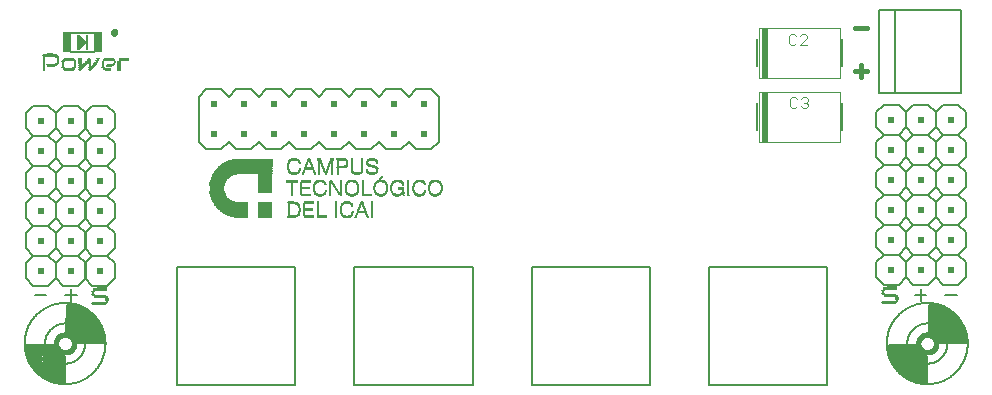
<source format=gbr>
G04 EAGLE Gerber RS-274X export*
G75*
%MOMM*%
%FSLAX34Y34*%
%LPD*%
%INSilkscreen Top*%
%IPPOS*%
%AMOC8*
5,1,8,0,0,1.08239X$1,22.5*%
G01*
%ADD10R,0.195000X0.013000*%
%ADD11R,0.325000X0.013000*%
%ADD12R,0.481000X0.013000*%
%ADD13R,0.910000X0.013000*%
%ADD14R,0.871000X0.013000*%
%ADD15R,0.169000X0.013000*%
%ADD16R,0.416000X0.013000*%
%ADD17R,0.182000X0.013000*%
%ADD18R,0.611000X0.013000*%
%ADD19R,0.923000X0.013000*%
%ADD20R,0.884000X0.013000*%
%ADD21R,0.494000X0.013000*%
%ADD22R,0.962000X0.013000*%
%ADD23R,1.248000X0.013000*%
%ADD24R,0.676000X0.013000*%
%ADD25R,0.559000X0.013000*%
%ADD26R,1.092000X0.013000*%
%ADD27R,0.715000X0.013000*%
%ADD28R,0.208000X0.013000*%
%ADD29R,1.183000X0.013000*%
%ADD30R,0.754000X0.013000*%
%ADD31R,0.650000X0.013000*%
%ADD32R,0.780000X0.013000*%
%ADD33R,0.689000X0.013000*%
%ADD34R,1.313000X0.013000*%
%ADD35R,0.806000X0.013000*%
%ADD36R,0.728000X0.013000*%
%ADD37R,1.365000X0.013000*%
%ADD38R,0.832000X0.013000*%
%ADD39R,1.417000X0.013000*%
%ADD40R,0.858000X0.013000*%
%ADD41R,0.793000X0.013000*%
%ADD42R,1.469000X0.013000*%
%ADD43R,0.819000X0.013000*%
%ADD44R,1.508000X0.013000*%
%ADD45R,0.338000X0.013000*%
%ADD46R,1.547000X0.013000*%
%ADD47R,0.897000X0.013000*%
%ADD48R,0.299000X0.013000*%
%ADD49R,0.286000X0.013000*%
%ADD50R,1.586000X0.013000*%
%ADD51R,0.390000X0.013000*%
%ADD52R,0.273000X0.013000*%
%ADD53R,0.260000X0.013000*%
%ADD54R,1.625000X0.013000*%
%ADD55R,0.247000X0.013000*%
%ADD56R,1.664000X0.013000*%
%ADD57R,0.234000X0.013000*%
%ADD58R,1.690000X0.013000*%
%ADD59R,1.729000X0.013000*%
%ADD60R,0.221000X0.013000*%
%ADD61R,1.755000X0.013000*%
%ADD62R,1.781000X0.013000*%
%ADD63R,1.820000X0.013000*%
%ADD64R,1.846000X0.013000*%
%ADD65R,1.872000X0.013000*%
%ADD66R,1.898000X0.013000*%
%ADD67R,1.924000X0.013000*%
%ADD68R,1.950000X0.013000*%
%ADD69R,1.963000X0.013000*%
%ADD70R,1.989000X0.013000*%
%ADD71R,2.015000X0.013000*%
%ADD72R,2.041000X0.013000*%
%ADD73R,2.054000X0.013000*%
%ADD74R,2.080000X0.013000*%
%ADD75R,2.093000X0.013000*%
%ADD76R,2.119000X0.013000*%
%ADD77R,2.145000X0.013000*%
%ADD78R,2.158000X0.013000*%
%ADD79R,2.184000X0.013000*%
%ADD80R,2.197000X0.013000*%
%ADD81R,2.210000X0.013000*%
%ADD82R,2.236000X0.013000*%
%ADD83R,0.845000X0.013000*%
%ADD84R,2.249000X0.013000*%
%ADD85R,2.262000X0.013000*%
%ADD86R,2.288000X0.013000*%
%ADD87R,2.301000X0.013000*%
%ADD88R,2.314000X0.013000*%
%ADD89R,2.327000X0.013000*%
%ADD90R,2.353000X0.013000*%
%ADD91R,2.366000X0.013000*%
%ADD92R,2.379000X0.013000*%
%ADD93R,2.392000X0.013000*%
%ADD94R,2.405000X0.013000*%
%ADD95R,2.431000X0.013000*%
%ADD96R,2.444000X0.013000*%
%ADD97R,2.457000X0.013000*%
%ADD98R,2.470000X0.013000*%
%ADD99R,2.483000X0.013000*%
%ADD100R,2.496000X0.013000*%
%ADD101R,2.509000X0.013000*%
%ADD102R,2.522000X0.013000*%
%ADD103R,2.535000X0.013000*%
%ADD104R,2.548000X0.013000*%
%ADD105R,2.561000X0.013000*%
%ADD106R,2.574000X0.013000*%
%ADD107R,2.587000X0.013000*%
%ADD108R,2.600000X0.013000*%
%ADD109R,2.613000X0.013000*%
%ADD110R,2.626000X0.013000*%
%ADD111R,2.639000X0.013000*%
%ADD112R,2.652000X0.013000*%
%ADD113R,2.665000X0.013000*%
%ADD114R,2.678000X0.013000*%
%ADD115R,2.691000X0.013000*%
%ADD116R,0.156000X0.013000*%
%ADD117R,2.704000X0.013000*%
%ADD118R,2.717000X0.013000*%
%ADD119R,2.730000X0.013000*%
%ADD120R,2.743000X0.013000*%
%ADD121R,2.756000X0.013000*%
%ADD122R,2.769000X0.013000*%
%ADD123R,2.782000X0.013000*%
%ADD124R,2.795000X0.013000*%
%ADD125R,2.808000X0.013000*%
%ADD126R,2.821000X0.013000*%
%ADD127R,2.834000X0.013000*%
%ADD128R,2.847000X0.013000*%
%ADD129R,2.860000X0.013000*%
%ADD130R,0.312000X0.013000*%
%ADD131R,0.364000X0.013000*%
%ADD132R,2.873000X0.013000*%
%ADD133R,2.886000X0.013000*%
%ADD134R,2.899000X0.013000*%
%ADD135R,0.767000X0.013000*%
%ADD136R,2.912000X0.013000*%
%ADD137R,0.741000X0.013000*%
%ADD138R,2.925000X0.013000*%
%ADD139R,0.663000X0.013000*%
%ADD140R,0.637000X0.013000*%
%ADD141R,0.507000X0.013000*%
%ADD142R,1.807000X0.013000*%
%ADD143R,0.533000X0.013000*%
%ADD144R,0.429000X0.013000*%
%ADD145R,0.351000X0.013000*%
%ADD146R,1.742000X0.013000*%
%ADD147R,1.703000X0.013000*%
%ADD148R,1.651000X0.013000*%
%ADD149R,1.612000X0.013000*%
%ADD150R,1.599000X0.013000*%
%ADD151R,1.560000X0.013000*%
%ADD152R,1.534000X0.013000*%
%ADD153R,1.521000X0.013000*%
%ADD154R,1.482000X0.013000*%
%ADD155R,1.456000X0.013000*%
%ADD156R,1.443000X0.013000*%
%ADD157R,1.430000X0.013000*%
%ADD158R,1.404000X0.013000*%
%ADD159R,1.391000X0.013000*%
%ADD160R,1.378000X0.013000*%
%ADD161R,1.352000X0.013000*%
%ADD162R,0.104000X0.013000*%
%ADD163R,0.468000X0.013000*%
%ADD164R,0.117000X0.013000*%
%ADD165R,1.339000X0.013000*%
%ADD166R,0.546000X0.013000*%
%ADD167R,0.520000X0.013000*%
%ADD168R,0.598000X0.013000*%
%ADD169R,0.585000X0.013000*%
%ADD170R,0.130000X0.013000*%
%ADD171R,0.624000X0.013000*%
%ADD172R,1.326000X0.013000*%
%ADD173R,0.143000X0.013000*%
%ADD174R,1.300000X0.013000*%
%ADD175R,0.377000X0.013000*%
%ADD176R,1.287000X0.013000*%
%ADD177R,1.274000X0.013000*%
%ADD178R,1.261000X0.013000*%
%ADD179R,0.572000X0.013000*%
%ADD180R,1.066000X0.013000*%
%ADD181R,0.702000X0.013000*%
%ADD182R,0.442000X0.013000*%
%ADD183R,1.573000X0.013000*%
%ADD184R,1.859000X0.013000*%
%ADD185R,2.067000X0.013000*%
%ADD186R,5.018000X0.013000*%
%ADD187R,5.005000X0.013000*%
%ADD188R,4.992000X0.013000*%
%ADD189R,4.979000X0.013000*%
%ADD190R,4.966000X0.013000*%
%ADD191R,4.953000X0.013000*%
%ADD192R,4.940000X0.013000*%
%ADD193R,4.927000X0.013000*%
%ADD194R,4.914000X0.013000*%
%ADD195R,4.901000X0.013000*%
%ADD196R,4.888000X0.013000*%
%ADD197R,4.875000X0.013000*%
%ADD198R,4.862000X0.013000*%
%ADD199R,4.849000X0.013000*%
%ADD200R,4.836000X0.013000*%
%ADD201R,4.823000X0.013000*%
%ADD202R,4.810000X0.013000*%
%ADD203R,4.797000X0.013000*%
%ADD204R,4.784000X0.013000*%
%ADD205R,4.771000X0.013000*%
%ADD206R,4.758000X0.013000*%
%ADD207R,4.745000X0.013000*%
%ADD208R,4.732000X0.013000*%
%ADD209R,4.719000X0.013000*%
%ADD210R,4.706000X0.013000*%
%ADD211R,4.693000X0.013000*%
%ADD212R,4.680000X0.013000*%
%ADD213R,4.667000X0.013000*%
%ADD214R,4.654000X0.013000*%
%ADD215R,4.641000X0.013000*%
%ADD216R,4.628000X0.013000*%
%ADD217R,4.615000X0.013000*%
%ADD218R,4.602000X0.013000*%
%ADD219R,4.589000X0.013000*%
%ADD220R,4.576000X0.013000*%
%ADD221R,4.563000X0.013000*%
%ADD222R,4.550000X0.013000*%
%ADD223R,4.537000X0.013000*%
%ADD224R,4.511000X0.013000*%
%ADD225R,4.498000X0.013000*%
%ADD226R,4.485000X0.013000*%
%ADD227R,4.472000X0.013000*%
%ADD228R,4.459000X0.013000*%
%ADD229R,4.446000X0.013000*%
%ADD230R,4.420000X0.013000*%
%ADD231R,4.407000X0.013000*%
%ADD232R,4.394000X0.013000*%
%ADD233R,4.381000X0.013000*%
%ADD234R,0.403000X0.013000*%
%ADD235R,4.355000X0.013000*%
%ADD236R,4.342000X0.013000*%
%ADD237R,4.329000X0.013000*%
%ADD238R,4.303000X0.013000*%
%ADD239R,4.290000X0.013000*%
%ADD240R,4.264000X0.013000*%
%ADD241R,4.251000X0.013000*%
%ADD242R,4.238000X0.013000*%
%ADD243R,4.212000X0.013000*%
%ADD244R,4.186000X0.013000*%
%ADD245R,4.173000X0.013000*%
%ADD246R,4.147000X0.013000*%
%ADD247R,4.134000X0.013000*%
%ADD248R,4.108000X0.013000*%
%ADD249R,4.082000X0.013000*%
%ADD250R,4.056000X0.013000*%
%ADD251R,4.030000X0.013000*%
%ADD252R,4.017000X0.013000*%
%ADD253R,3.991000X0.013000*%
%ADD254R,3.965000X0.013000*%
%ADD255R,3.939000X0.013000*%
%ADD256R,3.900000X0.013000*%
%ADD257R,3.874000X0.013000*%
%ADD258R,3.848000X0.013000*%
%ADD259R,3.822000X0.013000*%
%ADD260R,3.783000X0.013000*%
%ADD261R,3.757000X0.013000*%
%ADD262R,3.718000X0.013000*%
%ADD263R,3.679000X0.013000*%
%ADD264R,3.640000X0.013000*%
%ADD265R,3.601000X0.013000*%
%ADD266R,3.562000X0.013000*%
%ADD267R,3.510000X0.013000*%
%ADD268R,3.458000X0.013000*%
%ADD269R,3.406000X0.013000*%
%ADD270R,3.341000X0.013000*%
%ADD271R,3.276000X0.013000*%
%ADD272R,3.185000X0.013000*%
%ADD273R,3.055000X0.013000*%
%ADD274R,0.500000X0.100000*%
%ADD275R,0.700000X0.100000*%
%ADD276R,1.100000X0.100000*%
%ADD277R,0.400000X0.100000*%
%ADD278R,1.600000X0.100000*%
%ADD279R,1.300000X0.100000*%
%ADD280R,1.800000X0.100000*%
%ADD281R,1.400000X0.100000*%
%ADD282R,1.900000X0.100000*%
%ADD283R,1.500000X0.100000*%
%ADD284R,2.000000X0.100000*%
%ADD285R,0.600000X0.100000*%
%ADD286R,0.900000X0.100000*%
%ADD287R,0.800000X0.100000*%
%ADD288R,2.200000X0.100000*%
%ADD289R,2.100000X0.100000*%
%ADD290R,1.700000X0.100000*%
%ADD291R,0.300000X0.100000*%
%ADD292C,0.381000*%
%ADD293R,0.100000X0.900000*%
%ADD294R,0.100000X0.800000*%
%ADD295R,0.100000X10.200000*%
%ADD296R,0.100000X0.600000*%
%ADD297R,0.100000X0.400000*%
%ADD298R,0.100000X1.600000*%
%ADD299R,0.100000X2.000000*%
%ADD300R,0.100000X0.700000*%
%ADD301R,0.100000X2.300000*%
%ADD302R,0.100000X2.200000*%
%ADD303R,0.100000X2.400000*%
%ADD304R,0.100000X2.500000*%
%ADD305R,0.100000X2.600000*%
%ADD306R,0.100000X1.000000*%
%ADD307R,0.100000X1.200000*%
%ADD308R,0.100000X0.500000*%
%ADD309R,0.100000X1.400000*%
%ADD310R,0.100000X1.300000*%
%ADD311R,0.100000X1.800000*%
%ADD312R,0.100000X1.700000*%
%ADD313R,0.100000X1.100000*%
%ADD314R,0.100000X2.100000*%
%ADD315R,0.100000X0.200000*%
%ADD316R,0.253500X0.084500*%
%ADD317R,0.845000X0.084500*%
%ADD318R,0.169000X0.084500*%
%ADD319R,0.591500X0.084500*%
%ADD320R,0.338000X0.084500*%
%ADD321R,1.098500X0.084500*%
%ADD322R,0.760500X0.084500*%
%ADD323R,0.422500X0.084500*%
%ADD324R,0.338100X0.084500*%
%ADD325R,0.506900X0.084500*%
%ADD326R,0.507000X0.084500*%
%ADD327R,0.253600X0.084500*%
%ADD328R,0.929500X0.084500*%
%ADD329R,0.676000X0.084500*%
%ADD330R,1.014000X0.084500*%
%ADD331R,0.591600X0.084500*%
%ADD332R,1.183000X0.084500*%
%ADD333R,1.436500X0.084500*%
%ADD334R,1.352000X0.084500*%
%ADD335R,1.267500X0.084500*%
%ADD336C,0.177800*%
%ADD337C,0.248919*%
%ADD338C,0.152400*%
%ADD339C,0.457200*%
%ADD340R,0.508000X0.508000*%
%ADD341C,0.203200*%
%ADD342C,0.101600*%
%ADD343R,0.150000X2.400000*%
%ADD344R,0.475000X4.250000*%
%ADD345C,0.076200*%
%ADD346C,0.127000*%
%ADD347R,0.736600X1.752600*%
%ADD348C,0.304800*%

G36*
X46083Y283378D02*
X46083Y283378D01*
X46131Y283379D01*
X46191Y283404D01*
X46254Y283419D01*
X46302Y283449D01*
X46338Y283464D01*
X46367Y283490D01*
X46413Y283518D01*
X53413Y289518D01*
X53414Y289520D01*
X53415Y289521D01*
X53487Y289609D01*
X53555Y289692D01*
X53555Y289694D01*
X53556Y289695D01*
X53592Y289803D01*
X53627Y289905D01*
X53627Y289906D01*
X53628Y289908D01*
X53624Y290019D01*
X53621Y290129D01*
X53620Y290130D01*
X53620Y290132D01*
X53579Y290234D01*
X53537Y290337D01*
X53536Y290338D01*
X53536Y290340D01*
X53413Y290482D01*
X46413Y296482D01*
X46357Y296514D01*
X46306Y296555D01*
X46261Y296571D01*
X46219Y296595D01*
X46155Y296607D01*
X46094Y296627D01*
X46046Y296626D01*
X45998Y296634D01*
X45934Y296623D01*
X45869Y296621D01*
X45825Y296603D01*
X45778Y296594D01*
X45722Y296561D01*
X45662Y296536D01*
X45626Y296504D01*
X45585Y296479D01*
X45544Y296429D01*
X45496Y296385D01*
X45474Y296342D01*
X45444Y296305D01*
X45423Y296243D01*
X45393Y296185D01*
X45385Y296130D01*
X45372Y296092D01*
X45374Y296053D01*
X45366Y296000D01*
X45366Y284000D01*
X45377Y283936D01*
X45379Y283871D01*
X45397Y283827D01*
X45405Y283779D01*
X45438Y283723D01*
X45463Y283663D01*
X45495Y283627D01*
X45520Y283586D01*
X45570Y283545D01*
X45614Y283497D01*
X45656Y283475D01*
X45694Y283445D01*
X45755Y283424D01*
X45813Y283394D01*
X45861Y283388D01*
X45906Y283373D01*
X45971Y283375D01*
X46036Y283367D01*
X46083Y283378D01*
G37*
D10*
X273710Y140870D03*
D11*
X273710Y141000D03*
D12*
X226000Y141130D03*
D13*
X241275Y141130D03*
D14*
X252390Y141130D03*
D15*
X264350Y141130D03*
D16*
X273645Y141130D03*
D17*
X280925Y141130D03*
X291325Y141130D03*
D15*
X294510Y141130D03*
D18*
X226650Y141260D03*
D19*
X241210Y141260D03*
D20*
X252325Y141260D03*
D17*
X264415Y141260D03*
D21*
X273645Y141260D03*
D10*
X280990Y141260D03*
X291260Y141260D03*
D17*
X294575Y141260D03*
D22*
X184855Y141390D03*
D23*
X204355Y141390D03*
D24*
X226975Y141390D03*
D19*
X241210Y141390D03*
D20*
X252325Y141390D03*
D17*
X264415Y141390D03*
D25*
X273710Y141390D03*
D17*
X281055Y141390D03*
D10*
X291260Y141390D03*
D17*
X294575Y141390D03*
D26*
X184205Y141520D03*
D23*
X204355Y141520D03*
D27*
X227170Y141520D03*
D19*
X241210Y141520D03*
D20*
X252325Y141520D03*
D17*
X264415Y141520D03*
D18*
X273710Y141520D03*
D17*
X281055Y141520D03*
D28*
X291195Y141520D03*
D17*
X294575Y141520D03*
D29*
X183750Y141650D03*
D23*
X204355Y141650D03*
D30*
X227365Y141650D03*
D19*
X241210Y141650D03*
D20*
X252325Y141650D03*
D17*
X264415Y141650D03*
D31*
X273645Y141650D03*
D10*
X281120Y141650D03*
X291130Y141650D03*
D17*
X294575Y141650D03*
D23*
X183425Y141780D03*
X204355Y141780D03*
D32*
X227495Y141780D03*
D19*
X241210Y141780D03*
D20*
X252325Y141780D03*
D17*
X264415Y141780D03*
D33*
X273710Y141780D03*
D17*
X281185Y141780D03*
D10*
X291130Y141780D03*
D17*
X294575Y141780D03*
D34*
X183100Y141910D03*
D23*
X204355Y141910D03*
D35*
X227625Y141910D03*
D19*
X241210Y141910D03*
D20*
X252325Y141910D03*
D17*
X264415Y141910D03*
D36*
X273645Y141910D03*
D17*
X281185Y141910D03*
D10*
X291000Y141910D03*
D17*
X294575Y141910D03*
D37*
X182840Y142040D03*
D23*
X204355Y142040D03*
D38*
X227755Y142040D03*
D19*
X241210Y142040D03*
D20*
X252325Y142040D03*
D17*
X264415Y142040D03*
D30*
X273645Y142040D03*
D17*
X281315Y142040D03*
D10*
X291000Y142040D03*
D17*
X294575Y142040D03*
D39*
X182580Y142170D03*
D23*
X204355Y142170D03*
D40*
X227885Y142170D03*
D19*
X241210Y142170D03*
D20*
X252325Y142170D03*
D17*
X264415Y142170D03*
D41*
X273710Y142170D03*
D17*
X281315Y142170D03*
D10*
X291000Y142170D03*
D17*
X294575Y142170D03*
D42*
X182320Y142300D03*
D23*
X204355Y142300D03*
D14*
X227950Y142300D03*
D19*
X241210Y142300D03*
D20*
X252325Y142300D03*
D17*
X264415Y142300D03*
D43*
X273710Y142300D03*
D17*
X281315Y142300D03*
D10*
X290870Y142300D03*
D17*
X294575Y142300D03*
D44*
X182125Y142430D03*
D23*
X204355Y142430D03*
D20*
X228015Y142430D03*
D19*
X241210Y142430D03*
D20*
X252325Y142430D03*
D17*
X264415Y142430D03*
D45*
X271175Y142430D03*
D11*
X276310Y142430D03*
D17*
X281445Y142430D03*
D10*
X290870Y142430D03*
D17*
X294575Y142430D03*
D46*
X181930Y142560D03*
D23*
X204355Y142560D03*
D47*
X228080Y142560D03*
D19*
X241210Y142560D03*
D20*
X252325Y142560D03*
D17*
X264415Y142560D03*
D48*
X270850Y142560D03*
D49*
X276635Y142560D03*
D17*
X281445Y142560D03*
D28*
X290805Y142560D03*
D17*
X294575Y142560D03*
D50*
X181735Y142690D03*
D23*
X204355Y142690D03*
D17*
X224505Y142690D03*
D51*
X230745Y142690D03*
D17*
X237505Y142690D03*
X248815Y142690D03*
X264415Y142690D03*
D52*
X270590Y142690D03*
D53*
X276765Y142690D03*
D10*
X281510Y142690D03*
X290740Y142690D03*
D17*
X294575Y142690D03*
D54*
X181540Y142820D03*
D23*
X204355Y142820D03*
D17*
X224505Y142820D03*
D11*
X231200Y142820D03*
D17*
X237505Y142820D03*
X248815Y142820D03*
X264415Y142820D03*
D53*
X270395Y142820D03*
D55*
X276960Y142820D03*
D17*
X281575Y142820D03*
D10*
X290740Y142820D03*
D17*
X294575Y142820D03*
D56*
X181345Y142950D03*
D23*
X204355Y142950D03*
D17*
X224505Y142950D03*
D48*
X231460Y142950D03*
D17*
X237505Y142950D03*
X248815Y142950D03*
X264415Y142950D03*
D53*
X270265Y142950D03*
D57*
X277155Y142950D03*
D17*
X281575Y142950D03*
D10*
X290610Y142950D03*
D17*
X294575Y142950D03*
D58*
X181215Y143080D03*
D23*
X204355Y143080D03*
D17*
X224505Y143080D03*
D52*
X231720Y143080D03*
D17*
X237505Y143080D03*
X248815Y143080D03*
X264415Y143080D03*
D55*
X270070Y143080D03*
D57*
X277285Y143080D03*
D17*
X281705Y143080D03*
D10*
X290610Y143080D03*
D17*
X294575Y143080D03*
D59*
X181020Y143210D03*
D23*
X204355Y143210D03*
D17*
X224505Y143210D03*
D53*
X231915Y143210D03*
D17*
X237505Y143210D03*
X248815Y143210D03*
X264415Y143210D03*
D57*
X270005Y143210D03*
D60*
X277350Y143210D03*
D17*
X281705Y143210D03*
D10*
X290610Y143210D03*
D17*
X294575Y143210D03*
D61*
X180890Y143340D03*
D23*
X204355Y143340D03*
D17*
X224505Y143340D03*
D53*
X232045Y143340D03*
D17*
X237505Y143340D03*
X248815Y143340D03*
X264415Y143340D03*
D57*
X269875Y143340D03*
D28*
X277545Y143340D03*
D17*
X281705Y143340D03*
D10*
X290480Y143340D03*
D17*
X294575Y143340D03*
D62*
X180760Y143470D03*
D23*
X204355Y143470D03*
D17*
X224505Y143470D03*
D57*
X232175Y143470D03*
D17*
X237505Y143470D03*
X248815Y143470D03*
X264415Y143470D03*
D60*
X269680Y143470D03*
D28*
X277545Y143470D03*
D17*
X281835Y143470D03*
D10*
X290480Y143470D03*
D17*
X294575Y143470D03*
D63*
X180565Y143600D03*
D23*
X204355Y143600D03*
D17*
X224505Y143600D03*
D57*
X232305Y143600D03*
D17*
X237505Y143600D03*
X248815Y143600D03*
X264415Y143600D03*
D28*
X269615Y143600D03*
X277675Y143600D03*
D17*
X281835Y143600D03*
X290415Y143600D03*
X294575Y143600D03*
D64*
X180435Y143730D03*
D23*
X204355Y143730D03*
D17*
X224505Y143730D03*
D57*
X232435Y143730D03*
D17*
X237505Y143730D03*
X248815Y143730D03*
X264415Y143730D03*
D60*
X269550Y143730D03*
D28*
X277805Y143730D03*
D17*
X281965Y143730D03*
D10*
X290350Y143730D03*
D17*
X294575Y143730D03*
D65*
X180305Y143860D03*
D23*
X204355Y143860D03*
D17*
X224505Y143860D03*
D60*
X232500Y143860D03*
D17*
X237505Y143860D03*
X248815Y143860D03*
X264415Y143860D03*
D28*
X269485Y143860D03*
D10*
X277870Y143860D03*
D17*
X281965Y143860D03*
D10*
X290350Y143860D03*
D17*
X294575Y143860D03*
D66*
X180175Y143990D03*
D23*
X204355Y143990D03*
D17*
X224505Y143990D03*
D60*
X232630Y143990D03*
D17*
X237505Y143990D03*
X248815Y143990D03*
X264415Y143990D03*
D28*
X269355Y143990D03*
D10*
X277870Y143990D03*
D17*
X281965Y143990D03*
X290285Y143990D03*
X294575Y143990D03*
D67*
X180045Y144120D03*
D23*
X204355Y144120D03*
D17*
X224505Y144120D03*
D28*
X232695Y144120D03*
D17*
X237505Y144120D03*
X248815Y144120D03*
X264415Y144120D03*
D10*
X269290Y144120D03*
X278000Y144120D03*
D17*
X282095Y144120D03*
D10*
X290220Y144120D03*
D17*
X294575Y144120D03*
D68*
X179915Y144250D03*
D23*
X204355Y144250D03*
D17*
X224505Y144250D03*
D28*
X232825Y144250D03*
D17*
X237505Y144250D03*
X248815Y144250D03*
X264415Y144250D03*
D28*
X269225Y144250D03*
D17*
X278065Y144250D03*
X282095Y144250D03*
X290155Y144250D03*
X294575Y144250D03*
D69*
X179850Y144380D03*
D23*
X204355Y144380D03*
D17*
X224505Y144380D03*
D28*
X232825Y144380D03*
D17*
X237505Y144380D03*
X248815Y144380D03*
X264415Y144380D03*
D10*
X269160Y144380D03*
X278130Y144380D03*
D15*
X282160Y144380D03*
D10*
X290090Y144380D03*
D17*
X294575Y144380D03*
D70*
X179720Y144510D03*
D23*
X204355Y144510D03*
D17*
X224505Y144510D03*
D10*
X232890Y144510D03*
D17*
X237505Y144510D03*
X248815Y144510D03*
X264415Y144510D03*
D28*
X269095Y144510D03*
D17*
X278195Y144510D03*
X282225Y144510D03*
D10*
X290090Y144510D03*
D17*
X294575Y144510D03*
D71*
X179590Y144640D03*
D23*
X204355Y144640D03*
D17*
X224505Y144640D03*
D10*
X233020Y144640D03*
D17*
X237505Y144640D03*
X248815Y144640D03*
X264415Y144640D03*
D10*
X269030Y144640D03*
D17*
X278195Y144640D03*
X282225Y144640D03*
X290025Y144640D03*
X294575Y144640D03*
D72*
X179460Y144770D03*
D23*
X204355Y144770D03*
D17*
X224505Y144770D03*
D10*
X233020Y144770D03*
D17*
X237505Y144770D03*
X248815Y144770D03*
X264415Y144770D03*
D10*
X269030Y144770D03*
X278260Y144770D03*
D17*
X282355Y144770D03*
D10*
X289960Y144770D03*
D17*
X294575Y144770D03*
D73*
X179395Y144900D03*
D23*
X204355Y144900D03*
D17*
X224505Y144900D03*
D10*
X233150Y144900D03*
D17*
X237505Y144900D03*
X248815Y144900D03*
X264415Y144900D03*
D10*
X268900Y144900D03*
D17*
X278325Y144900D03*
X282355Y144900D03*
D10*
X289960Y144900D03*
D17*
X294575Y144900D03*
D74*
X179265Y145030D03*
D23*
X204355Y145030D03*
D17*
X224505Y145030D03*
D10*
X233150Y145030D03*
D17*
X237505Y145030D03*
X248815Y145030D03*
X264415Y145030D03*
D10*
X268900Y145030D03*
D17*
X278325Y145030D03*
X282355Y145030D03*
X289895Y145030D03*
X294575Y145030D03*
D75*
X179200Y145160D03*
D23*
X204355Y145160D03*
D17*
X224505Y145160D03*
X233215Y145160D03*
X237505Y145160D03*
X248815Y145160D03*
X264415Y145160D03*
X268835Y145160D03*
X278325Y145160D03*
D19*
X286190Y145160D03*
D17*
X294575Y145160D03*
D76*
X179070Y145290D03*
D23*
X204355Y145290D03*
D17*
X224505Y145290D03*
X233215Y145290D03*
X237505Y145290D03*
X248815Y145290D03*
X264415Y145290D03*
D10*
X268770Y145290D03*
D17*
X278455Y145290D03*
D13*
X286125Y145290D03*
D17*
X294575Y145290D03*
D77*
X178940Y145420D03*
D23*
X204355Y145420D03*
D17*
X224505Y145420D03*
D10*
X233280Y145420D03*
D17*
X237505Y145420D03*
X248815Y145420D03*
X264415Y145420D03*
D10*
X268770Y145420D03*
D17*
X278455Y145420D03*
D47*
X286190Y145420D03*
D17*
X294575Y145420D03*
D78*
X178875Y145550D03*
D23*
X204355Y145550D03*
D17*
X224505Y145550D03*
X233345Y145550D03*
X237505Y145550D03*
X248815Y145550D03*
X264415Y145550D03*
X268705Y145550D03*
X278455Y145550D03*
D47*
X286190Y145550D03*
D17*
X294575Y145550D03*
D79*
X178745Y145680D03*
D23*
X204355Y145680D03*
D17*
X224505Y145680D03*
X233345Y145680D03*
X237505Y145680D03*
X248815Y145680D03*
X264415Y145680D03*
X268705Y145680D03*
X278455Y145680D03*
D20*
X286125Y145680D03*
D17*
X294575Y145680D03*
D80*
X178680Y145810D03*
D23*
X204355Y145810D03*
D17*
X224505Y145810D03*
X233345Y145810D03*
X237505Y145810D03*
X248815Y145810D03*
X264415Y145810D03*
D10*
X268640Y145810D03*
D17*
X278455Y145810D03*
D14*
X286190Y145810D03*
D17*
X294575Y145810D03*
D81*
X178615Y145940D03*
D23*
X204355Y145940D03*
D17*
X224505Y145940D03*
X233475Y145940D03*
X237505Y145940D03*
X248815Y145940D03*
X264415Y145940D03*
D10*
X268640Y145940D03*
D17*
X278455Y145940D03*
D40*
X286125Y145940D03*
D17*
X294575Y145940D03*
D82*
X178485Y146070D03*
D23*
X204355Y146070D03*
D17*
X224505Y146070D03*
X233475Y146070D03*
X237505Y146070D03*
X248815Y146070D03*
X264415Y146070D03*
X268575Y146070D03*
X278585Y146070D03*
D83*
X286190Y146070D03*
D17*
X294575Y146070D03*
D84*
X178420Y146200D03*
D23*
X204355Y146200D03*
D17*
X224505Y146200D03*
X233475Y146200D03*
X237505Y146200D03*
X248815Y146200D03*
X264415Y146200D03*
X268575Y146200D03*
D83*
X286190Y146200D03*
D17*
X294575Y146200D03*
D85*
X178355Y146330D03*
D23*
X204355Y146330D03*
D17*
X224505Y146330D03*
X233475Y146330D03*
X237505Y146330D03*
X248815Y146330D03*
X264415Y146330D03*
X268575Y146330D03*
D38*
X286125Y146330D03*
D17*
X294575Y146330D03*
D86*
X178225Y146460D03*
D23*
X204355Y146460D03*
D17*
X224505Y146460D03*
X233475Y146460D03*
X237505Y146460D03*
X248815Y146460D03*
X264415Y146460D03*
X268575Y146460D03*
D43*
X286190Y146460D03*
D17*
X294575Y146460D03*
D87*
X178160Y146590D03*
D23*
X204355Y146590D03*
D17*
X224505Y146590D03*
X233475Y146590D03*
X237505Y146590D03*
X248815Y146590D03*
X264415Y146590D03*
X268575Y146590D03*
D35*
X286125Y146590D03*
D17*
X294575Y146590D03*
D88*
X178095Y146720D03*
D23*
X204355Y146720D03*
D17*
X224505Y146720D03*
D15*
X233540Y146720D03*
D17*
X237505Y146720D03*
X248815Y146720D03*
X264415Y146720D03*
D10*
X268510Y146720D03*
D15*
X283070Y146720D03*
D17*
X289245Y146720D03*
X294575Y146720D03*
D89*
X178030Y146850D03*
D23*
X204355Y146850D03*
D17*
X224505Y146850D03*
X233605Y146850D03*
X237505Y146850D03*
X248815Y146850D03*
X264415Y146850D03*
X268445Y146850D03*
X283135Y146850D03*
D10*
X289180Y146850D03*
D17*
X294575Y146850D03*
D90*
X177900Y146980D03*
D23*
X204355Y146980D03*
D17*
X224505Y146980D03*
X233605Y146980D03*
X237505Y146980D03*
X248815Y146980D03*
X264415Y146980D03*
X268445Y146980D03*
X283135Y146980D03*
X289115Y146980D03*
X294575Y146980D03*
D91*
X177835Y147110D03*
D23*
X204355Y147110D03*
D17*
X224505Y147110D03*
X233605Y147110D03*
X237505Y147110D03*
X248815Y147110D03*
X264415Y147110D03*
X268445Y147110D03*
D15*
X283200Y147110D03*
D17*
X289115Y147110D03*
X294575Y147110D03*
D92*
X177770Y147240D03*
D23*
X204355Y147240D03*
D17*
X224505Y147240D03*
X233605Y147240D03*
D14*
X240950Y147240D03*
D17*
X248815Y147240D03*
X264415Y147240D03*
X268445Y147240D03*
X283265Y147240D03*
X288985Y147240D03*
X294575Y147240D03*
D93*
X177705Y147370D03*
D23*
X204355Y147370D03*
D17*
X224505Y147370D03*
X233605Y147370D03*
D14*
X240950Y147370D03*
D17*
X248815Y147370D03*
X264415Y147370D03*
X268445Y147370D03*
D15*
X283330Y147370D03*
D17*
X288985Y147370D03*
X294575Y147370D03*
D94*
X177640Y147500D03*
D23*
X204355Y147500D03*
D17*
X224505Y147500D03*
X233605Y147500D03*
D14*
X240950Y147500D03*
D17*
X248815Y147500D03*
X264415Y147500D03*
X268445Y147500D03*
D15*
X283330Y147500D03*
D17*
X288985Y147500D03*
X294575Y147500D03*
D95*
X177510Y147630D03*
D23*
X204355Y147630D03*
D17*
X224505Y147630D03*
X233605Y147630D03*
D14*
X240950Y147630D03*
D17*
X248815Y147630D03*
X264415Y147630D03*
X268445Y147630D03*
X283395Y147630D03*
X288855Y147630D03*
X294575Y147630D03*
D96*
X177445Y147760D03*
D23*
X204355Y147760D03*
D17*
X224505Y147760D03*
X233605Y147760D03*
D14*
X240950Y147760D03*
D17*
X248815Y147760D03*
X264415Y147760D03*
X268445Y147760D03*
D15*
X283460Y147760D03*
D17*
X288855Y147760D03*
X294575Y147760D03*
D97*
X177380Y147890D03*
D23*
X204355Y147890D03*
D17*
X224505Y147890D03*
X233605Y147890D03*
D14*
X240950Y147890D03*
D17*
X248815Y147890D03*
X264415Y147890D03*
X268445Y147890D03*
D15*
X283460Y147890D03*
D17*
X288855Y147890D03*
X294575Y147890D03*
D98*
X177315Y148020D03*
D23*
X204355Y148020D03*
D17*
X224505Y148020D03*
X233605Y148020D03*
D14*
X240950Y148020D03*
D17*
X248815Y148020D03*
X264415Y148020D03*
X268445Y148020D03*
X283525Y148020D03*
X288725Y148020D03*
X294575Y148020D03*
D99*
X177250Y148150D03*
D23*
X204355Y148150D03*
D17*
X224505Y148150D03*
X233605Y148150D03*
D14*
X240950Y148150D03*
D17*
X248815Y148150D03*
X264415Y148150D03*
X268445Y148150D03*
D15*
X283590Y148150D03*
D17*
X288725Y148150D03*
X294575Y148150D03*
D100*
X177185Y148280D03*
D23*
X204355Y148280D03*
D17*
X224505Y148280D03*
X233605Y148280D03*
D14*
X240950Y148280D03*
D17*
X248815Y148280D03*
X264415Y148280D03*
X268445Y148280D03*
X283655Y148280D03*
X288595Y148280D03*
X294575Y148280D03*
D101*
X177120Y148410D03*
D23*
X204355Y148410D03*
D17*
X224505Y148410D03*
X233605Y148410D03*
D14*
X240950Y148410D03*
D17*
X248815Y148410D03*
X264415Y148410D03*
X268445Y148410D03*
D15*
X283720Y148410D03*
D17*
X288595Y148410D03*
X294575Y148410D03*
D102*
X177055Y148540D03*
D23*
X204355Y148540D03*
D17*
X224505Y148540D03*
X233605Y148540D03*
D14*
X240950Y148540D03*
D17*
X248815Y148540D03*
X264415Y148540D03*
X268445Y148540D03*
D15*
X283720Y148540D03*
D17*
X288595Y148540D03*
X294575Y148540D03*
D103*
X176990Y148670D03*
D23*
X204355Y148670D03*
D17*
X224505Y148670D03*
X233605Y148670D03*
D14*
X240950Y148670D03*
D17*
X248815Y148670D03*
X264415Y148670D03*
X268445Y148670D03*
X283785Y148670D03*
X288465Y148670D03*
X294575Y148670D03*
D104*
X176925Y148800D03*
D23*
X204355Y148800D03*
D17*
X224505Y148800D03*
X233605Y148800D03*
X237505Y148800D03*
X248815Y148800D03*
X264415Y148800D03*
X268445Y148800D03*
D15*
X283850Y148800D03*
D17*
X288465Y148800D03*
X294575Y148800D03*
D105*
X176860Y148930D03*
D23*
X204355Y148930D03*
D17*
X224505Y148930D03*
X233605Y148930D03*
X237505Y148930D03*
X248815Y148930D03*
X264415Y148930D03*
X268575Y148930D03*
D15*
X283850Y148930D03*
X288400Y148930D03*
D17*
X294575Y148930D03*
D106*
X176795Y149060D03*
D23*
X204355Y149060D03*
D17*
X224505Y149060D03*
X233605Y149060D03*
X237505Y149060D03*
X248815Y149060D03*
X264415Y149060D03*
X268575Y149060D03*
D15*
X283980Y149060D03*
D17*
X288335Y149060D03*
X294575Y149060D03*
D107*
X176730Y149190D03*
D23*
X204355Y149190D03*
D17*
X224505Y149190D03*
D10*
X233540Y149190D03*
D17*
X237505Y149190D03*
X248815Y149190D03*
X264415Y149190D03*
X268575Y149190D03*
D15*
X283980Y149190D03*
D17*
X288335Y149190D03*
X294575Y149190D03*
D108*
X176665Y149320D03*
D23*
X204355Y149320D03*
D17*
X224505Y149320D03*
X233475Y149320D03*
X237505Y149320D03*
X248815Y149320D03*
X264415Y149320D03*
X268575Y149320D03*
D15*
X283980Y149320D03*
X288270Y149320D03*
D17*
X294575Y149320D03*
D109*
X176600Y149450D03*
D23*
X204355Y149450D03*
D17*
X224505Y149450D03*
X233475Y149450D03*
X237505Y149450D03*
X248815Y149450D03*
X264415Y149450D03*
X268575Y149450D03*
D15*
X284110Y149450D03*
D17*
X288205Y149450D03*
X294575Y149450D03*
D109*
X176600Y149580D03*
D23*
X204355Y149580D03*
D17*
X224505Y149580D03*
X233475Y149580D03*
X237505Y149580D03*
X248815Y149580D03*
X264415Y149580D03*
X268575Y149580D03*
D15*
X284110Y149580D03*
X288140Y149580D03*
D17*
X294575Y149580D03*
D110*
X176535Y149710D03*
D23*
X204355Y149710D03*
D17*
X224505Y149710D03*
X233475Y149710D03*
X237505Y149710D03*
X248815Y149710D03*
X264415Y149710D03*
X268705Y149710D03*
D15*
X284240Y149710D03*
X288140Y149710D03*
D17*
X294575Y149710D03*
D111*
X176470Y149840D03*
D23*
X204355Y149840D03*
D17*
X224505Y149840D03*
X233475Y149840D03*
X237505Y149840D03*
X248815Y149840D03*
X264415Y149840D03*
X268705Y149840D03*
D15*
X284240Y149840D03*
D17*
X288075Y149840D03*
X294575Y149840D03*
D112*
X176405Y149970D03*
D23*
X204355Y149970D03*
D17*
X224505Y149970D03*
D10*
X233410Y149970D03*
D17*
X237505Y149970D03*
X248815Y149970D03*
X264415Y149970D03*
X268705Y149970D03*
D15*
X284240Y149970D03*
X288010Y149970D03*
D17*
X294575Y149970D03*
D113*
X176340Y150100D03*
D23*
X204355Y150100D03*
D17*
X224505Y150100D03*
X233345Y150100D03*
X237505Y150100D03*
X248815Y150100D03*
X264415Y150100D03*
X268705Y150100D03*
D15*
X284370Y150100D03*
D17*
X287945Y150100D03*
X294575Y150100D03*
D114*
X176275Y150230D03*
D23*
X204355Y150230D03*
D17*
X224505Y150230D03*
X233345Y150230D03*
X237505Y150230D03*
X248815Y150230D03*
X264415Y150230D03*
X268835Y150230D03*
D15*
X284370Y150230D03*
X287880Y150230D03*
D17*
X294575Y150230D03*
D115*
X176210Y150360D03*
D23*
X204355Y150360D03*
D17*
X224505Y150360D03*
D10*
X233280Y150360D03*
D17*
X237505Y150360D03*
X248815Y150360D03*
X264415Y150360D03*
X268835Y150360D03*
D116*
X284435Y150360D03*
D15*
X287880Y150360D03*
D17*
X294575Y150360D03*
D115*
X176210Y150490D03*
D23*
X204355Y150490D03*
D17*
X224505Y150490D03*
D10*
X233280Y150490D03*
D17*
X237505Y150490D03*
X248815Y150490D03*
X264415Y150490D03*
D10*
X268900Y150490D03*
D17*
X278325Y150490D03*
D15*
X284500Y150490D03*
D17*
X287815Y150490D03*
X294575Y150490D03*
D117*
X176145Y150620D03*
D23*
X204355Y150620D03*
D17*
X224505Y150620D03*
X233215Y150620D03*
X237505Y150620D03*
X248815Y150620D03*
X264415Y150620D03*
X268965Y150620D03*
X278325Y150620D03*
D15*
X284500Y150620D03*
X287750Y150620D03*
D17*
X294575Y150620D03*
D118*
X176080Y150750D03*
D23*
X204355Y150750D03*
D17*
X224505Y150750D03*
D10*
X233150Y150750D03*
D17*
X237505Y150750D03*
X248815Y150750D03*
X264415Y150750D03*
X268965Y150750D03*
X278325Y150750D03*
D116*
X284565Y150750D03*
D15*
X287750Y150750D03*
D17*
X294575Y150750D03*
D119*
X176015Y150880D03*
D23*
X204355Y150880D03*
D17*
X224505Y150880D03*
D10*
X233150Y150880D03*
D17*
X237505Y150880D03*
X248815Y150880D03*
X264415Y150880D03*
D10*
X269030Y150880D03*
D17*
X278325Y150880D03*
D15*
X284630Y150880D03*
D17*
X287685Y150880D03*
X294575Y150880D03*
D120*
X175950Y151010D03*
D23*
X204355Y151010D03*
D17*
X224505Y151010D03*
D10*
X233020Y151010D03*
D17*
X237505Y151010D03*
X248815Y151010D03*
X264415Y151010D03*
X269095Y151010D03*
D10*
X278260Y151010D03*
D15*
X284630Y151010D03*
X287620Y151010D03*
D17*
X294575Y151010D03*
D120*
X175950Y151140D03*
D23*
X204355Y151140D03*
D17*
X224505Y151140D03*
D10*
X233020Y151140D03*
D17*
X237505Y151140D03*
X248815Y151140D03*
X264415Y151140D03*
D10*
X269160Y151140D03*
D17*
X278195Y151140D03*
D15*
X284760Y151140D03*
X287620Y151140D03*
D17*
X294575Y151140D03*
D121*
X175885Y151270D03*
D23*
X204355Y151270D03*
D17*
X224505Y151270D03*
D28*
X232955Y151270D03*
D17*
X237505Y151270D03*
X248815Y151270D03*
X264415Y151270D03*
D10*
X269290Y151270D03*
X278130Y151270D03*
D15*
X284760Y151270D03*
X287490Y151270D03*
D17*
X294575Y151270D03*
D122*
X175820Y151400D03*
D23*
X204355Y151400D03*
D17*
X224505Y151400D03*
D28*
X232825Y151400D03*
D17*
X237505Y151400D03*
X248815Y151400D03*
X264415Y151400D03*
D10*
X269290Y151400D03*
X278130Y151400D03*
D116*
X284825Y151400D03*
D15*
X287490Y151400D03*
D17*
X294575Y151400D03*
D123*
X175755Y151530D03*
D23*
X204355Y151530D03*
D17*
X224505Y151530D03*
D28*
X232825Y151530D03*
D17*
X237505Y151530D03*
X248815Y151530D03*
X264415Y151530D03*
D10*
X269420Y151530D03*
X278000Y151530D03*
D15*
X284890Y151530D03*
X287490Y151530D03*
D17*
X294575Y151530D03*
D123*
X175755Y151660D03*
D23*
X204355Y151660D03*
D17*
X224505Y151660D03*
D28*
X232695Y151660D03*
D17*
X237505Y151660D03*
X248815Y151660D03*
X264415Y151660D03*
D28*
X269485Y151660D03*
D10*
X278000Y151660D03*
D15*
X284890Y151660D03*
X287360Y151660D03*
D17*
X294575Y151660D03*
D124*
X175690Y151790D03*
D23*
X204355Y151790D03*
D17*
X224505Y151790D03*
D60*
X232630Y151790D03*
D17*
X237505Y151790D03*
X248815Y151790D03*
X264415Y151790D03*
D10*
X269550Y151790D03*
D28*
X277935Y151790D03*
D116*
X284955Y151790D03*
D15*
X287360Y151790D03*
D17*
X294575Y151790D03*
D125*
X175625Y151920D03*
D23*
X204355Y151920D03*
D17*
X224505Y151920D03*
D60*
X232500Y151920D03*
D17*
X237505Y151920D03*
X248815Y151920D03*
X264415Y151920D03*
D28*
X269615Y151920D03*
X277805Y151920D03*
D15*
X285020Y151920D03*
X287230Y151920D03*
D17*
X294575Y151920D03*
D125*
X175625Y152050D03*
D23*
X204355Y152050D03*
D17*
X224505Y152050D03*
D60*
X232370Y152050D03*
D17*
X237505Y152050D03*
X248815Y152050D03*
X264415Y152050D03*
D28*
X269745Y152050D03*
D60*
X277740Y152050D03*
D116*
X285085Y152050D03*
D15*
X287230Y152050D03*
D17*
X294575Y152050D03*
D126*
X175560Y152180D03*
D23*
X204355Y152180D03*
D17*
X224505Y152180D03*
D55*
X232240Y152180D03*
D17*
X237505Y152180D03*
X248815Y152180D03*
X264415Y152180D03*
D28*
X269875Y152180D03*
X277675Y152180D03*
D116*
X285085Y152180D03*
D15*
X287230Y152180D03*
D17*
X294575Y152180D03*
D127*
X175495Y152310D03*
D23*
X204355Y152310D03*
D17*
X224505Y152310D03*
D55*
X232110Y152310D03*
D17*
X237505Y152310D03*
X248815Y152310D03*
X264415Y152310D03*
D57*
X270005Y152310D03*
X277545Y152310D03*
D15*
X285150Y152310D03*
X287100Y152310D03*
D17*
X294575Y152310D03*
D127*
X175495Y152440D03*
D23*
X204355Y152440D03*
D17*
X224505Y152440D03*
D53*
X231915Y152440D03*
D17*
X237505Y152440D03*
X248815Y152440D03*
X264415Y152440D03*
D57*
X270135Y152440D03*
X277415Y152440D03*
D116*
X285215Y152440D03*
D15*
X287100Y152440D03*
D17*
X294575Y152440D03*
D128*
X175430Y152570D03*
D23*
X204355Y152570D03*
D17*
X224505Y152570D03*
D49*
X231655Y152570D03*
D17*
X237505Y152570D03*
X248815Y152570D03*
X264415Y152570D03*
D57*
X270265Y152570D03*
X277285Y152570D03*
D15*
X285280Y152570D03*
D116*
X287035Y152570D03*
D17*
X294575Y152570D03*
D129*
X175365Y152700D03*
D23*
X204355Y152700D03*
D17*
X224505Y152700D03*
D130*
X231395Y152700D03*
D17*
X237505Y152700D03*
X248815Y152700D03*
X264415Y152700D03*
D55*
X270460Y152700D03*
X277090Y152700D03*
D11*
X286190Y152700D03*
D17*
X294575Y152700D03*
D129*
X175365Y152830D03*
D23*
X204355Y152830D03*
D17*
X224505Y152830D03*
D131*
X231005Y152830D03*
D17*
X237505Y152830D03*
X248815Y152830D03*
X264415Y152830D03*
D52*
X270590Y152830D03*
X276960Y152830D03*
D11*
X286190Y152830D03*
D17*
X294575Y152830D03*
D132*
X175300Y152960D03*
D23*
X204355Y152960D03*
D13*
X228145Y152960D03*
D19*
X241210Y152960D03*
D17*
X248815Y152960D03*
X264415Y152960D03*
D48*
X270850Y152960D03*
D49*
X276765Y152960D03*
D130*
X286125Y152960D03*
D17*
X294575Y152960D03*
D133*
X175235Y153090D03*
D23*
X204355Y153090D03*
D47*
X228080Y153090D03*
D19*
X241210Y153090D03*
D17*
X248815Y153090D03*
X264415Y153090D03*
D11*
X271110Y153090D03*
X276440Y153090D03*
D48*
X286190Y153090D03*
D17*
X294575Y153090D03*
D133*
X175235Y153220D03*
D23*
X204355Y153220D03*
D20*
X228015Y153220D03*
D19*
X241210Y153220D03*
D17*
X248815Y153220D03*
X264415Y153220D03*
D38*
X273775Y153220D03*
D49*
X286125Y153220D03*
D17*
X294575Y153220D03*
D134*
X175170Y153350D03*
D23*
X204355Y153350D03*
D14*
X227950Y153350D03*
D19*
X241210Y153350D03*
D17*
X248815Y153350D03*
X264415Y153350D03*
D41*
X273840Y153350D03*
D52*
X286190Y153350D03*
D17*
X294575Y153350D03*
D134*
X175170Y153480D03*
D23*
X204355Y153480D03*
D83*
X227820Y153480D03*
D19*
X241210Y153480D03*
D17*
X248815Y153480D03*
X264415Y153480D03*
D135*
X273840Y153480D03*
D52*
X286190Y153480D03*
D17*
X294575Y153480D03*
D136*
X175105Y153610D03*
D23*
X204355Y153610D03*
D43*
X227690Y153610D03*
D19*
X241210Y153610D03*
D17*
X248815Y153610D03*
X264415Y153610D03*
D137*
X273840Y153610D03*
D53*
X286125Y153610D03*
D17*
X294575Y153610D03*
D138*
X175040Y153740D03*
D23*
X204355Y153740D03*
D41*
X227560Y153740D03*
D19*
X241210Y153740D03*
D17*
X248815Y153740D03*
X264415Y153740D03*
D33*
X273840Y153740D03*
D55*
X286190Y153740D03*
D17*
X294575Y153740D03*
D73*
X170685Y153870D03*
D135*
X227430Y153870D03*
D19*
X241210Y153870D03*
D17*
X248815Y153870D03*
X264415Y153870D03*
D139*
X273840Y153870D03*
D55*
X286190Y153870D03*
D17*
X294575Y153870D03*
D69*
X170100Y154000D03*
D36*
X227235Y154000D03*
D19*
X241210Y154000D03*
D17*
X248815Y154000D03*
X264415Y154000D03*
D18*
X273840Y154000D03*
D57*
X286125Y154000D03*
D17*
X294575Y154000D03*
D66*
X169775Y154130D03*
D33*
X227040Y154130D03*
D19*
X241210Y154130D03*
D17*
X248815Y154130D03*
X264415Y154130D03*
D25*
X273840Y154130D03*
D60*
X286190Y154130D03*
D17*
X294575Y154130D03*
D64*
X169385Y154260D03*
D140*
X226780Y154260D03*
D19*
X241210Y154260D03*
D17*
X248815Y154260D03*
X264415Y154260D03*
D141*
X273840Y154260D03*
D28*
X286125Y154260D03*
D17*
X294575Y154260D03*
D142*
X169190Y154390D03*
D143*
X226260Y154390D03*
D47*
X241210Y154390D03*
D15*
X248880Y154390D03*
X264350Y154390D03*
D144*
X273840Y154390D03*
D10*
X286190Y154390D03*
D15*
X294510Y154390D03*
D62*
X168930Y154520D03*
D145*
X273840Y154520D03*
D146*
X168735Y154650D03*
D60*
X273840Y154650D03*
D59*
X168540Y154780D03*
D147*
X168410Y154910D03*
D58*
X168215Y155040D03*
D56*
X168085Y155170D03*
D148*
X167890Y155300D03*
D54*
X167760Y155430D03*
D149*
X167565Y155560D03*
D150*
X167500Y155690D03*
D50*
X167305Y155820D03*
D151*
X167175Y155950D03*
X167045Y156080D03*
D46*
X166980Y156210D03*
D152*
X166785Y156340D03*
D153*
X166720Y156470D03*
D44*
X166655Y156600D03*
X166525Y156730D03*
D154*
X166395Y156860D03*
X166265Y156990D03*
D42*
X166200Y157120D03*
D155*
X166135Y157250D03*
X166005Y157380D03*
D156*
X165940Y157510D03*
D157*
X165875Y157640D03*
X165745Y157770D03*
D39*
X165680Y157900D03*
X165550Y158030D03*
X165550Y158160D03*
D158*
X165485Y158290D03*
X165355Y158420D03*
D159*
X165290Y158550D03*
D160*
X165225Y158680D03*
X165225Y158810D03*
X165095Y158940D03*
D37*
X165030Y159070D03*
X165030Y159200D03*
D17*
X251025Y159200D03*
X277935Y159200D03*
X302245Y159200D03*
D116*
X316415Y159200D03*
D17*
X335135Y159200D03*
X348655Y159200D03*
D37*
X164900Y159330D03*
D45*
X251025Y159330D03*
D11*
X277870Y159330D03*
X302310Y159330D03*
D130*
X316415Y159330D03*
D11*
X335070Y159330D03*
X348590Y159330D03*
D161*
X164835Y159460D03*
D15*
X227430Y159460D03*
D13*
X238805Y159460D03*
D16*
X251025Y159460D03*
D116*
X259735Y159460D03*
D10*
X268510Y159460D03*
D16*
X277935Y159460D03*
D14*
X290740Y159460D03*
D16*
X302245Y159460D03*
D51*
X316415Y159460D03*
D162*
X321745Y159460D03*
D15*
X325840Y159460D03*
D16*
X335135Y159460D03*
X348655Y159460D03*
D161*
X164835Y159590D03*
D17*
X227495Y159590D03*
D19*
X238870Y159590D03*
D21*
X251025Y159590D03*
D17*
X259735Y159590D03*
D28*
X268445Y159590D03*
D21*
X277935Y159590D03*
D20*
X290805Y159590D03*
D12*
X302310Y159590D03*
D163*
X316415Y159590D03*
D164*
X321680Y159590D03*
D17*
X325775Y159590D03*
D21*
X335135Y159590D03*
X348655Y159590D03*
D165*
X164770Y159720D03*
D17*
X227495Y159720D03*
D19*
X238870Y159720D03*
D166*
X251025Y159720D03*
D17*
X259735Y159720D03*
D28*
X268445Y159720D03*
D166*
X277935Y159720D03*
D20*
X290805Y159720D03*
D25*
X302310Y159720D03*
D167*
X316415Y159720D03*
D164*
X321680Y159720D03*
D17*
X325775Y159720D03*
D25*
X335070Y159720D03*
D166*
X348655Y159720D03*
D165*
X164640Y159850D03*
D17*
X227495Y159850D03*
D19*
X238870Y159850D03*
D168*
X251025Y159850D03*
D17*
X259735Y159850D03*
D60*
X268380Y159850D03*
D168*
X277935Y159850D03*
D20*
X290805Y159850D03*
D18*
X302310Y159850D03*
D169*
X316350Y159850D03*
D170*
X321615Y159850D03*
D17*
X325775Y159850D03*
D18*
X335070Y159850D03*
X348590Y159850D03*
D165*
X164640Y159980D03*
D17*
X227495Y159980D03*
D19*
X238870Y159980D03*
D31*
X251025Y159980D03*
D17*
X259735Y159980D03*
D57*
X268315Y159980D03*
D31*
X277935Y159980D03*
D20*
X290805Y159980D03*
D31*
X302245Y159980D03*
D171*
X316415Y159980D03*
D170*
X321615Y159980D03*
D17*
X325775Y159980D03*
D31*
X335135Y159980D03*
X348655Y159980D03*
D172*
X164575Y160110D03*
D17*
X227495Y160110D03*
D19*
X238870Y160110D03*
D33*
X250960Y160110D03*
D17*
X259735Y160110D03*
D57*
X268315Y160110D03*
D33*
X277870Y160110D03*
D20*
X290805Y160110D03*
D33*
X302310Y160110D03*
D139*
X316350Y160110D03*
D170*
X321615Y160110D03*
D17*
X325775Y160110D03*
D33*
X335070Y160110D03*
X348590Y160110D03*
D172*
X164575Y160240D03*
D17*
X227495Y160240D03*
D19*
X238870Y160240D03*
D36*
X251025Y160240D03*
D17*
X259735Y160240D03*
D55*
X268250Y160240D03*
D36*
X277935Y160240D03*
D20*
X290805Y160240D03*
D137*
X302310Y160240D03*
D33*
X316350Y160240D03*
D170*
X321615Y160240D03*
D17*
X325775Y160240D03*
D36*
X335135Y160240D03*
X348655Y160240D03*
D172*
X164445Y160370D03*
D17*
X227495Y160370D03*
D19*
X238870Y160370D03*
D30*
X251025Y160370D03*
D17*
X259735Y160370D03*
D53*
X268185Y160370D03*
D135*
X277870Y160370D03*
D20*
X290805Y160370D03*
D135*
X302310Y160370D03*
D137*
X316350Y160370D03*
D173*
X321550Y160370D03*
D17*
X325775Y160370D03*
D135*
X335070Y160370D03*
X348590Y160370D03*
D172*
X164445Y160500D03*
D17*
X227495Y160500D03*
D19*
X238870Y160500D03*
D41*
X250960Y160500D03*
D17*
X259735Y160500D03*
D53*
X268185Y160500D03*
D35*
X277935Y160500D03*
D20*
X290805Y160500D03*
D41*
X302310Y160500D03*
D135*
X316350Y160500D03*
D173*
X321550Y160500D03*
D17*
X325775Y160500D03*
D41*
X335070Y160500D03*
D35*
X348655Y160500D03*
D34*
X164380Y160630D03*
D17*
X227495Y160630D03*
D19*
X238870Y160630D03*
D43*
X250960Y160630D03*
D17*
X259735Y160630D03*
D52*
X268120Y160630D03*
D38*
X277935Y160630D03*
D20*
X290805Y160630D03*
D43*
X302310Y160630D03*
D41*
X316350Y160630D03*
D173*
X321550Y160630D03*
D17*
X325775Y160630D03*
D43*
X335070Y160630D03*
D38*
X348655Y160630D03*
D34*
X164380Y160760D03*
D17*
X227495Y160760D03*
D19*
X238870Y160760D03*
D145*
X248490Y160760D03*
D11*
X253560Y160760D03*
D17*
X259735Y160760D03*
D49*
X268055Y160760D03*
D45*
X275335Y160760D03*
X280535Y160760D03*
D20*
X290805Y160760D03*
D145*
X299710Y160760D03*
D45*
X304845Y160760D03*
X313945Y160760D03*
D130*
X318885Y160760D03*
D116*
X321485Y160760D03*
D17*
X325775Y160760D03*
D145*
X332600Y160760D03*
D11*
X337670Y160760D03*
D45*
X346055Y160760D03*
X351255Y160760D03*
D34*
X164250Y160890D03*
D17*
X227495Y160890D03*
D19*
X238870Y160890D03*
D130*
X248165Y160890D03*
D49*
X253885Y160890D03*
D17*
X259735Y160890D03*
D49*
X268055Y160890D03*
D48*
X275010Y160890D03*
X280860Y160890D03*
D20*
X290805Y160890D03*
D48*
X299320Y160890D03*
X305170Y160890D03*
D49*
X313555Y160890D03*
D52*
X319210Y160890D03*
D116*
X321485Y160890D03*
D17*
X325775Y160890D03*
D130*
X332275Y160890D03*
D49*
X337995Y160890D03*
D48*
X345730Y160890D03*
X351580Y160890D03*
D34*
X164250Y161020D03*
D17*
X227495Y161020D03*
X235165Y161020D03*
D49*
X247905Y161020D03*
D53*
X254145Y161020D03*
D17*
X259735Y161020D03*
D48*
X267990Y161020D03*
D52*
X274750Y161020D03*
D49*
X281055Y161020D03*
D17*
X287295Y161020D03*
D49*
X299125Y161020D03*
D52*
X305430Y161020D03*
X313360Y161020D03*
D57*
X319405Y161020D03*
D116*
X321485Y161020D03*
D17*
X325775Y161020D03*
D49*
X332015Y161020D03*
D53*
X338255Y161020D03*
D52*
X345470Y161020D03*
D49*
X351775Y161020D03*
D174*
X164185Y161150D03*
D17*
X227495Y161150D03*
X235165Y161150D03*
D52*
X247710Y161150D03*
D55*
X254340Y161150D03*
D17*
X259735Y161150D03*
D130*
X267925Y161150D03*
D53*
X274555Y161150D03*
X281315Y161150D03*
D17*
X287295Y161150D03*
D53*
X298995Y161150D03*
X305625Y161150D03*
X313165Y161150D03*
D175*
X320380Y161150D03*
D17*
X325775Y161150D03*
D52*
X331820Y161150D03*
D55*
X338450Y161150D03*
D53*
X345275Y161150D03*
X352035Y161150D03*
D174*
X164185Y161280D03*
D17*
X227495Y161280D03*
X235165Y161280D03*
D55*
X247580Y161280D03*
X254470Y161280D03*
D17*
X259735Y161280D03*
D130*
X267925Y161280D03*
D55*
X274360Y161280D03*
X281380Y161280D03*
D17*
X287295Y161280D03*
D55*
X298800Y161280D03*
X305820Y161280D03*
X312970Y161280D03*
D145*
X320510Y161280D03*
D17*
X325775Y161280D03*
D55*
X331690Y161280D03*
D57*
X338515Y161280D03*
D55*
X345080Y161280D03*
X352100Y161280D03*
D176*
X164120Y161410D03*
D17*
X227495Y161410D03*
X235165Y161410D03*
D55*
X247450Y161410D03*
D60*
X254600Y161410D03*
D17*
X259735Y161410D03*
D11*
X267860Y161410D03*
D55*
X274230Y161410D03*
D57*
X281575Y161410D03*
D17*
X287295Y161410D03*
D57*
X298605Y161410D03*
D55*
X305950Y161410D03*
D57*
X312775Y161410D03*
D11*
X320640Y161410D03*
D17*
X325775Y161410D03*
D55*
X331560Y161410D03*
D60*
X338710Y161410D03*
D55*
X344950Y161410D03*
D57*
X352295Y161410D03*
D174*
X164055Y161540D03*
D17*
X227495Y161540D03*
X235165Y161540D03*
D57*
X247255Y161540D03*
D60*
X254730Y161540D03*
D17*
X259735Y161540D03*
D45*
X267795Y161540D03*
D60*
X274100Y161540D03*
D57*
X281705Y161540D03*
D17*
X287295Y161540D03*
D57*
X298475Y161540D03*
X306145Y161540D03*
X312645Y161540D03*
D130*
X320705Y161540D03*
D17*
X325775Y161540D03*
D57*
X331365Y161540D03*
D60*
X338840Y161540D03*
X344820Y161540D03*
D57*
X352425Y161540D03*
D174*
X164055Y161670D03*
D17*
X227495Y161670D03*
X235165Y161670D03*
D60*
X247190Y161670D03*
X254860Y161670D03*
D17*
X259735Y161670D03*
D45*
X267795Y161670D03*
D60*
X273970Y161670D03*
D57*
X281835Y161670D03*
D17*
X287295Y161670D03*
D57*
X298345Y161670D03*
D60*
X306210Y161670D03*
X312580Y161670D03*
D48*
X320770Y161670D03*
D17*
X325775Y161670D03*
D57*
X331235Y161670D03*
D28*
X338905Y161670D03*
D60*
X344690Y161670D03*
D57*
X352555Y161670D03*
D176*
X163990Y161800D03*
D17*
X227495Y161800D03*
X235165Y161800D03*
D60*
X247060Y161800D03*
D28*
X254925Y161800D03*
D17*
X259735Y161800D03*
D145*
X267730Y161800D03*
D60*
X273840Y161800D03*
D28*
X281965Y161800D03*
D17*
X287295Y161800D03*
D60*
X298280Y161800D03*
X306340Y161800D03*
X312450Y161800D03*
D52*
X320900Y161800D03*
D17*
X325775Y161800D03*
D60*
X331170Y161800D03*
D28*
X339035Y161800D03*
D60*
X344560Y161800D03*
D28*
X352685Y161800D03*
D176*
X163990Y161930D03*
D17*
X227495Y161930D03*
X235165Y161930D03*
D60*
X246930Y161930D03*
D28*
X255055Y161930D03*
D17*
X259735Y161930D03*
D145*
X267730Y161930D03*
D60*
X273710Y161930D03*
D28*
X282095Y161930D03*
D17*
X287295Y161930D03*
D60*
X298150Y161930D03*
X306470Y161930D03*
X312320Y161930D03*
D53*
X320965Y161930D03*
D17*
X325775Y161930D03*
D60*
X331040Y161930D03*
D28*
X339165Y161930D03*
D60*
X344430Y161930D03*
D28*
X352815Y161930D03*
D176*
X163990Y162060D03*
D23*
X204355Y162060D03*
D17*
X227495Y162060D03*
X235165Y162060D03*
D28*
X246865Y162060D03*
D10*
X255120Y162060D03*
D17*
X259735Y162060D03*
D131*
X267665Y162060D03*
D28*
X273645Y162060D03*
D60*
X282160Y162060D03*
D17*
X287295Y162060D03*
D60*
X298020Y162060D03*
D28*
X306535Y162060D03*
X312255Y162060D03*
D53*
X320965Y162060D03*
D17*
X325775Y162060D03*
D28*
X330975Y162060D03*
D10*
X339230Y162060D03*
D28*
X344365Y162060D03*
D60*
X352880Y162060D03*
D177*
X163925Y162190D03*
D23*
X204355Y162190D03*
D17*
X227495Y162190D03*
X235165Y162190D03*
D28*
X246735Y162190D03*
X255185Y162190D03*
D17*
X259735Y162190D03*
D10*
X266690Y162190D03*
D15*
X268640Y162190D03*
D28*
X273515Y162190D03*
X282225Y162190D03*
D17*
X287295Y162190D03*
D28*
X297955Y162190D03*
X306665Y162190D03*
X312125Y162190D03*
D55*
X321030Y162190D03*
D17*
X325775Y162190D03*
D28*
X330845Y162190D03*
X339295Y162190D03*
X344235Y162190D03*
X352945Y162190D03*
D176*
X163860Y162320D03*
D23*
X204355Y162320D03*
D17*
X227495Y162320D03*
X235165Y162320D03*
D28*
X246735Y162320D03*
D10*
X255250Y162320D03*
D17*
X259735Y162320D03*
X266625Y162320D03*
D15*
X268640Y162320D03*
D10*
X273450Y162320D03*
D28*
X282355Y162320D03*
D17*
X287295Y162320D03*
D28*
X297825Y162320D03*
D10*
X306730Y162320D03*
D28*
X311995Y162320D03*
D57*
X321095Y162320D03*
D17*
X325775Y162320D03*
D28*
X330845Y162320D03*
D10*
X339360Y162320D03*
X344170Y162320D03*
D28*
X353075Y162320D03*
D176*
X163860Y162450D03*
D23*
X204355Y162450D03*
D17*
X227495Y162450D03*
X235165Y162450D03*
D28*
X246605Y162450D03*
D17*
X255315Y162450D03*
X259735Y162450D03*
D10*
X266560Y162450D03*
D15*
X268640Y162450D03*
D28*
X273385Y162450D03*
D10*
X282420Y162450D03*
D17*
X287295Y162450D03*
D10*
X297760Y162450D03*
D28*
X306795Y162450D03*
D10*
X311930Y162450D03*
D60*
X321160Y162450D03*
D17*
X325775Y162450D03*
D28*
X330715Y162450D03*
D17*
X339425Y162450D03*
D28*
X344105Y162450D03*
D10*
X353140Y162450D03*
D177*
X163795Y162580D03*
D23*
X204355Y162580D03*
D17*
X227495Y162580D03*
X235165Y162580D03*
D10*
X246540Y162580D03*
X255380Y162580D03*
D17*
X259735Y162580D03*
D10*
X266430Y162580D03*
D15*
X268640Y162580D03*
D10*
X273320Y162580D03*
D28*
X282485Y162580D03*
D17*
X287295Y162580D03*
D28*
X297695Y162580D03*
D10*
X306860Y162580D03*
D28*
X311865Y162580D03*
D60*
X321160Y162580D03*
D17*
X325775Y162580D03*
D10*
X330650Y162580D03*
X339490Y162580D03*
X344040Y162580D03*
D28*
X353205Y162580D03*
D177*
X163795Y162710D03*
D23*
X204355Y162710D03*
D17*
X227495Y162710D03*
X235165Y162710D03*
D28*
X246475Y162710D03*
D17*
X255445Y162710D03*
X259735Y162710D03*
X266365Y162710D03*
D15*
X268640Y162710D03*
D10*
X273190Y162710D03*
X282550Y162710D03*
D17*
X287295Y162710D03*
D10*
X297630Y162710D03*
X306990Y162710D03*
X311800Y162710D03*
D28*
X321225Y162710D03*
D17*
X325775Y162710D03*
D28*
X330585Y162710D03*
D17*
X339555Y162710D03*
D10*
X343910Y162710D03*
X353270Y162710D03*
D177*
X163795Y162840D03*
D23*
X204355Y162840D03*
D17*
X227495Y162840D03*
X235165Y162840D03*
D10*
X246410Y162840D03*
X255510Y162840D03*
D17*
X259735Y162840D03*
D10*
X266300Y162840D03*
D15*
X268640Y162840D03*
D10*
X273190Y162840D03*
X282680Y162840D03*
D17*
X287295Y162840D03*
D10*
X297500Y162840D03*
X306990Y162840D03*
X311670Y162840D03*
D28*
X321225Y162840D03*
D17*
X325775Y162840D03*
D10*
X330520Y162840D03*
D17*
X339555Y162840D03*
D10*
X343910Y162840D03*
X353400Y162840D03*
D178*
X163730Y162970D03*
D23*
X204355Y162970D03*
D17*
X227495Y162970D03*
X235165Y162970D03*
D10*
X246410Y162970D03*
D17*
X255575Y162970D03*
X259735Y162970D03*
D10*
X266170Y162970D03*
D15*
X268640Y162970D03*
D10*
X273060Y162970D03*
X282680Y162970D03*
D17*
X287295Y162970D03*
D10*
X297500Y162970D03*
X307120Y162970D03*
X311670Y162970D03*
X321290Y162970D03*
D17*
X325775Y162970D03*
D10*
X330520Y162970D03*
D17*
X339685Y162970D03*
D10*
X343780Y162970D03*
X353400Y162970D03*
D178*
X163730Y163100D03*
D23*
X204355Y163100D03*
D17*
X227495Y163100D03*
X235165Y163100D03*
D10*
X246280Y163100D03*
D17*
X255575Y163100D03*
X259735Y163100D03*
X266105Y163100D03*
D15*
X268640Y163100D03*
D10*
X273060Y163100D03*
X282810Y163100D03*
D17*
X287295Y163100D03*
X297435Y163100D03*
D10*
X307120Y163100D03*
D17*
X311605Y163100D03*
D10*
X321290Y163100D03*
D17*
X325775Y163100D03*
D10*
X330390Y163100D03*
D17*
X339685Y163100D03*
D10*
X343780Y163100D03*
X353530Y163100D03*
D177*
X163665Y163230D03*
D23*
X204355Y163230D03*
D17*
X227495Y163230D03*
X235165Y163230D03*
D10*
X246280Y163230D03*
D17*
X255575Y163230D03*
X259735Y163230D03*
D10*
X266040Y163230D03*
D15*
X268640Y163230D03*
D17*
X272995Y163230D03*
D10*
X282810Y163230D03*
D17*
X287295Y163230D03*
D10*
X297370Y163230D03*
X307250Y163230D03*
X311540Y163230D03*
D17*
X321355Y163230D03*
X325775Y163230D03*
D10*
X330390Y163230D03*
D17*
X339685Y163230D03*
X343715Y163230D03*
D10*
X353530Y163230D03*
D177*
X163665Y163360D03*
D23*
X204355Y163360D03*
D17*
X227495Y163360D03*
X235165Y163360D03*
X246215Y163360D03*
X255705Y163360D03*
X259735Y163360D03*
D10*
X265910Y163360D03*
D15*
X268640Y163360D03*
D10*
X272930Y163360D03*
D17*
X282875Y163360D03*
X287295Y163360D03*
X297305Y163360D03*
D10*
X307250Y163360D03*
D17*
X311475Y163360D03*
X321355Y163360D03*
X325775Y163360D03*
X330325Y163360D03*
X339815Y163360D03*
D10*
X343650Y163360D03*
D17*
X353595Y163360D03*
D177*
X163665Y163490D03*
D23*
X204355Y163490D03*
D17*
X227495Y163490D03*
X235165Y163490D03*
D10*
X246150Y163490D03*
D17*
X255705Y163490D03*
X259735Y163490D03*
X265845Y163490D03*
D15*
X268640Y163490D03*
D17*
X272865Y163490D03*
D10*
X282940Y163490D03*
D17*
X287295Y163490D03*
X297305Y163490D03*
X307315Y163490D03*
D10*
X311410Y163490D03*
D17*
X321355Y163490D03*
X325775Y163490D03*
D10*
X330260Y163490D03*
D17*
X339815Y163490D03*
X343585Y163490D03*
D10*
X353660Y163490D03*
D178*
X163600Y163620D03*
D23*
X204355Y163620D03*
D17*
X227495Y163620D03*
X235165Y163620D03*
D10*
X246150Y163620D03*
D17*
X255705Y163620D03*
X259735Y163620D03*
D10*
X265780Y163620D03*
D15*
X268640Y163620D03*
D17*
X272865Y163620D03*
X283005Y163620D03*
X287295Y163620D03*
D10*
X297240Y163620D03*
X307380Y163620D03*
X311410Y163620D03*
D15*
X321420Y163620D03*
D17*
X325775Y163620D03*
D10*
X330260Y163620D03*
D17*
X339815Y163620D03*
X343585Y163620D03*
X353725Y163620D03*
D178*
X163600Y163750D03*
D23*
X204355Y163750D03*
D17*
X227495Y163750D03*
X235165Y163750D03*
X246085Y163750D03*
X255705Y163750D03*
X259735Y163750D03*
D10*
X265650Y163750D03*
D15*
X268640Y163750D03*
D10*
X272800Y163750D03*
D17*
X283005Y163750D03*
X287295Y163750D03*
X297175Y163750D03*
X307445Y163750D03*
X311345Y163750D03*
D15*
X321420Y163750D03*
D17*
X325775Y163750D03*
X330195Y163750D03*
X339815Y163750D03*
D10*
X343520Y163750D03*
D17*
X353725Y163750D03*
D178*
X163600Y163880D03*
D23*
X204355Y163880D03*
D17*
X227495Y163880D03*
X235165Y163880D03*
X246085Y163880D03*
X255835Y163880D03*
X259735Y163880D03*
X265585Y163880D03*
D15*
X268640Y163880D03*
D17*
X272735Y163880D03*
D10*
X283070Y163880D03*
D17*
X287295Y163880D03*
X297175Y163880D03*
X307445Y163880D03*
X311345Y163880D03*
D15*
X321420Y163880D03*
D17*
X325775Y163880D03*
D10*
X330130Y163880D03*
D15*
X339880Y163880D03*
D17*
X343455Y163880D03*
D10*
X353790Y163880D03*
D178*
X163600Y164010D03*
D23*
X204355Y164010D03*
D17*
X227495Y164010D03*
X235165Y164010D03*
D10*
X246020Y164010D03*
D17*
X255835Y164010D03*
X259735Y164010D03*
D10*
X265520Y164010D03*
D15*
X268640Y164010D03*
D17*
X272735Y164010D03*
X283135Y164010D03*
X287295Y164010D03*
D10*
X297110Y164010D03*
D17*
X307445Y164010D03*
D10*
X311280Y164010D03*
D15*
X321420Y164010D03*
D17*
X325775Y164010D03*
D10*
X330130Y164010D03*
D17*
X339945Y164010D03*
X343455Y164010D03*
X353855Y164010D03*
D178*
X163600Y164140D03*
D23*
X204355Y164140D03*
D17*
X227495Y164140D03*
X235165Y164140D03*
X245955Y164140D03*
X255835Y164140D03*
X259735Y164140D03*
D10*
X265390Y164140D03*
D15*
X268640Y164140D03*
D17*
X272735Y164140D03*
X283135Y164140D03*
X287295Y164140D03*
X297045Y164140D03*
D10*
X307510Y164140D03*
D17*
X311215Y164140D03*
D15*
X321420Y164140D03*
D17*
X325775Y164140D03*
X330065Y164140D03*
X339945Y164140D03*
X343455Y164140D03*
X353855Y164140D03*
D23*
X163535Y164270D03*
X204355Y164270D03*
D17*
X227495Y164270D03*
X235165Y164270D03*
X245955Y164270D03*
X255835Y164270D03*
X259735Y164270D03*
D10*
X265390Y164270D03*
D15*
X268640Y164270D03*
D17*
X272605Y164270D03*
X283135Y164270D03*
X287295Y164270D03*
X297045Y164270D03*
X307575Y164270D03*
X311215Y164270D03*
D15*
X321420Y164270D03*
D17*
X325775Y164270D03*
X330065Y164270D03*
X339945Y164270D03*
X343325Y164270D03*
X353855Y164270D03*
D23*
X163535Y164400D03*
X204355Y164400D03*
D17*
X227495Y164400D03*
X235165Y164400D03*
X245955Y164400D03*
X255835Y164400D03*
X259735Y164400D03*
D10*
X265260Y164400D03*
D15*
X268640Y164400D03*
D17*
X272605Y164400D03*
X283135Y164400D03*
X287295Y164400D03*
X297045Y164400D03*
X307575Y164400D03*
X311215Y164400D03*
D116*
X321485Y164400D03*
D17*
X325775Y164400D03*
X330065Y164400D03*
X339945Y164400D03*
X343325Y164400D03*
X353855Y164400D03*
D23*
X163535Y164530D03*
X204355Y164530D03*
D17*
X227495Y164530D03*
X235165Y164530D03*
X245955Y164530D03*
X259735Y164530D03*
D10*
X265130Y164530D03*
D15*
X268640Y164530D03*
D17*
X272605Y164530D03*
X283265Y164530D03*
X287295Y164530D03*
X297045Y164530D03*
X307575Y164530D03*
D10*
X311150Y164530D03*
D116*
X321485Y164530D03*
D17*
X325775Y164530D03*
D10*
X330000Y164530D03*
D17*
X343325Y164530D03*
X353985Y164530D03*
D23*
X163535Y164660D03*
X204355Y164660D03*
D17*
X227495Y164660D03*
X235165Y164660D03*
D10*
X245890Y164660D03*
D17*
X259735Y164660D03*
D10*
X265130Y164660D03*
D15*
X268640Y164660D03*
D17*
X272605Y164660D03*
X283265Y164660D03*
X287295Y164660D03*
X296915Y164660D03*
X307575Y164660D03*
X311085Y164660D03*
D116*
X321485Y164660D03*
D17*
X325775Y164660D03*
D10*
X330000Y164660D03*
D17*
X343325Y164660D03*
X353985Y164660D03*
D178*
X163470Y164790D03*
D23*
X204355Y164790D03*
D17*
X227495Y164790D03*
X235165Y164790D03*
X245825Y164790D03*
X259735Y164790D03*
D10*
X265000Y164790D03*
D15*
X268640Y164790D03*
D17*
X272605Y164790D03*
X283265Y164790D03*
X287295Y164790D03*
X296915Y164790D03*
X307705Y164790D03*
X311085Y164790D03*
D116*
X321485Y164790D03*
D17*
X325775Y164790D03*
X329935Y164790D03*
X343325Y164790D03*
X353985Y164790D03*
D178*
X163470Y164920D03*
D23*
X204355Y164920D03*
D17*
X227495Y164920D03*
X235165Y164920D03*
X245825Y164920D03*
X259735Y164920D03*
X264935Y164920D03*
D15*
X268640Y164920D03*
D17*
X272475Y164920D03*
X283265Y164920D03*
X287295Y164920D03*
X296915Y164920D03*
X307705Y164920D03*
X311085Y164920D03*
D116*
X321485Y164920D03*
D17*
X325775Y164920D03*
X329935Y164920D03*
X343195Y164920D03*
X353985Y164920D03*
D178*
X163470Y165050D03*
D23*
X204355Y165050D03*
D17*
X227495Y165050D03*
X235165Y165050D03*
X245825Y165050D03*
X259735Y165050D03*
D10*
X264870Y165050D03*
D15*
X268640Y165050D03*
D17*
X272475Y165050D03*
X283265Y165050D03*
X287295Y165050D03*
X296915Y165050D03*
X307705Y165050D03*
X311085Y165050D03*
D169*
X319340Y165050D03*
D17*
X325775Y165050D03*
X329935Y165050D03*
X343195Y165050D03*
X353985Y165050D03*
D178*
X163470Y165180D03*
D23*
X204355Y165180D03*
D17*
X227495Y165180D03*
X235165Y165180D03*
X245825Y165180D03*
X259735Y165180D03*
D10*
X264740Y165180D03*
D15*
X268640Y165180D03*
D17*
X272475Y165180D03*
X283265Y165180D03*
X287295Y165180D03*
X296915Y165180D03*
X307705Y165180D03*
X311085Y165180D03*
D169*
X319340Y165180D03*
D17*
X325775Y165180D03*
X329935Y165180D03*
X343195Y165180D03*
X353985Y165180D03*
D178*
X163470Y165310D03*
D23*
X204355Y165310D03*
D17*
X227495Y165310D03*
X235165Y165310D03*
X245825Y165310D03*
X259735Y165310D03*
X264675Y165310D03*
D15*
X268640Y165310D03*
D17*
X272475Y165310D03*
D10*
X283330Y165310D03*
D17*
X287295Y165310D03*
X296915Y165310D03*
X307705Y165310D03*
X311085Y165310D03*
D169*
X319340Y165310D03*
D17*
X325775Y165310D03*
X329935Y165310D03*
X343195Y165310D03*
X353985Y165310D03*
D178*
X163470Y165440D03*
D23*
X204355Y165440D03*
D17*
X227495Y165440D03*
X235165Y165440D03*
X245825Y165440D03*
X259735Y165440D03*
D10*
X264610Y165440D03*
D15*
X268640Y165440D03*
D17*
X272475Y165440D03*
X283395Y165440D03*
X287295Y165440D03*
X296915Y165440D03*
X307705Y165440D03*
X311085Y165440D03*
D169*
X319340Y165440D03*
D17*
X325775Y165440D03*
X329935Y165440D03*
X343195Y165440D03*
X354115Y165440D03*
D178*
X163470Y165570D03*
D23*
X204355Y165570D03*
D17*
X227495Y165570D03*
D40*
X238545Y165570D03*
D17*
X245825Y165570D03*
X259735Y165570D03*
D10*
X264480Y165570D03*
D15*
X268640Y165570D03*
D17*
X272475Y165570D03*
X283395Y165570D03*
X287295Y165570D03*
X296915Y165570D03*
X307705Y165570D03*
X311085Y165570D03*
D169*
X319340Y165570D03*
D17*
X325775Y165570D03*
X329935Y165570D03*
X343195Y165570D03*
X354115Y165570D03*
D178*
X163470Y165700D03*
D23*
X204355Y165700D03*
D17*
X227495Y165700D03*
D40*
X238545Y165700D03*
D17*
X245825Y165700D03*
X259735Y165700D03*
X264415Y165700D03*
D15*
X268640Y165700D03*
D17*
X272475Y165700D03*
X283395Y165700D03*
X287295Y165700D03*
D10*
X296850Y165700D03*
D17*
X307705Y165700D03*
D10*
X311020Y165700D03*
D169*
X319340Y165700D03*
D17*
X325775Y165700D03*
X329935Y165700D03*
X343195Y165700D03*
X354115Y165700D03*
D178*
X163470Y165830D03*
D23*
X204355Y165830D03*
D17*
X227495Y165830D03*
D40*
X238545Y165830D03*
D17*
X245825Y165830D03*
X259735Y165830D03*
D10*
X264350Y165830D03*
D15*
X268640Y165830D03*
D17*
X272475Y165830D03*
X283395Y165830D03*
X287295Y165830D03*
X296785Y165830D03*
X307705Y165830D03*
X310955Y165830D03*
D169*
X319340Y165830D03*
D17*
X325775Y165830D03*
X329935Y165830D03*
X343195Y165830D03*
X354115Y165830D03*
D178*
X163470Y165960D03*
D23*
X204355Y165960D03*
D17*
X227495Y165960D03*
D40*
X238545Y165960D03*
D17*
X245825Y165960D03*
X259735Y165960D03*
D10*
X264220Y165960D03*
D15*
X268640Y165960D03*
D17*
X272475Y165960D03*
X283395Y165960D03*
X287295Y165960D03*
X296785Y165960D03*
X307705Y165960D03*
X310955Y165960D03*
D169*
X319340Y165960D03*
D17*
X325775Y165960D03*
X329935Y165960D03*
X343195Y165960D03*
X354115Y165960D03*
D178*
X163470Y166090D03*
D23*
X204355Y166090D03*
D17*
X227495Y166090D03*
D40*
X238545Y166090D03*
D17*
X245825Y166090D03*
X259735Y166090D03*
X264155Y166090D03*
D15*
X268640Y166090D03*
D17*
X272475Y166090D03*
X283395Y166090D03*
X287295Y166090D03*
X296785Y166090D03*
X307705Y166090D03*
D10*
X311020Y166090D03*
D169*
X319340Y166090D03*
D17*
X325775Y166090D03*
X329935Y166090D03*
X343195Y166090D03*
X354115Y166090D03*
D178*
X163470Y166220D03*
D23*
X204355Y166220D03*
D17*
X227495Y166220D03*
D40*
X238545Y166220D03*
D17*
X245825Y166220D03*
X259735Y166220D03*
D10*
X264090Y166220D03*
D15*
X268640Y166220D03*
D17*
X272475Y166220D03*
X283395Y166220D03*
X287295Y166220D03*
X296785Y166220D03*
X307705Y166220D03*
X311085Y166220D03*
D169*
X319340Y166220D03*
D17*
X325775Y166220D03*
X329935Y166220D03*
X343195Y166220D03*
X354115Y166220D03*
D178*
X163470Y166350D03*
D23*
X204355Y166350D03*
D17*
X227495Y166350D03*
D40*
X238545Y166350D03*
D17*
X245825Y166350D03*
X259735Y166350D03*
D10*
X263960Y166350D03*
D15*
X268640Y166350D03*
D17*
X272475Y166350D03*
X283395Y166350D03*
X287295Y166350D03*
X296785Y166350D03*
X307705Y166350D03*
X311085Y166350D03*
D169*
X319340Y166350D03*
D17*
X325775Y166350D03*
X329935Y166350D03*
X343195Y166350D03*
X354115Y166350D03*
D178*
X163470Y166480D03*
D23*
X204355Y166480D03*
D17*
X227495Y166480D03*
D40*
X238545Y166480D03*
D17*
X245825Y166480D03*
X259735Y166480D03*
D10*
X263960Y166480D03*
D15*
X268640Y166480D03*
D17*
X272475Y166480D03*
X283395Y166480D03*
X287295Y166480D03*
X296785Y166480D03*
X307705Y166480D03*
X311085Y166480D03*
D179*
X319405Y166480D03*
D17*
X325775Y166480D03*
X329935Y166480D03*
X343195Y166480D03*
X354115Y166480D03*
D178*
X163470Y166610D03*
D23*
X204355Y166610D03*
D17*
X227495Y166610D03*
D40*
X238545Y166610D03*
D17*
X245825Y166610D03*
X259735Y166610D03*
D10*
X263830Y166610D03*
D15*
X268640Y166610D03*
D17*
X272475Y166610D03*
X283395Y166610D03*
X287295Y166610D03*
X296915Y166610D03*
X307705Y166610D03*
X311085Y166610D03*
X325775Y166610D03*
X329935Y166610D03*
X343195Y166610D03*
X354115Y166610D03*
D178*
X163470Y166740D03*
D23*
X204355Y166740D03*
D17*
X227495Y166740D03*
D40*
X238545Y166740D03*
D17*
X245825Y166740D03*
X259735Y166740D03*
D10*
X263700Y166740D03*
D15*
X268640Y166740D03*
D17*
X272475Y166740D03*
X283395Y166740D03*
X287295Y166740D03*
X296915Y166740D03*
X307705Y166740D03*
X311085Y166740D03*
X325775Y166740D03*
X329935Y166740D03*
X343195Y166740D03*
X354115Y166740D03*
D178*
X163470Y166870D03*
D23*
X204355Y166870D03*
D17*
X227495Y166870D03*
D40*
X238545Y166870D03*
D17*
X245825Y166870D03*
X259735Y166870D03*
D10*
X263700Y166870D03*
D15*
X268640Y166870D03*
D17*
X272475Y166870D03*
D10*
X283330Y166870D03*
D17*
X287295Y166870D03*
X296915Y166870D03*
X307705Y166870D03*
X311085Y166870D03*
X325775Y166870D03*
X329935Y166870D03*
X343195Y166870D03*
D10*
X354050Y166870D03*
D178*
X163470Y167000D03*
D23*
X204355Y167000D03*
D17*
X227495Y167000D03*
D40*
X238545Y167000D03*
D17*
X245825Y167000D03*
X259735Y167000D03*
D10*
X263570Y167000D03*
D15*
X268640Y167000D03*
D17*
X272475Y167000D03*
X283265Y167000D03*
X287295Y167000D03*
X296915Y167000D03*
X307705Y167000D03*
X311085Y167000D03*
X325775Y167000D03*
X329935Y167000D03*
X343195Y167000D03*
X353985Y167000D03*
D178*
X163470Y167130D03*
D23*
X204355Y167130D03*
D17*
X227495Y167130D03*
X235165Y167130D03*
X245825Y167130D03*
X259735Y167130D03*
D10*
X263440Y167130D03*
D15*
X268640Y167130D03*
D17*
X272475Y167130D03*
X283265Y167130D03*
X287295Y167130D03*
X296915Y167130D03*
X307705Y167130D03*
X311085Y167130D03*
X325775Y167130D03*
X329935Y167130D03*
X343195Y167130D03*
X353985Y167130D03*
D178*
X163470Y167260D03*
D23*
X204355Y167260D03*
D17*
X227495Y167260D03*
X235165Y167260D03*
X245825Y167260D03*
X259735Y167260D03*
D10*
X263440Y167260D03*
D15*
X268640Y167260D03*
D17*
X272475Y167260D03*
X283265Y167260D03*
X287295Y167260D03*
X296915Y167260D03*
X307705Y167260D03*
X311085Y167260D03*
X325775Y167260D03*
X329935Y167260D03*
X343195Y167260D03*
X353985Y167260D03*
D23*
X163535Y167390D03*
X204355Y167390D03*
D17*
X227495Y167390D03*
X235165Y167390D03*
X245825Y167390D03*
X259735Y167390D03*
D10*
X263310Y167390D03*
D15*
X268640Y167390D03*
D17*
X272605Y167390D03*
X283265Y167390D03*
X287295Y167390D03*
X296915Y167390D03*
X307705Y167390D03*
X311085Y167390D03*
X325775Y167390D03*
X329935Y167390D03*
X343325Y167390D03*
X353985Y167390D03*
D23*
X163535Y167520D03*
X204355Y167520D03*
D17*
X227495Y167520D03*
X235165Y167520D03*
D15*
X245890Y167520D03*
D17*
X259735Y167520D03*
X263245Y167520D03*
D15*
X268640Y167520D03*
D17*
X272605Y167520D03*
X283265Y167520D03*
X287295Y167520D03*
X296915Y167520D03*
X307575Y167520D03*
X311215Y167520D03*
X325775Y167520D03*
X329935Y167520D03*
X343325Y167520D03*
X353985Y167520D03*
D23*
X163535Y167650D03*
X204355Y167650D03*
D17*
X227495Y167650D03*
X235165Y167650D03*
X245955Y167650D03*
X259735Y167650D03*
D10*
X263180Y167650D03*
D15*
X268640Y167650D03*
D17*
X272605Y167650D03*
X283265Y167650D03*
X287295Y167650D03*
D10*
X296980Y167650D03*
D17*
X307575Y167650D03*
X311215Y167650D03*
X325775Y167650D03*
X330065Y167650D03*
X343325Y167650D03*
X353985Y167650D03*
D23*
X163535Y167780D03*
X204355Y167780D03*
D17*
X227495Y167780D03*
X235165Y167780D03*
X245955Y167780D03*
X259735Y167780D03*
D10*
X263050Y167780D03*
D15*
X268640Y167780D03*
D17*
X272605Y167780D03*
D10*
X283200Y167780D03*
D17*
X287295Y167780D03*
X297045Y167780D03*
X307575Y167780D03*
X311215Y167780D03*
X325775Y167780D03*
X330065Y167780D03*
X343325Y167780D03*
D10*
X353920Y167780D03*
D178*
X163600Y167910D03*
D23*
X204355Y167910D03*
D17*
X227495Y167910D03*
X235165Y167910D03*
X245955Y167910D03*
X259735Y167910D03*
X262985Y167910D03*
D15*
X268640Y167910D03*
D17*
X272605Y167910D03*
X283135Y167910D03*
X287295Y167910D03*
X297045Y167910D03*
X307575Y167910D03*
X311215Y167910D03*
X325775Y167910D03*
X330065Y167910D03*
X343325Y167910D03*
X353855Y167910D03*
D178*
X163600Y168040D03*
D23*
X204355Y168040D03*
D17*
X227495Y168040D03*
X235165Y168040D03*
X245955Y168040D03*
X259735Y168040D03*
D10*
X262920Y168040D03*
D15*
X268640Y168040D03*
D17*
X272735Y168040D03*
X283135Y168040D03*
X287295Y168040D03*
X297045Y168040D03*
X307575Y168040D03*
X311215Y168040D03*
X325775Y168040D03*
X330065Y168040D03*
D10*
X343390Y168040D03*
D17*
X353855Y168040D03*
D178*
X163600Y168170D03*
D23*
X204355Y168170D03*
D17*
X227495Y168170D03*
X235165Y168170D03*
X246085Y168170D03*
X259735Y168170D03*
D10*
X262790Y168170D03*
D15*
X268640Y168170D03*
D17*
X272735Y168170D03*
X283135Y168170D03*
X287295Y168170D03*
D10*
X297110Y168170D03*
D17*
X307445Y168170D03*
X311345Y168170D03*
X325775Y168170D03*
X330065Y168170D03*
X343455Y168170D03*
X353855Y168170D03*
D178*
X163600Y168300D03*
D23*
X204355Y168300D03*
D17*
X227495Y168300D03*
X235165Y168300D03*
X246085Y168300D03*
X259735Y168300D03*
X262725Y168300D03*
D15*
X268640Y168300D03*
D17*
X272735Y168300D03*
D10*
X283070Y168300D03*
D17*
X287295Y168300D03*
X297175Y168300D03*
X307445Y168300D03*
X311345Y168300D03*
X325775Y168300D03*
X330195Y168300D03*
X343455Y168300D03*
D10*
X353790Y168300D03*
D178*
X163600Y168430D03*
D23*
X204355Y168430D03*
D17*
X227495Y168430D03*
X235165Y168430D03*
X246085Y168430D03*
X259735Y168430D03*
D10*
X262660Y168430D03*
D15*
X268640Y168430D03*
D10*
X272800Y168430D03*
D17*
X283005Y168430D03*
X287295Y168430D03*
X297175Y168430D03*
X307445Y168430D03*
X311345Y168430D03*
X325775Y168430D03*
X330195Y168430D03*
D10*
X343520Y168430D03*
D17*
X353725Y168430D03*
D177*
X163665Y168560D03*
D23*
X204355Y168560D03*
D17*
X227495Y168560D03*
X235165Y168560D03*
X246085Y168560D03*
X259735Y168560D03*
D10*
X262530Y168560D03*
D15*
X268640Y168560D03*
D17*
X272865Y168560D03*
X283005Y168560D03*
X287295Y168560D03*
D10*
X297240Y168560D03*
X307380Y168560D03*
X311410Y168560D03*
D17*
X325775Y168560D03*
X330195Y168560D03*
X343585Y168560D03*
X353725Y168560D03*
D177*
X163665Y168690D03*
D23*
X204355Y168690D03*
D17*
X227495Y168690D03*
X235165Y168690D03*
X246215Y168690D03*
X259735Y168690D03*
X262465Y168690D03*
D15*
X268640Y168690D03*
D17*
X272865Y168690D03*
D10*
X282940Y168690D03*
D17*
X287295Y168690D03*
X297305Y168690D03*
X307315Y168690D03*
X311475Y168690D03*
X321225Y168690D03*
X325775Y168690D03*
X330325Y168690D03*
X343585Y168690D03*
D10*
X353660Y168690D03*
D177*
X163665Y168820D03*
D23*
X204355Y168820D03*
D17*
X227495Y168820D03*
X235165Y168820D03*
X246215Y168820D03*
X255705Y168820D03*
X259735Y168820D03*
D10*
X262400Y168820D03*
D15*
X268640Y168820D03*
D10*
X272930Y168820D03*
D17*
X282875Y168820D03*
X287295Y168820D03*
X297305Y168820D03*
D10*
X307250Y168820D03*
X311540Y168820D03*
D17*
X321225Y168820D03*
X325775Y168820D03*
X330325Y168820D03*
X339815Y168820D03*
D10*
X343650Y168820D03*
D17*
X353595Y168820D03*
D178*
X163730Y168950D03*
D23*
X204355Y168950D03*
D17*
X227495Y168950D03*
X235165Y168950D03*
D10*
X246280Y168950D03*
D17*
X255705Y168950D03*
X259735Y168950D03*
D10*
X262270Y168950D03*
D15*
X268640Y168950D03*
D17*
X272995Y168950D03*
D10*
X282810Y168950D03*
D17*
X287295Y168950D03*
D10*
X297370Y168950D03*
X307250Y168950D03*
X311540Y168950D03*
D17*
X321225Y168950D03*
X325775Y168950D03*
D10*
X330390Y168950D03*
D17*
X339815Y168950D03*
X343715Y168950D03*
D10*
X353530Y168950D03*
D178*
X163730Y169080D03*
D23*
X204355Y169080D03*
D17*
X227495Y169080D03*
X235165Y169080D03*
X246345Y169080D03*
X255705Y169080D03*
X259735Y169080D03*
D10*
X262270Y169080D03*
D15*
X268640Y169080D03*
D10*
X273060Y169080D03*
X282810Y169080D03*
D17*
X287295Y169080D03*
X297435Y169080D03*
D10*
X307120Y169080D03*
D17*
X311605Y169080D03*
X321095Y169080D03*
X325775Y169080D03*
X330455Y169080D03*
X339815Y169080D03*
D10*
X343780Y169080D03*
X353530Y169080D03*
D177*
X163795Y169210D03*
D23*
X204355Y169210D03*
D17*
X227495Y169210D03*
X235165Y169210D03*
D10*
X246410Y169210D03*
X255640Y169210D03*
D17*
X259735Y169210D03*
D10*
X262140Y169210D03*
D15*
X268640Y169210D03*
D10*
X273060Y169210D03*
X282680Y169210D03*
D17*
X287295Y169210D03*
D10*
X297500Y169210D03*
X307120Y169210D03*
X311670Y169210D03*
D17*
X321095Y169210D03*
X325775Y169210D03*
D10*
X330520Y169210D03*
D17*
X339685Y169210D03*
D10*
X343780Y169210D03*
X353400Y169210D03*
D177*
X163795Y169340D03*
D23*
X204355Y169340D03*
D17*
X227495Y169340D03*
X235165Y169340D03*
D10*
X246410Y169340D03*
D17*
X255575Y169340D03*
X259735Y169340D03*
D10*
X262010Y169340D03*
D15*
X268640Y169340D03*
D10*
X273190Y169340D03*
X282680Y169340D03*
D17*
X287295Y169340D03*
D10*
X297500Y169340D03*
X306990Y169340D03*
D17*
X311735Y169340D03*
X321095Y169340D03*
X325775Y169340D03*
D10*
X330520Y169340D03*
D17*
X339685Y169340D03*
D10*
X343910Y169340D03*
X353400Y169340D03*
D177*
X163795Y169470D03*
D23*
X204355Y169470D03*
D17*
X227495Y169470D03*
X235165Y169470D03*
D10*
X246540Y169470D03*
D17*
X255575Y169470D03*
X259735Y169470D03*
D10*
X262010Y169470D03*
D15*
X268640Y169470D03*
D10*
X273190Y169470D03*
X282550Y169470D03*
D17*
X287295Y169470D03*
D10*
X297630Y169470D03*
X306990Y169470D03*
X311800Y169470D03*
X321030Y169470D03*
D17*
X325775Y169470D03*
D10*
X330650Y169470D03*
X339620Y169470D03*
X343910Y169470D03*
X353270Y169470D03*
D176*
X163860Y169600D03*
D23*
X204355Y169600D03*
D17*
X227495Y169600D03*
X235165Y169600D03*
D10*
X246540Y169600D03*
X255510Y169600D03*
D17*
X259735Y169600D03*
D10*
X261880Y169600D03*
D15*
X268640Y169600D03*
D10*
X273320Y169600D03*
X282550Y169600D03*
D17*
X287295Y169600D03*
D28*
X297695Y169600D03*
X306925Y169600D03*
X311865Y169600D03*
D17*
X320965Y169600D03*
X325775Y169600D03*
D10*
X330650Y169600D03*
X339620Y169600D03*
X344040Y169600D03*
X353270Y169600D03*
D176*
X163860Y169730D03*
D23*
X204355Y169730D03*
D17*
X227495Y169730D03*
X235165Y169730D03*
D10*
X246670Y169730D03*
D17*
X255445Y169730D03*
X259735Y169730D03*
D10*
X261750Y169730D03*
D15*
X268640Y169730D03*
D28*
X273385Y169730D03*
D10*
X282420Y169730D03*
D17*
X287295Y169730D03*
D10*
X297760Y169730D03*
X306860Y169730D03*
X311930Y169730D03*
X320900Y169730D03*
D17*
X325775Y169730D03*
D10*
X330780Y169730D03*
X339490Y169730D03*
D28*
X344105Y169730D03*
D10*
X353140Y169730D03*
D177*
X163925Y169860D03*
D23*
X204355Y169860D03*
D17*
X227495Y169860D03*
X235165Y169860D03*
D28*
X246735Y169860D03*
D10*
X255380Y169860D03*
D17*
X259735Y169860D03*
D10*
X261750Y169860D03*
D15*
X268640Y169860D03*
D10*
X273450Y169860D03*
D28*
X282355Y169860D03*
D17*
X287295Y169860D03*
D28*
X297825Y169860D03*
X306795Y169860D03*
X311995Y169860D03*
D10*
X320900Y169860D03*
D17*
X325775Y169860D03*
D10*
X330780Y169860D03*
X339490Y169860D03*
X344170Y169860D03*
D28*
X353075Y169860D03*
D176*
X163990Y169990D03*
D23*
X204355Y169990D03*
D17*
X227495Y169990D03*
X235165Y169990D03*
D10*
X246800Y169990D03*
D28*
X255315Y169990D03*
D175*
X260710Y169990D03*
D15*
X268640Y169990D03*
D28*
X273515Y169990D03*
D10*
X282290Y169990D03*
D17*
X287295Y169990D03*
D28*
X297955Y169990D03*
X306665Y169990D03*
X312125Y169990D03*
D10*
X320770Y169990D03*
D17*
X325775Y169990D03*
D10*
X330910Y169990D03*
D28*
X339425Y169990D03*
X344235Y169990D03*
D10*
X353010Y169990D03*
D176*
X163990Y170120D03*
D23*
X204355Y170120D03*
D17*
X227495Y170120D03*
X235165Y170120D03*
D28*
X246865Y170120D03*
D10*
X255250Y170120D03*
D131*
X260645Y170120D03*
D15*
X268640Y170120D03*
D28*
X273645Y170120D03*
X282225Y170120D03*
D17*
X287295Y170120D03*
D28*
X297955Y170120D03*
X306535Y170120D03*
X312255Y170120D03*
X320705Y170120D03*
D17*
X325775Y170120D03*
D28*
X330975Y170120D03*
D10*
X339360Y170120D03*
D28*
X344365Y170120D03*
X352945Y170120D03*
D176*
X163990Y170250D03*
D23*
X204355Y170250D03*
D17*
X227495Y170250D03*
X235165Y170250D03*
D28*
X246995Y170250D03*
X255185Y170250D03*
D131*
X260645Y170250D03*
D15*
X268640Y170250D03*
D60*
X273710Y170250D03*
D28*
X282095Y170250D03*
D17*
X287295Y170250D03*
D28*
X298085Y170250D03*
D60*
X306470Y170250D03*
D28*
X312255Y170250D03*
D10*
X320640Y170250D03*
D17*
X325775Y170250D03*
D28*
X331105Y170250D03*
X339295Y170250D03*
D60*
X344430Y170250D03*
D28*
X352815Y170250D03*
D174*
X164055Y170380D03*
D23*
X204355Y170380D03*
D17*
X227495Y170380D03*
X235165Y170380D03*
D28*
X247125Y170380D03*
X255055Y170380D03*
D145*
X260580Y170380D03*
D15*
X268640Y170380D03*
D60*
X273840Y170380D03*
X282030Y170380D03*
D17*
X287295Y170380D03*
D28*
X298215Y170380D03*
D60*
X306340Y170380D03*
D28*
X312385Y170380D03*
X320575Y170380D03*
D17*
X325775Y170380D03*
D60*
X331170Y170380D03*
D28*
X339165Y170380D03*
D60*
X344560Y170380D03*
X352750Y170380D03*
D174*
X164055Y170510D03*
D23*
X204355Y170510D03*
D17*
X227495Y170510D03*
X235165Y170510D03*
D60*
X247190Y170510D03*
X254990Y170510D03*
D45*
X260515Y170510D03*
D15*
X268640Y170510D03*
D60*
X273970Y170510D03*
X281900Y170510D03*
D17*
X287295Y170510D03*
D60*
X298280Y170510D03*
D57*
X306275Y170510D03*
D60*
X312450Y170510D03*
D28*
X320445Y170510D03*
D17*
X325775Y170510D03*
D60*
X331300Y170510D03*
X339100Y170510D03*
X344690Y170510D03*
X352620Y170510D03*
D176*
X164120Y170640D03*
D23*
X204355Y170640D03*
D17*
X227495Y170640D03*
X235165Y170640D03*
D60*
X247320Y170640D03*
X254860Y170640D03*
D45*
X260515Y170640D03*
D15*
X268640Y170640D03*
D57*
X274035Y170640D03*
D60*
X281770Y170640D03*
D17*
X287295Y170640D03*
D57*
X298475Y170640D03*
X306145Y170640D03*
X312645Y170640D03*
D60*
X320380Y170640D03*
D17*
X325775Y170640D03*
D60*
X331430Y170640D03*
X338970Y170640D03*
D57*
X344755Y170640D03*
D60*
X352490Y170640D03*
D174*
X164185Y170770D03*
D23*
X204355Y170770D03*
D17*
X227495Y170770D03*
X235165Y170770D03*
D60*
X247450Y170770D03*
D57*
X254795Y170770D03*
D11*
X260450Y170770D03*
D15*
X268640Y170770D03*
D57*
X274165Y170770D03*
X281575Y170770D03*
D17*
X287295Y170770D03*
D57*
X298605Y170770D03*
X306015Y170770D03*
X312775Y170770D03*
X320185Y170770D03*
D17*
X325775Y170770D03*
D60*
X331560Y170770D03*
X338840Y170770D03*
D57*
X344885Y170770D03*
X352295Y170770D03*
D174*
X164185Y170900D03*
D23*
X204355Y170900D03*
D17*
X227495Y170900D03*
X235165Y170900D03*
D55*
X247580Y170900D03*
X254600Y170900D03*
D130*
X260385Y170900D03*
D15*
X268640Y170900D03*
D55*
X274360Y170900D03*
X281510Y170900D03*
D17*
X287295Y170900D03*
D57*
X298735Y170900D03*
D55*
X305820Y170900D03*
D57*
X312905Y170900D03*
D55*
X320120Y170900D03*
D17*
X325775Y170900D03*
D55*
X331690Y170900D03*
X338710Y170900D03*
X345080Y170900D03*
X352230Y170900D03*
D34*
X164250Y171030D03*
D23*
X204355Y171030D03*
D17*
X227495Y171030D03*
X235165Y171030D03*
D53*
X247775Y171030D03*
D55*
X254470Y171030D03*
D130*
X260385Y171030D03*
D15*
X268640Y171030D03*
D53*
X274555Y171030D03*
X281315Y171030D03*
D17*
X287295Y171030D03*
D53*
X298865Y171030D03*
D55*
X305690Y171030D03*
X313100Y171030D03*
D53*
X319925Y171030D03*
D17*
X325775Y171030D03*
D53*
X331885Y171030D03*
D55*
X338580Y171030D03*
D53*
X345275Y171030D03*
X352035Y171030D03*
D34*
X164250Y171160D03*
D23*
X204355Y171160D03*
D17*
X227495Y171160D03*
X235165Y171160D03*
D52*
X247970Y171160D03*
D53*
X254275Y171160D03*
D48*
X260320Y171160D03*
D15*
X268640Y171160D03*
D52*
X274750Y171160D03*
X281120Y171160D03*
D17*
X287295Y171160D03*
D52*
X299060Y171160D03*
X305560Y171160D03*
X313230Y171160D03*
X319730Y171160D03*
D17*
X325775Y171160D03*
D52*
X332080Y171160D03*
D53*
X338385Y171160D03*
D52*
X345470Y171160D03*
X351840Y171160D03*
D34*
X164380Y171290D03*
D23*
X204355Y171290D03*
D180*
X227495Y171290D03*
D13*
X238805Y171290D03*
D49*
X248165Y171290D03*
D48*
X254080Y171290D03*
D49*
X260255Y171290D03*
D15*
X268640Y171290D03*
D49*
X274945Y171290D03*
X280925Y171290D03*
D17*
X287295Y171290D03*
D48*
X299320Y171290D03*
X305300Y171290D03*
X313490Y171290D03*
D49*
X319535Y171290D03*
D17*
X325775Y171290D03*
D49*
X332275Y171290D03*
X338125Y171290D03*
X345665Y171290D03*
X351645Y171290D03*
D34*
X164380Y171420D03*
D23*
X204355Y171420D03*
D180*
X227495Y171420D03*
D13*
X238805Y171420D03*
D11*
X248490Y171420D03*
X253820Y171420D03*
D49*
X260255Y171420D03*
D15*
X268640Y171420D03*
D11*
X275270Y171420D03*
X280600Y171420D03*
D17*
X287295Y171420D03*
D11*
X299580Y171420D03*
D45*
X304975Y171420D03*
D11*
X313750Y171420D03*
X319210Y171420D03*
D17*
X325775Y171420D03*
D11*
X332600Y171420D03*
X337930Y171420D03*
X345990Y171420D03*
X351320Y171420D03*
D172*
X164445Y171550D03*
D23*
X204355Y171550D03*
D180*
X227495Y171550D03*
D13*
X238805Y171550D03*
D38*
X251155Y171550D03*
D52*
X260190Y171550D03*
D15*
X268640Y171550D03*
D38*
X277935Y171550D03*
D17*
X287295Y171550D03*
D83*
X302310Y171550D03*
X316480Y171550D03*
D17*
X325775Y171550D03*
D38*
X335265Y171550D03*
X348655Y171550D03*
D172*
X164445Y171680D03*
D23*
X204355Y171680D03*
D180*
X227495Y171680D03*
D13*
X238805Y171680D03*
D35*
X251155Y171680D03*
D52*
X260190Y171680D03*
D15*
X268640Y171680D03*
D35*
X277935Y171680D03*
D17*
X287295Y171680D03*
D35*
X302245Y171680D03*
D43*
X316480Y171680D03*
D17*
X325775Y171680D03*
D41*
X335200Y171680D03*
D35*
X348655Y171680D03*
D172*
X164575Y171810D03*
D23*
X204355Y171810D03*
D180*
X227495Y171810D03*
D13*
X238805Y171810D03*
D135*
X251090Y171810D03*
D53*
X260125Y171810D03*
D15*
X268640Y171810D03*
D32*
X277935Y171810D03*
D17*
X287295Y171810D03*
D135*
X302310Y171810D03*
D32*
X316545Y171810D03*
D17*
X325775Y171810D03*
D135*
X335200Y171810D03*
D32*
X348655Y171810D03*
D172*
X164575Y171940D03*
D23*
X204355Y171940D03*
D180*
X227495Y171940D03*
D13*
X238805Y171940D03*
D36*
X251155Y171940D03*
D55*
X260060Y171940D03*
D15*
X268640Y171940D03*
D137*
X277870Y171940D03*
D17*
X287295Y171940D03*
D137*
X302310Y171940D03*
D30*
X316545Y171940D03*
D17*
X325775Y171940D03*
D36*
X335265Y171940D03*
D137*
X348590Y171940D03*
D165*
X164640Y172070D03*
D23*
X204355Y172070D03*
D180*
X227495Y172070D03*
D13*
X238805Y172070D03*
D181*
X251155Y172070D03*
D55*
X260060Y172070D03*
D15*
X268640Y172070D03*
D181*
X277935Y172070D03*
D17*
X287295Y172070D03*
D181*
X302245Y172070D03*
D36*
X316545Y172070D03*
D17*
X325775Y172070D03*
D181*
X335265Y172070D03*
X348655Y172070D03*
D165*
X164640Y172200D03*
D23*
X204355Y172200D03*
D180*
X227495Y172200D03*
D13*
X238805Y172200D03*
D31*
X251155Y172200D03*
D57*
X259995Y172200D03*
D15*
X268640Y172200D03*
D139*
X277870Y172200D03*
D17*
X287295Y172200D03*
D139*
X302310Y172200D03*
D24*
X316545Y172200D03*
D17*
X325775Y172200D03*
D31*
X335265Y172200D03*
D139*
X348590Y172200D03*
D165*
X164770Y172330D03*
D23*
X204355Y172330D03*
D180*
X227495Y172330D03*
D13*
X238805Y172330D03*
D171*
X251155Y172330D03*
D60*
X259930Y172330D03*
D15*
X268640Y172330D03*
D171*
X277935Y172330D03*
D17*
X287295Y172330D03*
D18*
X302310Y172330D03*
D171*
X316545Y172330D03*
D17*
X325775Y172330D03*
D171*
X335265Y172330D03*
X348655Y172330D03*
D161*
X164835Y172460D03*
D23*
X204355Y172460D03*
D180*
X227495Y172460D03*
D13*
X238805Y172460D03*
D179*
X251155Y172460D03*
D60*
X259930Y172460D03*
D15*
X268640Y172460D03*
D179*
X277935Y172460D03*
D17*
X287295Y172460D03*
D25*
X302310Y172460D03*
D179*
X316545Y172460D03*
D17*
X325775Y172460D03*
D179*
X335265Y172460D03*
X348655Y172460D03*
D161*
X164835Y172590D03*
D23*
X204355Y172590D03*
D180*
X227495Y172590D03*
D13*
X238805Y172590D03*
D21*
X251155Y172590D03*
D28*
X259865Y172590D03*
D15*
X268640Y172590D03*
D141*
X277870Y172590D03*
D17*
X287295Y172590D03*
D141*
X302310Y172590D03*
D167*
X316545Y172590D03*
D17*
X325775Y172590D03*
D21*
X335265Y172590D03*
D141*
X348590Y172590D03*
D37*
X164900Y172720D03*
D23*
X204355Y172720D03*
D180*
X227495Y172720D03*
D13*
X238805Y172720D03*
D182*
X251155Y172720D03*
D17*
X259865Y172720D03*
D15*
X268640Y172720D03*
D144*
X277870Y172720D03*
D17*
X287295Y172720D03*
D144*
X302310Y172720D03*
D182*
X316545Y172720D03*
D17*
X325775Y172720D03*
D182*
X335265Y172720D03*
D144*
X348590Y172720D03*
D37*
X165030Y172850D03*
D23*
X204355Y172850D03*
D45*
X251155Y172850D03*
D145*
X277870Y172850D03*
X302310Y172850D03*
D131*
X316545Y172850D03*
D45*
X335265Y172850D03*
D145*
X348590Y172850D03*
D37*
X165030Y172980D03*
D23*
X204355Y172980D03*
D57*
X251155Y172980D03*
D60*
X277870Y172980D03*
X302310Y172980D03*
D57*
X316545Y172980D03*
X335265Y172980D03*
D60*
X348590Y172980D03*
D160*
X165095Y173110D03*
D23*
X204355Y173110D03*
D160*
X165225Y173240D03*
D23*
X204355Y173240D03*
D160*
X165225Y173370D03*
D23*
X204355Y173370D03*
D159*
X165290Y173500D03*
D23*
X204355Y173500D03*
D159*
X165420Y173630D03*
D23*
X204355Y173630D03*
D158*
X165485Y173760D03*
D23*
X204355Y173760D03*
D170*
X301855Y173760D03*
D39*
X165550Y173890D03*
D23*
X204355Y173890D03*
D173*
X301920Y173890D03*
D158*
X165615Y174020D03*
D23*
X204355Y174020D03*
D173*
X302050Y174020D03*
D39*
X165680Y174150D03*
D23*
X204355Y174150D03*
D170*
X302115Y174150D03*
D157*
X165745Y174280D03*
D23*
X204355Y174280D03*
D173*
X302180Y174280D03*
D157*
X165875Y174410D03*
D23*
X204355Y174410D03*
D173*
X302310Y174410D03*
D156*
X165940Y174540D03*
D23*
X204355Y174540D03*
D116*
X302375Y174540D03*
D155*
X166005Y174670D03*
D23*
X204355Y174670D03*
D116*
X302505Y174670D03*
D155*
X166135Y174800D03*
D23*
X204355Y174800D03*
D116*
X302635Y174800D03*
D42*
X166200Y174930D03*
D23*
X204355Y174930D03*
D15*
X302700Y174930D03*
D154*
X166265Y175060D03*
D23*
X204355Y175060D03*
D15*
X302830Y175060D03*
D154*
X166395Y175190D03*
D23*
X204355Y175190D03*
D15*
X302960Y175190D03*
D44*
X166525Y175320D03*
D23*
X204355Y175320D03*
D17*
X303025Y175320D03*
D44*
X166655Y175450D03*
D23*
X204355Y175450D03*
D17*
X303155Y175450D03*
D153*
X166720Y175580D03*
D23*
X204355Y175580D03*
D10*
X303220Y175580D03*
D152*
X166785Y175710D03*
D23*
X204355Y175710D03*
D17*
X303285Y175710D03*
D46*
X166980Y175840D03*
D23*
X204355Y175840D03*
D17*
X303415Y175840D03*
D151*
X167045Y175970D03*
D23*
X204355Y175970D03*
D10*
X303480Y175970D03*
D183*
X167240Y176100D03*
D23*
X204355Y176100D03*
D10*
X303610Y176100D03*
D50*
X167305Y176230D03*
D23*
X204355Y176230D03*
D28*
X303675Y176230D03*
D150*
X167500Y176360D03*
D23*
X204355Y176360D03*
D149*
X167565Y176490D03*
D23*
X204355Y176490D03*
D54*
X167760Y176620D03*
D23*
X204355Y176620D03*
D148*
X167890Y176750D03*
D23*
X204355Y176750D03*
D56*
X168085Y176880D03*
D23*
X204355Y176880D03*
D58*
X168215Y177010D03*
D23*
X204355Y177010D03*
D147*
X168410Y177140D03*
D23*
X204355Y177140D03*
D59*
X168540Y177270D03*
D23*
X204355Y177270D03*
D146*
X168735Y177400D03*
D23*
X204355Y177400D03*
D62*
X168930Y177530D03*
D23*
X204355Y177530D03*
D17*
X229055Y177530D03*
D10*
X282420Y177530D03*
D17*
X295225Y177530D03*
D142*
X169190Y177660D03*
D23*
X204355Y177660D03*
D11*
X229120Y177660D03*
D145*
X282420Y177660D03*
D45*
X295225Y177660D03*
D184*
X169450Y177790D03*
D23*
X204355Y177790D03*
D16*
X229055Y177790D03*
D17*
X236335Y177790D03*
X246735Y177790D03*
D116*
X249855Y177790D03*
D173*
X255640Y177790D03*
D15*
X261360Y177790D03*
X266040Y177790D03*
D182*
X282355Y177790D03*
D144*
X295160Y177790D03*
D66*
X169775Y177920D03*
D23*
X204355Y177920D03*
D21*
X229055Y177920D03*
D17*
X236335Y177920D03*
D10*
X246670Y177920D03*
D17*
X249855Y177920D03*
D116*
X255575Y177920D03*
D15*
X261360Y177920D03*
D17*
X265975Y177920D03*
D167*
X282355Y177920D03*
D141*
X295160Y177920D03*
D69*
X170100Y178050D03*
D23*
X204355Y178050D03*
D166*
X229055Y178050D03*
D10*
X236400Y178050D03*
X246670Y178050D03*
D17*
X249855Y178050D03*
D15*
X255640Y178050D03*
X261360Y178050D03*
D17*
X265975Y178050D03*
D169*
X282420Y178050D03*
D179*
X295225Y178050D03*
D185*
X170750Y178180D03*
D23*
X204355Y178180D03*
D168*
X229055Y178180D03*
D17*
X236465Y178180D03*
D10*
X246540Y178180D03*
D17*
X249855Y178180D03*
X255575Y178180D03*
D15*
X261360Y178180D03*
D17*
X265975Y178180D03*
D171*
X282355Y178180D03*
D140*
X295160Y178180D03*
D186*
X185505Y178310D03*
D31*
X229055Y178310D03*
D17*
X236465Y178310D03*
D10*
X246540Y178310D03*
D17*
X249855Y178310D03*
D10*
X255640Y178310D03*
D15*
X261360Y178310D03*
D17*
X265975Y178310D03*
D24*
X282355Y178310D03*
X295225Y178310D03*
D187*
X185570Y178440D03*
D33*
X228990Y178440D03*
D10*
X236530Y178440D03*
D28*
X246475Y178440D03*
D17*
X249855Y178440D03*
D28*
X255575Y178440D03*
D15*
X261360Y178440D03*
D17*
X265975Y178440D03*
D27*
X282420Y178440D03*
X295160Y178440D03*
D188*
X185635Y178570D03*
D36*
X229055Y178570D03*
D17*
X236595Y178570D03*
D10*
X246410Y178570D03*
D17*
X249855Y178570D03*
D28*
X255575Y178570D03*
D15*
X261360Y178570D03*
D17*
X265975Y178570D03*
D30*
X282355Y178570D03*
X295225Y178570D03*
D188*
X185635Y178700D03*
D30*
X229055Y178700D03*
D17*
X236595Y178700D03*
D10*
X246410Y178700D03*
D17*
X249855Y178700D03*
D60*
X255640Y178700D03*
D15*
X261360Y178700D03*
D17*
X265975Y178700D03*
D32*
X282355Y178700D03*
D41*
X295160Y178700D03*
D189*
X185700Y178830D03*
D41*
X228990Y178830D03*
D17*
X236725Y178830D03*
D10*
X246280Y178830D03*
D17*
X249855Y178830D03*
D57*
X255575Y178830D03*
D15*
X261360Y178830D03*
D17*
X265975Y178830D03*
D35*
X282355Y178830D03*
D43*
X295160Y178830D03*
D189*
X185700Y178960D03*
D43*
X228990Y178960D03*
D17*
X236725Y178960D03*
D10*
X246280Y178960D03*
D17*
X249855Y178960D03*
D57*
X255575Y178960D03*
D15*
X261360Y178960D03*
D17*
X265975Y178960D03*
D38*
X282355Y178960D03*
D83*
X295160Y178960D03*
D190*
X185765Y179090D03*
D145*
X226520Y179090D03*
D11*
X231590Y179090D03*
D10*
X236790Y179090D03*
X246280Y179090D03*
D17*
X249855Y179090D03*
D55*
X255640Y179090D03*
D15*
X261360Y179090D03*
D17*
X265975Y179090D03*
D145*
X279820Y179090D03*
D11*
X285020Y179090D03*
D145*
X292560Y179090D03*
D11*
X297890Y179090D03*
D191*
X185830Y179220D03*
D130*
X226195Y179220D03*
D49*
X231915Y179220D03*
D17*
X236855Y179220D03*
D10*
X246150Y179220D03*
D17*
X249855Y179220D03*
D53*
X255575Y179220D03*
D15*
X261360Y179220D03*
D17*
X265975Y179220D03*
D48*
X279560Y179220D03*
D49*
X285345Y179220D03*
D130*
X292235Y179220D03*
D52*
X298280Y179220D03*
D191*
X185830Y179350D03*
D49*
X225935Y179350D03*
D53*
X232175Y179350D03*
D17*
X236855Y179350D03*
D10*
X246150Y179350D03*
D17*
X249855Y179350D03*
D52*
X255640Y179350D03*
D15*
X261360Y179350D03*
D17*
X265975Y179350D03*
D52*
X279300Y179350D03*
D53*
X285475Y179350D03*
D52*
X292040Y179350D03*
D53*
X298475Y179350D03*
D192*
X185895Y179480D03*
D53*
X225805Y179480D03*
D55*
X232370Y179480D03*
D17*
X236985Y179480D03*
D10*
X246150Y179480D03*
D17*
X249855Y179480D03*
D49*
X255575Y179480D03*
D15*
X261360Y179480D03*
D17*
X265975Y179480D03*
D53*
X279105Y179480D03*
D55*
X285670Y179480D03*
D53*
X291845Y179480D03*
D55*
X298670Y179480D03*
D193*
X185960Y179610D03*
D55*
X225610Y179610D03*
X232500Y179610D03*
D17*
X236985Y179610D03*
D10*
X246020Y179610D03*
D17*
X249855Y179610D03*
D49*
X255575Y179610D03*
D15*
X261360Y179610D03*
D17*
X265975Y179610D03*
D55*
X278910Y179610D03*
D57*
X285865Y179610D03*
D55*
X291650Y179610D03*
D60*
X298800Y179610D03*
D193*
X185960Y179740D03*
D55*
X225480Y179740D03*
D60*
X232630Y179740D03*
D17*
X236985Y179740D03*
D10*
X246020Y179740D03*
D17*
X249855Y179740D03*
D48*
X255640Y179740D03*
D15*
X261360Y179740D03*
D17*
X265975Y179740D03*
D57*
X278845Y179740D03*
D60*
X285930Y179740D03*
D57*
X291455Y179740D03*
D60*
X298930Y179740D03*
D194*
X186025Y179870D03*
D55*
X225350Y179870D03*
D60*
X232760Y179870D03*
D17*
X237115Y179870D03*
D10*
X245890Y179870D03*
D17*
X249855Y179870D03*
D130*
X255575Y179870D03*
D15*
X261360Y179870D03*
D17*
X265975Y179870D03*
D57*
X278715Y179870D03*
D60*
X286060Y179870D03*
X291390Y179870D03*
D10*
X299060Y179870D03*
D195*
X186090Y180000D03*
D60*
X225220Y180000D03*
X232890Y180000D03*
D17*
X237115Y180000D03*
D10*
X245890Y180000D03*
D17*
X249855Y180000D03*
D130*
X255575Y180000D03*
D15*
X261360Y180000D03*
D17*
X265975Y180000D03*
D60*
X278650Y180000D03*
D28*
X286125Y180000D03*
D60*
X291260Y180000D03*
D28*
X299125Y180000D03*
D195*
X186090Y180130D03*
D60*
X225090Y180130D03*
D28*
X232955Y180130D03*
D17*
X237245Y180130D03*
D10*
X245890Y180130D03*
D17*
X249855Y180130D03*
D116*
X254795Y180130D03*
X256485Y180130D03*
D15*
X261360Y180130D03*
D17*
X265975Y180130D03*
D60*
X278520Y180130D03*
D28*
X286255Y180130D03*
X291195Y180130D03*
D10*
X299190Y180130D03*
D196*
X186155Y180260D03*
D60*
X224960Y180260D03*
D28*
X233085Y180260D03*
D17*
X237245Y180260D03*
D10*
X245760Y180260D03*
D17*
X249855Y180260D03*
D116*
X254665Y180260D03*
X256485Y180260D03*
D15*
X261360Y180260D03*
D17*
X265975Y180260D03*
D28*
X278455Y180260D03*
D10*
X286320Y180260D03*
D28*
X291065Y180260D03*
D17*
X299255Y180260D03*
D197*
X186220Y180390D03*
D28*
X224895Y180390D03*
D10*
X233150Y180390D03*
D17*
X237245Y180390D03*
D10*
X245760Y180390D03*
D17*
X249855Y180390D03*
D116*
X254665Y180390D03*
D15*
X256550Y180390D03*
X261360Y180390D03*
D17*
X265975Y180390D03*
D10*
X278390Y180390D03*
D28*
X286385Y180390D03*
D10*
X291000Y180390D03*
X299320Y180390D03*
D197*
X186220Y180520D03*
D60*
X224830Y180520D03*
D10*
X233280Y180520D03*
D17*
X237375Y180520D03*
X245695Y180520D03*
X249855Y180520D03*
D15*
X254600Y180520D03*
D116*
X256615Y180520D03*
D15*
X261360Y180520D03*
D17*
X265975Y180520D03*
D28*
X278325Y180520D03*
D10*
X286450Y180520D03*
D17*
X290935Y180520D03*
X299385Y180520D03*
D198*
X186285Y180650D03*
D28*
X224765Y180650D03*
D10*
X233280Y180650D03*
D17*
X237375Y180650D03*
D10*
X245630Y180650D03*
D17*
X249855Y180650D03*
D116*
X254535Y180650D03*
X256615Y180650D03*
D15*
X261360Y180650D03*
D17*
X265975Y180650D03*
D10*
X278260Y180650D03*
X286450Y180650D03*
X290870Y180650D03*
D17*
X299385Y180650D03*
D199*
X186350Y180780D03*
D28*
X224635Y180780D03*
D10*
X233410Y180780D03*
D17*
X237375Y180780D03*
D10*
X245630Y180780D03*
D17*
X249855Y180780D03*
D116*
X254535Y180780D03*
D15*
X256680Y180780D03*
X261360Y180780D03*
D17*
X265975Y180780D03*
D10*
X278260Y180780D03*
D17*
X286515Y180780D03*
X290805Y180780D03*
X299385Y180780D03*
D200*
X186415Y180910D03*
D28*
X224635Y180910D03*
D10*
X233410Y180910D03*
D17*
X237505Y180910D03*
X245565Y180910D03*
X249855Y180910D03*
D15*
X254470Y180910D03*
D116*
X256745Y180910D03*
D15*
X261360Y180910D03*
D17*
X265975Y180910D03*
D10*
X278130Y180910D03*
X286580Y180910D03*
D17*
X290805Y180910D03*
X299515Y180910D03*
D200*
X186415Y181040D03*
D28*
X224505Y181040D03*
D17*
X233475Y181040D03*
X237505Y181040D03*
D10*
X245500Y181040D03*
D17*
X249855Y181040D03*
D116*
X254405Y181040D03*
X256745Y181040D03*
D15*
X261360Y181040D03*
D17*
X265975Y181040D03*
D10*
X278130Y181040D03*
D17*
X286645Y181040D03*
D15*
X290740Y181040D03*
D17*
X299515Y181040D03*
D201*
X186480Y181170D03*
D10*
X224440Y181170D03*
X233540Y181170D03*
D17*
X237635Y181170D03*
X245435Y181170D03*
X249855Y181170D03*
D116*
X254405Y181170D03*
X256875Y181170D03*
D15*
X261360Y181170D03*
D17*
X265975Y181170D03*
D10*
X278130Y181170D03*
D17*
X286645Y181170D03*
X290675Y181170D03*
X299515Y181170D03*
D202*
X186545Y181300D03*
D10*
X224440Y181300D03*
D17*
X233605Y181300D03*
X237635Y181300D03*
D10*
X245370Y181300D03*
D17*
X249855Y181300D03*
D116*
X254275Y181300D03*
X256875Y181300D03*
D15*
X261360Y181300D03*
D17*
X265975Y181300D03*
X278065Y181300D03*
X286645Y181300D03*
X290675Y181300D03*
X299515Y181300D03*
D203*
X186610Y181430D03*
D10*
X224310Y181430D03*
D17*
X233605Y181430D03*
X237635Y181430D03*
D10*
X245370Y181430D03*
D17*
X249855Y181430D03*
D116*
X254275Y181430D03*
D15*
X256940Y181430D03*
X261360Y181430D03*
D17*
X265975Y181430D03*
X278065Y181430D03*
D10*
X286710Y181430D03*
D17*
X290675Y181430D03*
X299515Y181430D03*
D204*
X186675Y181560D03*
D10*
X224310Y181560D03*
X233670Y181560D03*
D17*
X237765Y181560D03*
X245305Y181560D03*
X249855Y181560D03*
D15*
X254210Y181560D03*
D116*
X257005Y181560D03*
D15*
X261360Y181560D03*
D17*
X265975Y181560D03*
X278065Y181560D03*
X286775Y181560D03*
D15*
X290610Y181560D03*
D17*
X299515Y181560D03*
D204*
X186675Y181690D03*
D17*
X224245Y181690D03*
X233735Y181690D03*
X237765Y181690D03*
D10*
X245240Y181690D03*
D17*
X249855Y181690D03*
D116*
X254145Y181690D03*
X257005Y181690D03*
D15*
X261360Y181690D03*
D17*
X265975Y181690D03*
D10*
X278000Y181690D03*
D17*
X286775Y181690D03*
D15*
X290610Y181690D03*
D17*
X299515Y181690D03*
D205*
X186740Y181820D03*
D10*
X224180Y181820D03*
D17*
X233735Y181820D03*
D13*
X241535Y181820D03*
D17*
X249855Y181820D03*
D116*
X254145Y181820D03*
D15*
X257070Y181820D03*
X261360Y181820D03*
D17*
X265975Y181820D03*
X277935Y181820D03*
X286775Y181820D03*
D15*
X290610Y181820D03*
D17*
X299515Y181820D03*
D206*
X186805Y181950D03*
D10*
X224180Y181950D03*
D17*
X233735Y181950D03*
D13*
X241535Y181950D03*
D17*
X249855Y181950D03*
D15*
X254080Y181950D03*
D116*
X257135Y181950D03*
D15*
X261360Y181950D03*
D17*
X265975Y181950D03*
X277935Y181950D03*
X286775Y181950D03*
D15*
X290610Y181950D03*
D10*
X299450Y181950D03*
D207*
X186870Y182080D03*
D17*
X224115Y182080D03*
D15*
X233800Y182080D03*
D13*
X241535Y182080D03*
D17*
X249855Y182080D03*
D116*
X254015Y182080D03*
X257135Y182080D03*
D15*
X261360Y182080D03*
D17*
X265975Y182080D03*
X277935Y182080D03*
X286775Y182080D03*
D15*
X290610Y182080D03*
D10*
X299450Y182080D03*
D208*
X186935Y182210D03*
D17*
X224115Y182210D03*
X233865Y182210D03*
D20*
X241535Y182210D03*
D17*
X249855Y182210D03*
D116*
X254015Y182210D03*
X257265Y182210D03*
D15*
X261360Y182210D03*
D17*
X265975Y182210D03*
X277935Y182210D03*
X286775Y182210D03*
X299385Y182210D03*
D209*
X187000Y182340D03*
D10*
X224050Y182340D03*
D17*
X233865Y182340D03*
D20*
X241535Y182340D03*
D17*
X249855Y182340D03*
D116*
X253885Y182340D03*
X257265Y182340D03*
D15*
X261360Y182340D03*
D17*
X265975Y182340D03*
X277935Y182340D03*
X286775Y182340D03*
D10*
X299320Y182340D03*
D210*
X187065Y182470D03*
D10*
X224050Y182470D03*
D17*
X233865Y182470D03*
D14*
X241600Y182470D03*
D17*
X249855Y182470D03*
D116*
X253885Y182470D03*
D15*
X257330Y182470D03*
X261360Y182470D03*
D17*
X265975Y182470D03*
X277935Y182470D03*
X286775Y182470D03*
D28*
X299255Y182470D03*
D210*
X187065Y182600D03*
D17*
X223985Y182600D03*
X233865Y182600D03*
D40*
X241535Y182600D03*
D17*
X249855Y182600D03*
D15*
X253820Y182600D03*
D116*
X257395Y182600D03*
D15*
X261360Y182600D03*
D17*
X265975Y182600D03*
X277935Y182600D03*
X286775Y182600D03*
D28*
X299255Y182600D03*
D211*
X187130Y182730D03*
D17*
X223985Y182730D03*
X233865Y182730D03*
D40*
X241535Y182730D03*
D17*
X249855Y182730D03*
D116*
X253755Y182730D03*
X257395Y182730D03*
D15*
X261360Y182730D03*
D17*
X265975Y182730D03*
X277935Y182730D03*
X286775Y182730D03*
D60*
X299060Y182730D03*
D212*
X187195Y182860D03*
D17*
X223985Y182860D03*
D38*
X241535Y182860D03*
D17*
X249855Y182860D03*
D116*
X253755Y182860D03*
D15*
X257460Y182860D03*
X261360Y182860D03*
D17*
X265975Y182860D03*
X277935Y182860D03*
X286775Y182860D03*
D57*
X298995Y182860D03*
D213*
X187260Y182990D03*
D10*
X223920Y182990D03*
D38*
X241535Y182990D03*
D17*
X249855Y182990D03*
D15*
X253690Y182990D03*
D116*
X257525Y182990D03*
D15*
X261360Y182990D03*
D17*
X265975Y182990D03*
X277935Y182990D03*
X286775Y182990D03*
D57*
X298865Y182990D03*
D214*
X187325Y183120D03*
D10*
X223920Y183120D03*
D43*
X241600Y183120D03*
D17*
X249855Y183120D03*
D116*
X253625Y183120D03*
X257525Y183120D03*
D15*
X261360Y183120D03*
D17*
X265975Y183120D03*
X277935Y183120D03*
X286775Y183120D03*
D53*
X298735Y183120D03*
D215*
X187390Y183250D03*
D17*
X223855Y183250D03*
D35*
X241535Y183250D03*
D17*
X249855Y183250D03*
D116*
X253625Y183250D03*
X257655Y183250D03*
D15*
X261360Y183250D03*
D139*
X268380Y183250D03*
D17*
X277935Y183250D03*
X286775Y183250D03*
D52*
X298540Y183250D03*
D216*
X187455Y183380D03*
D17*
X223855Y183380D03*
X238415Y183380D03*
X244655Y183380D03*
X249855Y183380D03*
D116*
X253495Y183380D03*
X257655Y183380D03*
D15*
X261360Y183380D03*
D36*
X268705Y183380D03*
D17*
X277935Y183380D03*
X286775Y183380D03*
D130*
X298345Y183380D03*
D217*
X187520Y183510D03*
D17*
X223855Y183510D03*
D15*
X238480Y183510D03*
D17*
X244525Y183510D03*
X249855Y183510D03*
D116*
X253495Y183510D03*
D15*
X257720Y183510D03*
X261360Y183510D03*
D135*
X268900Y183510D03*
D17*
X277935Y183510D03*
X286775Y183510D03*
D45*
X298085Y183510D03*
D218*
X187585Y183640D03*
D17*
X223855Y183640D03*
X238545Y183640D03*
X244525Y183640D03*
X249855Y183640D03*
D15*
X253430Y183640D03*
D116*
X257785Y183640D03*
D15*
X261360Y183640D03*
D35*
X269095Y183640D03*
D17*
X277935Y183640D03*
X286775Y183640D03*
D175*
X297760Y183640D03*
D219*
X187650Y183770D03*
D17*
X223855Y183770D03*
X238545Y183770D03*
D10*
X244460Y183770D03*
D17*
X249855Y183770D03*
D116*
X253365Y183770D03*
X257785Y183770D03*
D15*
X261360Y183770D03*
D38*
X269225Y183770D03*
D17*
X277935Y183770D03*
X286775Y183770D03*
D16*
X297435Y183770D03*
D220*
X187715Y183900D03*
D17*
X223855Y183900D03*
D15*
X238610Y183900D03*
D17*
X244395Y183900D03*
X249855Y183900D03*
D116*
X253365Y183900D03*
D15*
X257850Y183900D03*
X261360Y183900D03*
D83*
X269290Y183900D03*
D17*
X277935Y183900D03*
X286775Y183900D03*
D163*
X297045Y183900D03*
D221*
X187780Y184030D03*
D17*
X223855Y184030D03*
X238675Y184030D03*
X244395Y184030D03*
X249855Y184030D03*
D15*
X253300Y184030D03*
D116*
X257915Y184030D03*
D15*
X261360Y184030D03*
D14*
X269420Y184030D03*
D17*
X277935Y184030D03*
X286775Y184030D03*
D141*
X296720Y184030D03*
D222*
X187845Y184160D03*
D17*
X223855Y184160D03*
D15*
X238740Y184160D03*
D17*
X244265Y184160D03*
X249855Y184160D03*
D116*
X253235Y184160D03*
X257915Y184160D03*
D15*
X261360Y184160D03*
D20*
X269485Y184160D03*
D17*
X277935Y184160D03*
X286775Y184160D03*
D25*
X296330Y184160D03*
D223*
X187910Y184290D03*
D17*
X223855Y184290D03*
D15*
X238740Y184290D03*
D17*
X244265Y184290D03*
X249855Y184290D03*
D116*
X253235Y184290D03*
X258045Y184290D03*
D15*
X261360Y184290D03*
D47*
X269550Y184290D03*
D17*
X277935Y184290D03*
X286775Y184290D03*
D179*
X296005Y184290D03*
D224*
X188040Y184420D03*
D17*
X223855Y184420D03*
X238805Y184420D03*
X244265Y184420D03*
X249855Y184420D03*
D116*
X253105Y184420D03*
X258045Y184420D03*
D15*
X261360Y184420D03*
D13*
X269615Y184420D03*
D17*
X277935Y184420D03*
X286775Y184420D03*
D168*
X295745Y184420D03*
D225*
X188105Y184550D03*
D17*
X223855Y184550D03*
D15*
X238870Y184550D03*
D17*
X244135Y184550D03*
X249855Y184550D03*
D116*
X253105Y184550D03*
D15*
X258110Y184550D03*
X261360Y184550D03*
D13*
X269615Y184550D03*
D17*
X277935Y184550D03*
X286775Y184550D03*
D18*
X295420Y184550D03*
D226*
X188170Y184680D03*
D17*
X223855Y184680D03*
X238935Y184680D03*
X244135Y184680D03*
X249855Y184680D03*
D15*
X253040Y184680D03*
D116*
X258175Y184680D03*
D15*
X261360Y184680D03*
D19*
X269680Y184680D03*
D17*
X277935Y184680D03*
X286775Y184680D03*
D171*
X295095Y184680D03*
D227*
X188235Y184810D03*
D17*
X223855Y184810D03*
D15*
X239000Y184810D03*
X244070Y184810D03*
D17*
X249855Y184810D03*
D116*
X252975Y184810D03*
X258175Y184810D03*
D15*
X261360Y184810D03*
D17*
X265975Y184810D03*
D130*
X272865Y184810D03*
D17*
X277935Y184810D03*
X286775Y184810D03*
D18*
X294770Y184810D03*
D228*
X188300Y184940D03*
D17*
X223855Y184940D03*
D15*
X239000Y184940D03*
D17*
X244005Y184940D03*
X249855Y184940D03*
D116*
X252975Y184940D03*
D15*
X258240Y184940D03*
X261360Y184940D03*
D17*
X265975Y184940D03*
D52*
X273190Y184940D03*
D17*
X277935Y184940D03*
X286775Y184940D03*
D169*
X294510Y184940D03*
D229*
X188365Y185070D03*
D17*
X223855Y185070D03*
X239065Y185070D03*
X244005Y185070D03*
X249855Y185070D03*
D15*
X252910Y185070D03*
D116*
X258305Y185070D03*
D15*
X261360Y185070D03*
D17*
X265975Y185070D03*
D55*
X273320Y185070D03*
D17*
X277935Y185070D03*
X286775Y185070D03*
D179*
X294185Y185070D03*
D230*
X188495Y185200D03*
D17*
X223855Y185200D03*
D15*
X239130Y185200D03*
D17*
X243875Y185200D03*
X249855Y185200D03*
D116*
X252845Y185200D03*
D15*
X258370Y185200D03*
X261360Y185200D03*
D17*
X265975Y185200D03*
D57*
X273515Y185200D03*
D17*
X277935Y185200D03*
X286775Y185200D03*
D143*
X293860Y185200D03*
D231*
X188560Y185330D03*
D17*
X223855Y185330D03*
D15*
X239130Y185330D03*
D17*
X243875Y185330D03*
X249855Y185330D03*
D116*
X252845Y185330D03*
X258435Y185330D03*
D15*
X261360Y185330D03*
D17*
X265975Y185330D03*
D60*
X273580Y185330D03*
D17*
X277935Y185330D03*
X286775Y185330D03*
D21*
X293535Y185330D03*
D232*
X188625Y185460D03*
D17*
X223855Y185460D03*
D15*
X239260Y185460D03*
D17*
X243875Y185460D03*
X249855Y185460D03*
D116*
X252715Y185460D03*
X258435Y185460D03*
D15*
X261360Y185460D03*
D17*
X265975Y185460D03*
D28*
X273645Y185460D03*
D17*
X277935Y185460D03*
X286775Y185460D03*
D182*
X293145Y185460D03*
D233*
X188690Y185590D03*
D17*
X223855Y185590D03*
D15*
X239260Y185590D03*
D17*
X243745Y185590D03*
X249855Y185590D03*
D116*
X252715Y185590D03*
D15*
X258500Y185590D03*
X261360Y185590D03*
D17*
X265975Y185590D03*
D28*
X273775Y185590D03*
D17*
X277935Y185590D03*
X286775Y185590D03*
D234*
X292820Y185590D03*
D235*
X188820Y185720D03*
D17*
X223855Y185720D03*
D15*
X239260Y185720D03*
D17*
X243745Y185720D03*
X249855Y185720D03*
D15*
X252650Y185720D03*
D116*
X258565Y185720D03*
D15*
X261360Y185720D03*
D17*
X265975Y185720D03*
D10*
X273840Y185720D03*
D17*
X277935Y185720D03*
X286775Y185720D03*
D131*
X292495Y185720D03*
D236*
X188885Y185850D03*
D17*
X223985Y185850D03*
D15*
X239390Y185850D03*
X243680Y185850D03*
D17*
X249855Y185850D03*
D116*
X252585Y185850D03*
X258565Y185850D03*
D15*
X261360Y185850D03*
D17*
X265975Y185850D03*
D10*
X273840Y185850D03*
D17*
X277935Y185850D03*
X286775Y185850D03*
D11*
X292170Y185850D03*
D237*
X188950Y185980D03*
D17*
X223985Y185980D03*
D15*
X239390Y185980D03*
D17*
X243615Y185980D03*
X249855Y185980D03*
D116*
X252585Y185980D03*
D15*
X258630Y185980D03*
X261360Y185980D03*
D17*
X265975Y185980D03*
D10*
X273970Y185980D03*
D17*
X277935Y185980D03*
X286775Y185980D03*
D49*
X291975Y185980D03*
D238*
X189080Y186110D03*
D17*
X223985Y186110D03*
D15*
X239390Y186110D03*
D17*
X243615Y186110D03*
X249855Y186110D03*
D15*
X252520Y186110D03*
D116*
X258695Y186110D03*
D15*
X261360Y186110D03*
D17*
X265975Y186110D03*
D10*
X273970Y186110D03*
D17*
X277935Y186110D03*
X286775Y186110D03*
D52*
X291780Y186110D03*
D239*
X189145Y186240D03*
D17*
X223985Y186240D03*
D15*
X239520Y186240D03*
X243550Y186240D03*
D17*
X249855Y186240D03*
D116*
X252455Y186240D03*
D15*
X258760Y186240D03*
X261360Y186240D03*
D17*
X265975Y186240D03*
X274035Y186240D03*
X277935Y186240D03*
X286775Y186240D03*
D55*
X291650Y186240D03*
D240*
X189275Y186370D03*
D17*
X223985Y186370D03*
D15*
X239520Y186370D03*
D17*
X243485Y186370D03*
X249855Y186370D03*
D116*
X252455Y186370D03*
X258825Y186370D03*
D15*
X261360Y186370D03*
D17*
X265975Y186370D03*
X274035Y186370D03*
X277935Y186370D03*
X286775Y186370D03*
D57*
X291455Y186370D03*
D241*
X189340Y186500D03*
D17*
X224115Y186500D03*
D15*
X239650Y186500D03*
X243420Y186500D03*
D17*
X249855Y186500D03*
D116*
X252325Y186500D03*
X258825Y186500D03*
D15*
X261360Y186500D03*
D17*
X265975Y186500D03*
X274035Y186500D03*
X277935Y186500D03*
X286775Y186500D03*
D60*
X291390Y186500D03*
D242*
X189405Y186630D03*
D17*
X224115Y186630D03*
D15*
X239650Y186630D03*
X243420Y186630D03*
D17*
X249855Y186630D03*
D116*
X252325Y186630D03*
D15*
X258890Y186630D03*
X261360Y186630D03*
D17*
X265975Y186630D03*
X274035Y186630D03*
X277935Y186630D03*
X286775Y186630D03*
D28*
X291325Y186630D03*
D243*
X189535Y186760D03*
D17*
X224115Y186760D03*
D15*
X239650Y186760D03*
D17*
X243355Y186760D03*
X249855Y186760D03*
D15*
X252260Y186760D03*
D116*
X258955Y186760D03*
D15*
X261360Y186760D03*
D17*
X265975Y186760D03*
X274035Y186760D03*
X277935Y186760D03*
X286775Y186760D03*
D28*
X291195Y186760D03*
D244*
X189665Y186890D03*
D10*
X224180Y186890D03*
D15*
X239780Y186890D03*
X243290Y186890D03*
D17*
X249855Y186890D03*
D116*
X252195Y186890D03*
X258955Y186890D03*
D15*
X261360Y186890D03*
D17*
X265975Y186890D03*
X274035Y186890D03*
X277935Y186890D03*
X286775Y186890D03*
D10*
X291130Y186890D03*
D245*
X189730Y187020D03*
D17*
X224245Y187020D03*
D15*
X239780Y187020D03*
D17*
X243225Y187020D03*
X249855Y187020D03*
D116*
X252195Y187020D03*
X259085Y187020D03*
D15*
X261360Y187020D03*
D17*
X265975Y187020D03*
D10*
X274100Y187020D03*
D17*
X277935Y187020D03*
X286775Y187020D03*
D10*
X291130Y187020D03*
D246*
X189860Y187150D03*
D17*
X224245Y187150D03*
X233735Y187150D03*
D116*
X239845Y187150D03*
D15*
X243160Y187150D03*
D17*
X249855Y187150D03*
D15*
X252130Y187150D03*
D116*
X259085Y187150D03*
D15*
X261360Y187150D03*
D17*
X265975Y187150D03*
D10*
X274100Y187150D03*
D17*
X277935Y187150D03*
X286775Y187150D03*
X291065Y187150D03*
D116*
X298995Y187150D03*
D247*
X189925Y187280D03*
D10*
X224310Y187280D03*
D17*
X233735Y187280D03*
D15*
X239910Y187280D03*
X243160Y187280D03*
D17*
X249855Y187280D03*
D116*
X252065Y187280D03*
D15*
X259150Y187280D03*
X261360Y187280D03*
D17*
X265975Y187280D03*
D10*
X274100Y187280D03*
D17*
X277935Y187280D03*
X286775Y187280D03*
X291065Y187280D03*
X298995Y187280D03*
D248*
X190055Y187410D03*
D17*
X224375Y187410D03*
X233735Y187410D03*
D15*
X239910Y187410D03*
D17*
X243095Y187410D03*
X249855Y187410D03*
D116*
X252065Y187410D03*
X259215Y187410D03*
D15*
X261360Y187410D03*
D17*
X265975Y187410D03*
X274035Y187410D03*
X277935Y187410D03*
X286775Y187410D03*
X291065Y187410D03*
X298995Y187410D03*
D249*
X190185Y187540D03*
D10*
X224440Y187540D03*
X233670Y187540D03*
D116*
X239975Y187540D03*
D15*
X243030Y187540D03*
D17*
X249855Y187540D03*
D116*
X251935Y187540D03*
X259215Y187540D03*
D15*
X261360Y187540D03*
D17*
X265975Y187540D03*
X274035Y187540D03*
X277935Y187540D03*
X286775Y187540D03*
X291065Y187540D03*
D15*
X298930Y187540D03*
D250*
X190315Y187670D03*
D10*
X224440Y187670D03*
D17*
X233605Y187670D03*
D15*
X240040Y187670D03*
X243030Y187670D03*
D17*
X249855Y187670D03*
D116*
X251935Y187670D03*
D15*
X259280Y187670D03*
X261360Y187670D03*
D17*
X265975Y187670D03*
X274035Y187670D03*
X277935Y187670D03*
X286775Y187670D03*
X291065Y187670D03*
D15*
X298930Y187670D03*
D251*
X190445Y187800D03*
D10*
X224570Y187800D03*
D17*
X233605Y187800D03*
D116*
X240105Y187800D03*
D15*
X242900Y187800D03*
D17*
X249855Y187800D03*
D15*
X251870Y187800D03*
D116*
X259345Y187800D03*
D15*
X261360Y187800D03*
D17*
X265975Y187800D03*
X274035Y187800D03*
X277935Y187800D03*
X286775Y187800D03*
X291065Y187800D03*
D15*
X298930Y187800D03*
D252*
X190510Y187930D03*
D10*
X224570Y187930D03*
X233540Y187930D03*
D15*
X240170Y187930D03*
X242900Y187930D03*
D17*
X249855Y187930D03*
D116*
X251805Y187930D03*
X259345Y187930D03*
D15*
X261360Y187930D03*
D17*
X265975Y187930D03*
X274035Y187930D03*
X277935Y187930D03*
X286775Y187930D03*
X291065Y187930D03*
X298865Y187930D03*
D253*
X190640Y188060D03*
D10*
X224700Y188060D03*
D17*
X233475Y188060D03*
D15*
X240170Y188060D03*
X242900Y188060D03*
D17*
X249855Y188060D03*
D116*
X251805Y188060D03*
X259475Y188060D03*
D15*
X261360Y188060D03*
D17*
X265975Y188060D03*
X274035Y188060D03*
X277935Y188060D03*
X286775Y188060D03*
X291065Y188060D03*
X298865Y188060D03*
D254*
X190770Y188190D03*
D28*
X224765Y188190D03*
D10*
X233410Y188190D03*
D116*
X240235Y188190D03*
D15*
X242770Y188190D03*
D17*
X249855Y188190D03*
D15*
X251740Y188190D03*
D116*
X259475Y188190D03*
D15*
X261360Y188190D03*
D17*
X265975Y188190D03*
D10*
X273970Y188190D03*
D17*
X277935Y188190D03*
X286775Y188190D03*
X291065Y188190D03*
X298865Y188190D03*
D255*
X190900Y188320D03*
D10*
X224830Y188320D03*
X233410Y188320D03*
D15*
X240300Y188320D03*
X242770Y188320D03*
D17*
X249855Y188320D03*
D116*
X251675Y188320D03*
D15*
X259540Y188320D03*
X261360Y188320D03*
D17*
X265975Y188320D03*
X273905Y188320D03*
X277935Y188320D03*
X286775Y188320D03*
X291065Y188320D03*
X298735Y188320D03*
D256*
X191095Y188450D03*
D28*
X224895Y188450D03*
D10*
X233280Y188450D03*
D116*
X240365Y188450D03*
D15*
X242770Y188450D03*
D17*
X249855Y188450D03*
D116*
X251675Y188450D03*
X259605Y188450D03*
D15*
X261360Y188450D03*
D17*
X265975Y188450D03*
D10*
X273840Y188450D03*
D17*
X277935Y188450D03*
X286775Y188450D03*
X291195Y188450D03*
X298735Y188450D03*
D257*
X191225Y188580D03*
D28*
X225025Y188580D03*
X233215Y188580D03*
D116*
X240365Y188580D03*
D15*
X242640Y188580D03*
D45*
X250635Y188580D03*
D116*
X259605Y188580D03*
D15*
X261360Y188580D03*
D17*
X265975Y188580D03*
D10*
X273840Y188580D03*
D17*
X277935Y188580D03*
X286775Y188580D03*
X291195Y188580D03*
D10*
X298670Y188580D03*
D258*
X191355Y188710D03*
D28*
X225155Y188710D03*
X233085Y188710D03*
D15*
X240430Y188710D03*
X242640Y188710D03*
D45*
X250635Y188710D03*
X260515Y188710D03*
D17*
X265975Y188710D03*
D28*
X273775Y188710D03*
D17*
X277935Y188710D03*
X286775Y188710D03*
D10*
X291260Y188710D03*
X298540Y188710D03*
D259*
X191485Y188840D03*
D60*
X225220Y188840D03*
X233020Y188840D03*
D116*
X240495Y188840D03*
D15*
X242510Y188840D03*
D45*
X250635Y188840D03*
D11*
X260580Y188840D03*
D17*
X265975Y188840D03*
D28*
X273645Y188840D03*
D17*
X277935Y188840D03*
X286775Y188840D03*
X291325Y188840D03*
D10*
X298540Y188840D03*
D260*
X191680Y188970D03*
D60*
X225350Y188970D03*
X232890Y188970D03*
D116*
X240495Y188970D03*
D15*
X242510Y188970D03*
D11*
X250570Y188970D03*
X260580Y188970D03*
D17*
X265975Y188970D03*
D60*
X273580Y188970D03*
D17*
X277935Y188970D03*
X286775Y188970D03*
D10*
X291390Y188970D03*
D28*
X298475Y188970D03*
D261*
X191810Y189100D03*
D57*
X225545Y189100D03*
X232825Y189100D03*
D15*
X240560Y189100D03*
X242510Y189100D03*
D11*
X250570Y189100D03*
D130*
X260645Y189100D03*
D17*
X265975Y189100D03*
D57*
X273385Y189100D03*
D17*
X277935Y189100D03*
X286775Y189100D03*
D28*
X291455Y189100D03*
X298345Y189100D03*
D262*
X192005Y189230D03*
D55*
X225610Y189230D03*
D57*
X232695Y189230D03*
D116*
X240625Y189230D03*
D15*
X242380Y189230D03*
D11*
X250570Y189230D03*
D130*
X260645Y189230D03*
D17*
X265975Y189230D03*
D55*
X273320Y189230D03*
D17*
X277935Y189230D03*
X286775Y189230D03*
D28*
X291585Y189230D03*
D57*
X298215Y189230D03*
D263*
X192200Y189360D03*
D53*
X225805Y189360D03*
D55*
X232500Y189360D03*
D45*
X241535Y189360D03*
D130*
X250505Y189360D03*
X260645Y189360D03*
D17*
X265975Y189360D03*
D52*
X273060Y189360D03*
D17*
X277935Y189360D03*
X286775Y189360D03*
D57*
X291715Y189360D03*
X298085Y189360D03*
D264*
X192395Y189490D03*
D52*
X226000Y189490D03*
D53*
X232305Y189490D03*
D130*
X241535Y189490D03*
X250505Y189490D03*
D48*
X260710Y189490D03*
D17*
X265975Y189490D03*
D11*
X272800Y189490D03*
D17*
X277935Y189490D03*
X286775Y189490D03*
D57*
X291845Y189490D03*
D53*
X297955Y189490D03*
D265*
X192590Y189620D03*
D49*
X226195Y189620D03*
X232175Y189620D03*
D130*
X241535Y189620D03*
D48*
X250440Y189620D03*
X260710Y189620D03*
D19*
X269680Y189620D03*
D17*
X277935Y189620D03*
X286775Y189620D03*
D53*
X292105Y189620D03*
D52*
X297760Y189620D03*
D266*
X192785Y189750D03*
D11*
X226520Y189750D03*
X231850Y189750D03*
D130*
X241535Y189750D03*
D48*
X250440Y189750D03*
X260710Y189750D03*
D13*
X269615Y189750D03*
D17*
X277935Y189750D03*
X286775Y189750D03*
D49*
X292365Y189750D03*
D48*
X297500Y189750D03*
D267*
X193045Y189880D03*
D38*
X229185Y189880D03*
D49*
X241535Y189880D03*
D48*
X250440Y189880D03*
D49*
X260775Y189880D03*
D13*
X269615Y189880D03*
D17*
X277935Y189880D03*
X286775Y189880D03*
D41*
X294900Y189880D03*
D268*
X193305Y190010D03*
D35*
X229185Y190010D03*
D49*
X241535Y190010D03*
X250375Y190010D03*
X260775Y190010D03*
D47*
X269550Y190010D03*
D17*
X277935Y190010D03*
X286775Y190010D03*
D135*
X294900Y190010D03*
D269*
X193565Y190140D03*
D32*
X229185Y190140D03*
D53*
X241535Y190140D03*
D49*
X250375Y190140D03*
D52*
X260840Y190140D03*
D14*
X269420Y190140D03*
D17*
X277935Y190140D03*
X286775Y190140D03*
D137*
X294900Y190140D03*
D270*
X193890Y190270D03*
D36*
X229185Y190270D03*
D53*
X241535Y190270D03*
D49*
X250375Y190270D03*
D52*
X260840Y190270D03*
D40*
X269355Y190270D03*
D17*
X277935Y190270D03*
X286775Y190270D03*
D181*
X294965Y190270D03*
D271*
X194215Y190400D03*
D181*
X229185Y190400D03*
D53*
X241535Y190400D03*
D52*
X250310Y190400D03*
X260840Y190400D03*
D83*
X269290Y190400D03*
D17*
X277935Y190400D03*
X286775Y190400D03*
D24*
X294965Y190400D03*
D272*
X194670Y190530D03*
D31*
X229185Y190530D03*
D57*
X241535Y190530D03*
D52*
X250310Y190530D03*
D53*
X260905Y190530D03*
D43*
X269160Y190530D03*
D17*
X277935Y190530D03*
X286775Y190530D03*
D31*
X294965Y190530D03*
D273*
X195320Y190660D03*
D171*
X229185Y190660D03*
D57*
X241535Y190660D03*
D53*
X250245Y190660D03*
X260905Y190660D03*
D41*
X269030Y190660D03*
D17*
X277935Y190660D03*
X286775Y190660D03*
D168*
X294965Y190660D03*
D179*
X229185Y190790D03*
D60*
X241600Y190790D03*
D53*
X250245Y190790D03*
X260905Y190790D03*
D135*
X268900Y190790D03*
D17*
X277935Y190790D03*
X286775Y190790D03*
D25*
X295030Y190790D03*
D141*
X229250Y190920D03*
D28*
X241535Y190920D03*
D53*
X250245Y190920D03*
D55*
X260970Y190920D03*
D36*
X268705Y190920D03*
D17*
X277935Y190920D03*
X286775Y190920D03*
D21*
X294965Y190920D03*
D182*
X229185Y191050D03*
D28*
X241535Y191050D03*
D57*
X250245Y191050D03*
D55*
X260970Y191050D03*
D31*
X268315Y191050D03*
D17*
X277935Y191050D03*
D15*
X286840Y191050D03*
D144*
X295030Y191050D03*
D45*
X229185Y191180D03*
D145*
X295030Y191180D03*
D57*
X229185Y191310D03*
X294965Y191310D03*
D274*
X428000Y270000D03*
D275*
X451000Y270000D03*
D274*
X460000Y270000D03*
X470000Y270000D03*
X488000Y270000D03*
D276*
X505000Y270000D03*
D274*
X529000Y270000D03*
D277*
X546500Y270000D03*
D278*
X566500Y270000D03*
D274*
X428000Y271000D03*
D275*
X450000Y271000D03*
D274*
X460000Y271000D03*
X470000Y271000D03*
X488000Y271000D03*
D279*
X504000Y271000D03*
D274*
X529000Y271000D03*
D277*
X546500Y271000D03*
D280*
X565500Y271000D03*
D274*
X428000Y272000D03*
D275*
X449000Y272000D03*
D274*
X460000Y272000D03*
X470000Y272000D03*
X488000Y272000D03*
D281*
X503500Y272000D03*
D274*
X529000Y272000D03*
D277*
X546500Y272000D03*
D282*
X565000Y272000D03*
D274*
X428000Y273000D03*
D275*
X448000Y273000D03*
D274*
X460000Y273000D03*
X470000Y273000D03*
X488000Y273000D03*
D283*
X503000Y273000D03*
D274*
X529000Y273000D03*
D277*
X546500Y273000D03*
D284*
X564500Y273000D03*
D274*
X428000Y274000D03*
D275*
X447000Y274000D03*
D274*
X460000Y274000D03*
X470000Y274000D03*
X488000Y274000D03*
D283*
X503000Y274000D03*
D274*
X529000Y274000D03*
D277*
X546500Y274000D03*
D284*
X564500Y274000D03*
D274*
X428000Y275000D03*
D275*
X446000Y275000D03*
D274*
X460000Y275000D03*
X470000Y275000D03*
X488000Y275000D03*
D285*
X497500Y275000D03*
D274*
X529000Y275000D03*
D277*
X546500Y275000D03*
D285*
X556500Y275000D03*
D274*
X428000Y276000D03*
D275*
X445000Y276000D03*
D274*
X460000Y276000D03*
X470000Y276000D03*
X488000Y276000D03*
X497000Y276000D03*
X529000Y276000D03*
D277*
X546500Y276000D03*
D274*
X556000Y276000D03*
X428000Y277000D03*
D285*
X443500Y277000D03*
D274*
X460000Y277000D03*
X470000Y277000D03*
X488000Y277000D03*
X497000Y277000D03*
D276*
X508000Y277000D03*
D274*
X529000Y277000D03*
D277*
X546500Y277000D03*
D274*
X556000Y277000D03*
X428000Y278000D03*
D285*
X442500Y278000D03*
D274*
X460000Y278000D03*
X470000Y278000D03*
X488000Y278000D03*
X497000Y278000D03*
D281*
X508500Y278000D03*
D274*
X529000Y278000D03*
D277*
X546500Y278000D03*
D274*
X556000Y278000D03*
X428000Y279000D03*
D285*
X441500Y279000D03*
D274*
X460000Y279000D03*
X470000Y279000D03*
X488000Y279000D03*
X497000Y279000D03*
D283*
X509000Y279000D03*
D274*
X529000Y279000D03*
D277*
X546500Y279000D03*
D274*
X556000Y279000D03*
X428000Y280000D03*
D285*
X440500Y280000D03*
D274*
X460000Y280000D03*
X470000Y280000D03*
X488000Y280000D03*
X497000Y280000D03*
D283*
X509000Y280000D03*
D274*
X529000Y280000D03*
D277*
X546500Y280000D03*
D274*
X556000Y280000D03*
X428000Y281000D03*
D286*
X438000Y281000D03*
D274*
X460000Y281000D03*
X470000Y281000D03*
X488000Y281000D03*
X497000Y281000D03*
D278*
X509500Y281000D03*
D274*
X529000Y281000D03*
D277*
X546500Y281000D03*
D274*
X556000Y281000D03*
X428000Y282000D03*
D286*
X437000Y282000D03*
D274*
X460000Y282000D03*
X470000Y282000D03*
X488000Y282000D03*
X497000Y282000D03*
X515000Y282000D03*
X529000Y282000D03*
D277*
X546500Y282000D03*
D274*
X556000Y282000D03*
X428000Y283000D03*
D287*
X436500Y283000D03*
D274*
X460000Y283000D03*
X470000Y283000D03*
X488000Y283000D03*
X497000Y283000D03*
D277*
X515500Y283000D03*
D274*
X529000Y283000D03*
D277*
X546500Y283000D03*
D274*
X556000Y283000D03*
X428000Y284000D03*
D287*
X436500Y284000D03*
D274*
X460000Y284000D03*
X470000Y284000D03*
D285*
X487500Y284000D03*
D274*
X497000Y284000D03*
D277*
X515500Y284000D03*
D274*
X529000Y284000D03*
D277*
X546500Y284000D03*
D274*
X556000Y284000D03*
X428000Y285000D03*
D286*
X437000Y285000D03*
D274*
X460000Y285000D03*
X470000Y285000D03*
D275*
X487000Y285000D03*
D277*
X497500Y285000D03*
D274*
X515000Y285000D03*
X529000Y285000D03*
D277*
X546500Y285000D03*
D285*
X556500Y285000D03*
D274*
X428000Y286000D03*
D286*
X438000Y286000D03*
D274*
X460000Y286000D03*
D288*
X478500Y286000D03*
X506500Y286000D03*
D284*
X530500Y286000D03*
D277*
X546500Y286000D03*
D284*
X564500Y286000D03*
D274*
X428000Y287000D03*
D285*
X440500Y287000D03*
D274*
X460000Y287000D03*
D289*
X478000Y287000D03*
D288*
X506500Y287000D03*
D284*
X530500Y287000D03*
D277*
X546500Y287000D03*
D284*
X564500Y287000D03*
D274*
X428000Y288000D03*
D285*
X441500Y288000D03*
D274*
X460000Y288000D03*
D284*
X477500Y288000D03*
X506500Y288000D03*
X530500Y288000D03*
D277*
X546500Y288000D03*
D282*
X565000Y288000D03*
D274*
X428000Y289000D03*
D285*
X442500Y289000D03*
D274*
X460000Y289000D03*
D282*
X477000Y289000D03*
D280*
X506500Y289000D03*
D284*
X530500Y289000D03*
D277*
X546500Y289000D03*
D280*
X565500Y289000D03*
D274*
X428000Y290000D03*
D285*
X443500Y290000D03*
D274*
X460000Y290000D03*
D278*
X476500Y290000D03*
D283*
X506000Y290000D03*
D284*
X530500Y290000D03*
D277*
X546500Y290000D03*
D290*
X566000Y290000D03*
D274*
X428000Y291000D03*
D285*
X444500Y291000D03*
D274*
X529000Y291000D03*
X428000Y292000D03*
D275*
X446000Y292000D03*
D274*
X529000Y292000D03*
X428000Y293000D03*
D275*
X447000Y293000D03*
D274*
X529000Y293000D03*
X428000Y294000D03*
D275*
X448000Y294000D03*
D274*
X529000Y294000D03*
X428000Y295000D03*
D275*
X449000Y295000D03*
D291*
X460000Y295000D03*
D274*
X529000Y295000D03*
D277*
X546500Y295000D03*
D274*
X428000Y296000D03*
D275*
X450000Y296000D03*
D274*
X460000Y296000D03*
X529000Y296000D03*
D277*
X546500Y296000D03*
D274*
X428000Y297000D03*
D275*
X451000Y297000D03*
D274*
X460000Y297000D03*
X529000Y297000D03*
D277*
X546500Y297000D03*
D274*
X460000Y298000D03*
D277*
X546500Y298000D03*
D274*
X460000Y299000D03*
D277*
X546500Y299000D03*
D292*
X704018Y266007D02*
X714356Y266007D01*
X709187Y271176D02*
X709187Y260838D01*
X704018Y302007D02*
X714356Y302007D01*
D293*
X564000Y170000D03*
X564000Y187000D03*
D294*
X564000Y204500D03*
D293*
X564000Y222000D03*
X564000Y239000D03*
X563000Y170000D03*
X563000Y187000D03*
D294*
X563000Y204500D03*
D293*
X563000Y222000D03*
X563000Y239000D03*
X562000Y170000D03*
X562000Y187000D03*
D294*
X562000Y204500D03*
D293*
X562000Y222000D03*
X562000Y239000D03*
X561000Y170000D03*
X561000Y187000D03*
D294*
X561000Y204500D03*
D293*
X561000Y222000D03*
X561000Y239000D03*
X560000Y170000D03*
X560000Y187000D03*
D294*
X560000Y204500D03*
D293*
X560000Y222000D03*
X560000Y239000D03*
X559000Y170000D03*
X559000Y187000D03*
D294*
X559000Y204500D03*
D293*
X559000Y222000D03*
X559000Y239000D03*
X558000Y170000D03*
X558000Y187000D03*
D294*
X558000Y204500D03*
D293*
X558000Y222000D03*
X558000Y239000D03*
X557000Y170000D03*
X557000Y187000D03*
D294*
X557000Y204500D03*
D293*
X557000Y222000D03*
X557000Y239000D03*
X556000Y170000D03*
X556000Y187000D03*
D294*
X556000Y204500D03*
D293*
X556000Y222000D03*
X556000Y239000D03*
X555000Y170000D03*
X555000Y187000D03*
D294*
X555000Y204500D03*
D293*
X555000Y222000D03*
X555000Y239000D03*
X554000Y170000D03*
X554000Y187000D03*
D294*
X554000Y204500D03*
D293*
X554000Y222000D03*
X554000Y239000D03*
X553000Y170000D03*
X553000Y187000D03*
D294*
X553000Y204500D03*
D293*
X553000Y222000D03*
X553000Y239000D03*
X552000Y170000D03*
X552000Y187000D03*
D294*
X552000Y204500D03*
D293*
X552000Y222000D03*
X552000Y239000D03*
D295*
X551000Y204500D03*
X550000Y204500D03*
X549000Y204500D03*
X548000Y204500D03*
X547000Y204500D03*
X546000Y204500D03*
X545000Y204500D03*
X544000Y204500D03*
X543000Y204500D03*
X542000Y204500D03*
X541000Y204500D03*
X540000Y204500D03*
X539000Y204500D03*
X538000Y204500D03*
X537000Y204500D03*
X536000Y204500D03*
X535000Y204500D03*
X534000Y204500D03*
X533000Y204500D03*
X532000Y204500D03*
X531000Y204500D03*
X530000Y204500D03*
X529000Y204500D03*
X528000Y204500D03*
X527000Y204500D03*
X526000Y204500D03*
D296*
X513000Y155500D03*
D297*
X513000Y171500D03*
D296*
X513000Y187500D03*
D298*
X513000Y208500D03*
X513000Y240500D03*
D296*
X512000Y155500D03*
X512000Y171500D03*
X512000Y187500D03*
D299*
X512000Y208500D03*
X512000Y240500D03*
D296*
X511000Y155500D03*
D300*
X511000Y172000D03*
D296*
X511000Y187500D03*
D301*
X511000Y208000D03*
D302*
X511000Y240500D03*
D296*
X510000Y155500D03*
D294*
X510000Y171500D03*
D296*
X510000Y187500D03*
D303*
X510000Y208500D03*
X510000Y240500D03*
D296*
X509000Y155500D03*
D293*
X509000Y172000D03*
D296*
X509000Y187500D03*
D304*
X509000Y208000D03*
D305*
X509000Y240500D03*
D296*
X508000Y155500D03*
D306*
X508000Y171500D03*
D296*
X508000Y187500D03*
D305*
X508000Y208500D03*
X508000Y240500D03*
D296*
X507000Y155500D03*
D307*
X507000Y171500D03*
D296*
X507000Y187500D03*
D300*
X507000Y198000D03*
D296*
X507000Y218500D03*
X507000Y230500D03*
X507000Y250500D03*
X506000Y155500D03*
D307*
X506000Y171500D03*
D296*
X506000Y187500D03*
X506000Y197500D03*
X506000Y218500D03*
D308*
X506000Y230000D03*
D296*
X506000Y250500D03*
X505000Y155500D03*
D309*
X505000Y171500D03*
D296*
X505000Y187500D03*
X505000Y197500D03*
X505000Y218500D03*
X505000Y229500D03*
D308*
X505000Y251000D03*
D296*
X504000Y155500D03*
X504000Y167500D03*
X504000Y175500D03*
X504000Y187500D03*
X504000Y197500D03*
X504000Y218500D03*
X504000Y229500D03*
D308*
X504000Y251000D03*
D296*
X503000Y155500D03*
D300*
X503000Y167000D03*
X503000Y176000D03*
D296*
X503000Y187500D03*
X503000Y197500D03*
X503000Y218500D03*
X503000Y229500D03*
D308*
X503000Y251000D03*
D296*
X502000Y155500D03*
X502000Y166500D03*
D300*
X502000Y177000D03*
D296*
X502000Y187500D03*
X502000Y197500D03*
X502000Y218500D03*
X502000Y229500D03*
D308*
X502000Y251000D03*
D296*
X501000Y155500D03*
D300*
X501000Y166000D03*
D296*
X501000Y177500D03*
X501000Y187500D03*
X501000Y197500D03*
X501000Y218500D03*
X501000Y229500D03*
D308*
X501000Y251000D03*
D296*
X500000Y155500D03*
D300*
X500000Y165000D03*
X500000Y178000D03*
D296*
X500000Y187500D03*
X500000Y197500D03*
X500000Y218500D03*
X500000Y229500D03*
D308*
X500000Y251000D03*
D296*
X499000Y155500D03*
X499000Y164500D03*
X499000Y178500D03*
X499000Y187500D03*
X499000Y197500D03*
X499000Y218500D03*
X499000Y229500D03*
D308*
X499000Y251000D03*
D296*
X498000Y155500D03*
D300*
X498000Y164000D03*
X498000Y179000D03*
D296*
X498000Y187500D03*
X498000Y197500D03*
X498000Y218500D03*
X498000Y229500D03*
D308*
X498000Y251000D03*
D296*
X497000Y155500D03*
X497000Y163500D03*
X497000Y179500D03*
X497000Y187500D03*
X497000Y197500D03*
X497000Y218500D03*
X497000Y229500D03*
D308*
X497000Y251000D03*
D296*
X496000Y155500D03*
D300*
X496000Y163000D03*
X496000Y180000D03*
D296*
X496000Y187500D03*
X496000Y197500D03*
X496000Y218500D03*
X496000Y230500D03*
D308*
X496000Y251000D03*
D296*
X495000Y155500D03*
X495000Y162500D03*
D310*
X495000Y184000D03*
D305*
X495000Y208500D03*
D311*
X495000Y236500D03*
D308*
X495000Y251000D03*
D310*
X494000Y159000D03*
D307*
X494000Y184500D03*
D304*
X494000Y208000D03*
D311*
X494000Y236500D03*
D308*
X494000Y251000D03*
D307*
X493000Y158500D03*
X493000Y184500D03*
D304*
X493000Y208000D03*
D312*
X493000Y237000D03*
D308*
X493000Y251000D03*
D313*
X492000Y158000D03*
X492000Y185000D03*
D301*
X492000Y208000D03*
D312*
X492000Y237000D03*
D308*
X492000Y251000D03*
D313*
X491000Y158000D03*
X491000Y185000D03*
D314*
X491000Y208000D03*
D298*
X491000Y237500D03*
D308*
X491000Y251000D03*
D306*
X490000Y157500D03*
X490000Y185500D03*
D311*
X490000Y208500D03*
D309*
X490000Y238500D03*
D308*
X490000Y251000D03*
D306*
X489000Y157500D03*
D293*
X489000Y186000D03*
D308*
X489000Y251000D03*
D293*
X488000Y157000D03*
X488000Y186000D03*
D308*
X488000Y251000D03*
D293*
X487000Y157000D03*
D294*
X487000Y186500D03*
D308*
X487000Y251000D03*
D294*
X486000Y156500D03*
X486000Y186500D03*
D308*
X486000Y251000D03*
D300*
X485000Y156000D03*
X485000Y187000D03*
D308*
X485000Y251000D03*
D300*
X484000Y156000D03*
X484000Y187000D03*
D308*
X484000Y251000D03*
D296*
X483000Y155500D03*
X483000Y187500D03*
D308*
X483000Y251000D03*
X482000Y156000D03*
D297*
X482000Y187500D03*
D308*
X482000Y251000D03*
D315*
X481000Y155500D03*
X481000Y187500D03*
D308*
X481000Y251000D03*
X480000Y251000D03*
X479000Y251000D03*
D295*
X473000Y202500D03*
X472000Y202500D03*
X471000Y202500D03*
X470000Y202500D03*
X469000Y202500D03*
X468000Y202500D03*
X467000Y202500D03*
X466000Y202500D03*
X465000Y202500D03*
X464000Y202500D03*
X463000Y202500D03*
X462000Y202500D03*
X461000Y202500D03*
X460000Y202500D03*
X459000Y202500D03*
X458000Y202500D03*
X457000Y202500D03*
X456000Y202500D03*
X455000Y202500D03*
X454000Y202500D03*
X453000Y202500D03*
X452000Y202500D03*
X451000Y202500D03*
X450000Y202500D03*
X449000Y202500D03*
X448000Y202500D03*
D293*
X447000Y168000D03*
D294*
X447000Y185500D03*
D293*
X447000Y203000D03*
X447000Y220000D03*
X447000Y237000D03*
X446000Y168000D03*
D294*
X446000Y185500D03*
D293*
X446000Y203000D03*
X446000Y220000D03*
X446000Y237000D03*
X445000Y168000D03*
D294*
X445000Y185500D03*
D293*
X445000Y203000D03*
X445000Y220000D03*
X445000Y237000D03*
X444000Y168000D03*
D294*
X444000Y185500D03*
D293*
X444000Y203000D03*
X444000Y220000D03*
X444000Y237000D03*
X443000Y168000D03*
D294*
X443000Y185500D03*
D293*
X443000Y203000D03*
X443000Y220000D03*
X443000Y237000D03*
X442000Y168000D03*
D294*
X442000Y185500D03*
D293*
X442000Y203000D03*
X442000Y220000D03*
X442000Y237000D03*
X441000Y168000D03*
D294*
X441000Y185500D03*
D293*
X441000Y203000D03*
X441000Y220000D03*
X441000Y237000D03*
X440000Y168000D03*
D294*
X440000Y185500D03*
D293*
X440000Y203000D03*
X440000Y220000D03*
X440000Y237000D03*
X439000Y168000D03*
D294*
X439000Y185500D03*
D293*
X439000Y203000D03*
X439000Y220000D03*
X439000Y237000D03*
X438000Y168000D03*
D294*
X438000Y185500D03*
D293*
X438000Y203000D03*
X438000Y220000D03*
X438000Y237000D03*
X437000Y168000D03*
D294*
X437000Y185500D03*
D293*
X437000Y203000D03*
X437000Y220000D03*
X437000Y237000D03*
X436000Y168000D03*
D294*
X436000Y185500D03*
D293*
X436000Y203000D03*
X436000Y220000D03*
X436000Y237000D03*
D316*
X16906Y265930D03*
D317*
X38453Y265930D03*
D318*
X47748Y265930D03*
D316*
X55776Y265930D03*
D319*
X70986Y265930D03*
D320*
X80703Y265930D03*
D316*
X16906Y266775D03*
D321*
X38031Y266775D03*
D320*
X47748Y266775D03*
X56198Y266775D03*
D322*
X70141Y266775D03*
D320*
X80703Y266775D03*
D316*
X16906Y267620D03*
D321*
X38031Y267620D03*
D323*
X48171Y267620D03*
X56621Y267620D03*
D322*
X70141Y267620D03*
D320*
X80703Y267620D03*
D316*
X16906Y268465D03*
D324*
X33383Y268465D03*
D320*
X42678Y268465D03*
D325*
X48593Y268465D03*
D326*
X57043Y268465D03*
D320*
X67183Y268465D03*
X80703Y268465D03*
D316*
X16906Y269310D03*
D322*
X22821Y269310D03*
D327*
X32960Y269310D03*
D316*
X43101Y269310D03*
D319*
X49016Y269310D03*
X57466Y269310D03*
D316*
X66761Y269310D03*
D325*
X72253Y269310D03*
D320*
X80703Y269310D03*
D316*
X16906Y270155D03*
D328*
X23666Y270155D03*
D327*
X32960Y270155D03*
D316*
X43101Y270155D03*
D329*
X49438Y270155D03*
D316*
X55776Y270155D03*
D320*
X59578Y270155D03*
D316*
X66761Y270155D03*
D329*
X73098Y270155D03*
D320*
X80703Y270155D03*
D316*
X16906Y271000D03*
D330*
X24088Y271000D03*
D327*
X32960Y271000D03*
D316*
X43101Y271000D03*
D322*
X49861Y271000D03*
D316*
X55776Y271000D03*
D320*
X60423Y271000D03*
D316*
X66761Y271000D03*
D322*
X73521Y271000D03*
D320*
X80703Y271000D03*
D316*
X16906Y271845D03*
D323*
X27891Y271845D03*
D327*
X32960Y271845D03*
D316*
X43101Y271845D03*
D320*
X47748Y271845D03*
D329*
X53663Y271845D03*
D320*
X60423Y271845D03*
D316*
X66761Y271845D03*
D327*
X76055Y271845D03*
D320*
X80703Y271845D03*
D316*
X16906Y272690D03*
X28736Y272690D03*
D327*
X32960Y272690D03*
D316*
X43101Y272690D03*
D320*
X47748Y272690D03*
D331*
X54085Y272690D03*
D320*
X61268Y272690D03*
D316*
X66761Y272690D03*
X76901Y272690D03*
D320*
X80703Y272690D03*
D316*
X16906Y273535D03*
X28736Y273535D03*
D324*
X33383Y273535D03*
D316*
X43101Y273535D03*
D320*
X47748Y273535D03*
D326*
X54508Y273535D03*
D316*
X61691Y273535D03*
X66761Y273535D03*
X76901Y273535D03*
D320*
X80703Y273535D03*
D316*
X16906Y274380D03*
X28736Y274380D03*
D332*
X38453Y274380D03*
D320*
X47748Y274380D03*
D323*
X54931Y274380D03*
D320*
X62113Y274380D03*
D321*
X71831Y274380D03*
D328*
X84506Y274380D03*
D316*
X16906Y275225D03*
X28736Y275225D03*
D321*
X38031Y275225D03*
D320*
X47748Y275225D03*
X55353Y275225D03*
D316*
X62536Y275225D03*
D321*
X71831Y275225D03*
D328*
X84506Y275225D03*
D316*
X16906Y276070D03*
X28736Y276070D03*
D328*
X38031Y276070D03*
D320*
X47748Y276070D03*
D318*
X55353Y276070D03*
D320*
X62958Y276070D03*
D328*
X71831Y276070D03*
D317*
X84928Y276070D03*
D316*
X16906Y276915D03*
D320*
X28313Y276915D03*
D333*
X22821Y277760D03*
D334*
X22398Y278605D03*
D332*
X22398Y279450D03*
D319*
X21976Y280295D03*
D335*
X63381Y67720D03*
D334*
X63803Y68565D03*
D333*
X64226Y69410D03*
D316*
X70141Y70255D03*
D320*
X70563Y71100D03*
X70563Y71945D03*
X70563Y72790D03*
D332*
X65493Y73635D03*
D335*
X65071Y74480D03*
D332*
X63803Y75325D03*
D320*
X58733Y76170D03*
D316*
X58311Y77015D03*
X58311Y77860D03*
D320*
X58733Y78705D03*
D335*
X64226Y79550D03*
X64226Y80395D03*
D332*
X64648Y81240D03*
D328*
X65916Y82085D03*
D335*
X732381Y68720D03*
D334*
X732803Y69565D03*
D333*
X733226Y70410D03*
D316*
X739141Y71255D03*
D320*
X739563Y72100D03*
X739563Y72945D03*
X739563Y73790D03*
D332*
X734493Y74635D03*
D335*
X734071Y75480D03*
D332*
X732803Y76325D03*
D320*
X727733Y77170D03*
D316*
X727311Y78015D03*
X727311Y78860D03*
D320*
X727733Y79705D03*
D335*
X733226Y80550D03*
X733226Y81395D03*
D332*
X733648Y82240D03*
D328*
X734916Y83085D03*
D336*
X45300Y76116D02*
X35301Y76116D01*
X40301Y71117D02*
X40301Y81116D01*
X19300Y76116D02*
X9301Y76116D01*
X754301Y76116D02*
X764300Y76116D01*
X759301Y71117D02*
X759301Y81116D01*
X780301Y76116D02*
X790300Y76116D01*
D337*
X2232Y33756D02*
X24686Y33759D01*
X24685Y33758D02*
X24719Y33509D01*
X24758Y33261D01*
X24803Y33013D01*
X24854Y32767D01*
X24911Y32522D01*
X24974Y32279D01*
X25042Y32037D01*
X25117Y31797D01*
X25198Y31559D01*
X25284Y31322D01*
X25376Y31088D01*
X25473Y30857D01*
X25576Y30627D01*
X25685Y30400D01*
X25799Y30176D01*
X25918Y29955D01*
X26043Y29737D01*
X26173Y29522D01*
X26308Y29309D01*
X26448Y29101D01*
X26594Y28896D01*
X26744Y28694D01*
X26899Y28496D01*
X27059Y28302D01*
X27223Y28112D01*
X27392Y27925D01*
X27566Y27743D01*
X27743Y27566D01*
X27925Y27392D01*
X28112Y27223D01*
X28302Y27059D01*
X28496Y26899D01*
X28694Y26744D01*
X28896Y26594D01*
X29101Y26448D01*
X29309Y26308D01*
X29522Y26173D01*
X29737Y26043D01*
X29955Y25918D01*
X30176Y25799D01*
X30400Y25685D01*
X30627Y25576D01*
X30857Y25473D01*
X31088Y25376D01*
X31322Y25284D01*
X31559Y25198D01*
X31797Y25117D01*
X32037Y25042D01*
X32279Y24974D01*
X32522Y24911D01*
X32767Y24854D01*
X33013Y24803D01*
X33261Y24758D01*
X33509Y24719D01*
X33758Y24685D01*
X33756Y2232D01*
X32953Y2272D01*
X32152Y2332D01*
X31352Y2412D01*
X30555Y2511D01*
X29760Y2629D01*
X28968Y2767D01*
X28180Y2925D01*
X27396Y3102D01*
X26617Y3298D01*
X25843Y3513D01*
X25074Y3746D01*
X24311Y3999D01*
X23555Y4270D01*
X22805Y4560D01*
X22063Y4868D01*
X21328Y5194D01*
X20602Y5538D01*
X19884Y5900D01*
X19176Y6279D01*
X18477Y6675D01*
X17788Y7088D01*
X17109Y7519D01*
X16441Y7965D01*
X15784Y8428D01*
X15139Y8907D01*
X14505Y9401D01*
X13884Y9911D01*
X13276Y10436D01*
X12680Y10976D01*
X12098Y11530D01*
X11530Y12098D01*
X10976Y12680D01*
X10436Y13276D01*
X9911Y13884D01*
X9401Y14505D01*
X8907Y15139D01*
X8428Y15784D01*
X7965Y16441D01*
X7519Y17109D01*
X7088Y17788D01*
X6675Y18477D01*
X6279Y19176D01*
X5900Y19884D01*
X5538Y20602D01*
X5194Y21328D01*
X4868Y22063D01*
X4560Y22805D01*
X4270Y23555D01*
X3999Y24311D01*
X3746Y25074D01*
X3513Y25843D01*
X3298Y26617D01*
X3102Y27396D01*
X2925Y28180D01*
X2767Y28968D01*
X2629Y29760D01*
X2511Y30555D01*
X2412Y31352D01*
X2332Y32152D01*
X2272Y32953D01*
X2232Y33756D01*
X4597Y33756D01*
X4637Y33014D01*
X4694Y32274D01*
X4770Y31535D01*
X4864Y30798D01*
X4975Y30064D01*
X5104Y29332D01*
X5252Y28604D01*
X5417Y27880D01*
X5599Y27160D01*
X5799Y26445D01*
X6017Y25735D01*
X6252Y25030D01*
X6504Y24332D01*
X6772Y23639D01*
X7058Y22954D01*
X7360Y22275D01*
X7679Y21604D01*
X8014Y20942D01*
X8366Y20287D01*
X8733Y19641D01*
X9115Y19005D01*
X9513Y18378D01*
X9927Y17761D01*
X10355Y17154D01*
X10798Y16558D01*
X11255Y15972D01*
X11727Y15399D01*
X12212Y14836D01*
X12711Y14286D01*
X13223Y13748D01*
X13748Y13223D01*
X14286Y12711D01*
X14836Y12212D01*
X15399Y11727D01*
X15972Y11255D01*
X16558Y10798D01*
X17154Y10355D01*
X17761Y9927D01*
X18378Y9513D01*
X19005Y9115D01*
X19641Y8733D01*
X20287Y8366D01*
X20942Y8014D01*
X21604Y7679D01*
X22275Y7360D01*
X22954Y7058D01*
X23639Y6772D01*
X24332Y6504D01*
X25030Y6252D01*
X25735Y6017D01*
X26445Y5799D01*
X27160Y5599D01*
X27880Y5417D01*
X28604Y5252D01*
X29332Y5104D01*
X30064Y4975D01*
X30798Y4864D01*
X31535Y4770D01*
X32274Y4694D01*
X33014Y4637D01*
X33756Y4597D01*
X33756Y6964D01*
X33075Y7002D01*
X32396Y7057D01*
X31717Y7129D01*
X31041Y7217D01*
X30367Y7321D01*
X29696Y7442D01*
X29028Y7579D01*
X28364Y7732D01*
X27704Y7901D01*
X27047Y8086D01*
X26396Y8288D01*
X25749Y8504D01*
X25108Y8737D01*
X24473Y8985D01*
X23844Y9248D01*
X23222Y9527D01*
X22607Y9821D01*
X21999Y10129D01*
X21398Y10452D01*
X20806Y10790D01*
X20222Y11142D01*
X19647Y11508D01*
X19080Y11888D01*
X18524Y12282D01*
X17977Y12689D01*
X17440Y13109D01*
X16913Y13542D01*
X16397Y13988D01*
X15892Y14446D01*
X15398Y14916D01*
X14916Y15398D01*
X14446Y15892D01*
X13988Y16397D01*
X13542Y16913D01*
X13109Y17440D01*
X12689Y17977D01*
X12282Y18524D01*
X11888Y19080D01*
X11508Y19647D01*
X11142Y20222D01*
X10790Y20806D01*
X10452Y21398D01*
X10129Y21999D01*
X9821Y22607D01*
X9527Y23222D01*
X9248Y23844D01*
X8985Y24473D01*
X8737Y25108D01*
X8504Y25749D01*
X8288Y26396D01*
X8086Y27047D01*
X7901Y27704D01*
X7732Y28364D01*
X7579Y29028D01*
X7442Y29696D01*
X7321Y30367D01*
X7217Y31041D01*
X7129Y31717D01*
X7057Y32396D01*
X7002Y33075D01*
X6964Y33756D01*
X9330Y33756D01*
X9368Y33136D01*
X9420Y32517D01*
X9488Y31900D01*
X9570Y31285D01*
X9667Y30671D01*
X9779Y30060D01*
X9906Y29453D01*
X10047Y28848D01*
X10203Y28247D01*
X10374Y27650D01*
X10558Y27057D01*
X10757Y26469D01*
X10971Y25885D01*
X11198Y25307D01*
X11439Y24735D01*
X11694Y24169D01*
X11962Y23609D01*
X12244Y23056D01*
X12539Y22509D01*
X12848Y21970D01*
X13169Y21439D01*
X13503Y20916D01*
X13850Y20400D01*
X14209Y19894D01*
X14580Y19396D01*
X14963Y18907D01*
X15357Y18427D01*
X15763Y17958D01*
X16181Y17498D01*
X16609Y17048D01*
X17048Y16609D01*
X17498Y16181D01*
X17958Y15763D01*
X18427Y15357D01*
X18907Y14963D01*
X19396Y14580D01*
X19894Y14209D01*
X20400Y13850D01*
X20916Y13503D01*
X21439Y13169D01*
X21970Y12848D01*
X22509Y12539D01*
X23056Y12244D01*
X23609Y11962D01*
X24169Y11694D01*
X24735Y11439D01*
X25307Y11198D01*
X25885Y10971D01*
X26469Y10757D01*
X27057Y10558D01*
X27650Y10374D01*
X28247Y10203D01*
X28848Y10047D01*
X29453Y9906D01*
X30060Y9779D01*
X30671Y9667D01*
X31285Y9570D01*
X31900Y9488D01*
X32517Y9420D01*
X33136Y9368D01*
X33756Y9330D01*
X33756Y11697D01*
X33188Y11734D01*
X32621Y11786D01*
X32055Y11851D01*
X31491Y11929D01*
X30929Y12022D01*
X30370Y12128D01*
X29813Y12248D01*
X29259Y12381D01*
X28709Y12528D01*
X28163Y12688D01*
X27620Y12862D01*
X27082Y13048D01*
X26549Y13248D01*
X26021Y13461D01*
X25498Y13686D01*
X24981Y13924D01*
X24470Y14175D01*
X23965Y14438D01*
X23466Y14714D01*
X22975Y15001D01*
X22490Y15300D01*
X22013Y15612D01*
X21544Y15934D01*
X21083Y16268D01*
X20630Y16613D01*
X20186Y16969D01*
X19750Y17336D01*
X19324Y17714D01*
X18906Y18101D01*
X18499Y18499D01*
X18101Y18906D01*
X17714Y19324D01*
X17336Y19750D01*
X16969Y20186D01*
X16613Y20630D01*
X16268Y21083D01*
X15934Y21544D01*
X15612Y22013D01*
X15300Y22490D01*
X15001Y22975D01*
X14714Y23466D01*
X14438Y23965D01*
X14175Y24470D01*
X13924Y24981D01*
X13686Y25498D01*
X13461Y26021D01*
X13248Y26549D01*
X13048Y27082D01*
X12862Y27620D01*
X12688Y28163D01*
X12528Y28709D01*
X12381Y29259D01*
X12248Y29813D01*
X12128Y30370D01*
X12022Y30929D01*
X11929Y31491D01*
X11851Y32055D01*
X11786Y32621D01*
X11734Y33188D01*
X11697Y33756D01*
X14065Y33756D01*
X14101Y33250D01*
X14150Y32745D01*
X14210Y32241D01*
X14283Y31739D01*
X14368Y31238D01*
X14465Y30740D01*
X14574Y30244D01*
X14695Y29751D01*
X14828Y29262D01*
X14973Y28775D01*
X15130Y28292D01*
X15298Y27813D01*
X15477Y27339D01*
X15669Y26869D01*
X15871Y26403D01*
X16085Y25943D01*
X16309Y25488D01*
X16545Y25038D01*
X16792Y24594D01*
X17049Y24157D01*
X17316Y23726D01*
X17594Y23301D01*
X17883Y22883D01*
X18181Y22472D01*
X18489Y22069D01*
X18807Y21673D01*
X19134Y21285D01*
X19470Y20905D01*
X19816Y20534D01*
X20171Y20171D01*
X20534Y19816D01*
X20905Y19470D01*
X21285Y19134D01*
X21673Y18807D01*
X22069Y18489D01*
X22472Y18181D01*
X22883Y17883D01*
X23301Y17594D01*
X23726Y17316D01*
X24157Y17049D01*
X24594Y16792D01*
X25038Y16545D01*
X25488Y16309D01*
X25943Y16085D01*
X26403Y15871D01*
X26869Y15669D01*
X27339Y15477D01*
X27813Y15298D01*
X28292Y15130D01*
X28775Y14973D01*
X29262Y14828D01*
X29751Y14695D01*
X30244Y14574D01*
X30740Y14465D01*
X31238Y14368D01*
X31739Y14283D01*
X32241Y14210D01*
X32745Y14150D01*
X33250Y14101D01*
X33756Y14065D01*
X33756Y16434D01*
X33305Y16469D01*
X32854Y16516D01*
X32404Y16574D01*
X31956Y16643D01*
X31510Y16722D01*
X31066Y16813D01*
X30624Y16914D01*
X30185Y17026D01*
X29749Y17148D01*
X29316Y17282D01*
X28886Y17425D01*
X28460Y17579D01*
X28037Y17744D01*
X27619Y17918D01*
X27205Y18103D01*
X26796Y18298D01*
X26392Y18503D01*
X25992Y18717D01*
X25599Y18942D01*
X25210Y19175D01*
X24828Y19418D01*
X24451Y19671D01*
X24081Y19932D01*
X23717Y20203D01*
X23360Y20482D01*
X23010Y20770D01*
X22667Y21066D01*
X22332Y21370D01*
X22003Y21683D01*
X21683Y22003D01*
X21370Y22332D01*
X21066Y22667D01*
X20770Y23010D01*
X20482Y23360D01*
X20203Y23717D01*
X19932Y24081D01*
X19671Y24451D01*
X19418Y24828D01*
X19175Y25210D01*
X18942Y25599D01*
X18717Y25992D01*
X18503Y26392D01*
X18298Y26796D01*
X18103Y27205D01*
X17918Y27619D01*
X17744Y28037D01*
X17579Y28460D01*
X17425Y28886D01*
X17282Y29316D01*
X17148Y29749D01*
X17026Y30185D01*
X16914Y30624D01*
X16813Y31066D01*
X16722Y31510D01*
X16643Y31956D01*
X16574Y32404D01*
X16516Y32854D01*
X16469Y33305D01*
X16434Y33756D01*
X18804Y33757D01*
X18839Y33361D01*
X18884Y32967D01*
X18938Y32574D01*
X19002Y32182D01*
X19076Y31792D01*
X19159Y31403D01*
X19252Y31017D01*
X19354Y30634D01*
X19465Y30253D01*
X19586Y29874D01*
X19716Y29499D01*
X19855Y29127D01*
X20003Y28759D01*
X20160Y28394D01*
X20326Y28034D01*
X20500Y27677D01*
X20684Y27325D01*
X20875Y26977D01*
X21076Y26635D01*
X21284Y26297D01*
X21501Y25964D01*
X21726Y25637D01*
X21959Y25315D01*
X22199Y25000D01*
X22447Y24690D01*
X22703Y24386D01*
X22966Y24089D01*
X23236Y23798D01*
X23514Y23514D01*
X23798Y23236D01*
X24089Y22966D01*
X24386Y22703D01*
X24690Y22447D01*
X25000Y22199D01*
X25315Y21959D01*
X25637Y21726D01*
X25964Y21501D01*
X26297Y21284D01*
X26635Y21076D01*
X26977Y20875D01*
X27325Y20684D01*
X27677Y20500D01*
X28034Y20326D01*
X28394Y20160D01*
X28759Y20003D01*
X29127Y19855D01*
X29499Y19716D01*
X29874Y19586D01*
X30253Y19465D01*
X30634Y19354D01*
X31017Y19252D01*
X31403Y19159D01*
X31792Y19076D01*
X32182Y19002D01*
X32574Y18938D01*
X32967Y18884D01*
X33361Y18839D01*
X33757Y18804D01*
X33757Y21176D01*
X33420Y21210D01*
X33084Y21253D01*
X32749Y21304D01*
X32415Y21363D01*
X32083Y21430D01*
X31753Y21505D01*
X31424Y21588D01*
X31098Y21680D01*
X30774Y21779D01*
X30453Y21886D01*
X30134Y22001D01*
X29818Y22124D01*
X29505Y22254D01*
X29196Y22392D01*
X28890Y22537D01*
X28587Y22690D01*
X28289Y22850D01*
X27994Y23018D01*
X27704Y23192D01*
X27418Y23374D01*
X27136Y23562D01*
X26859Y23758D01*
X26587Y23960D01*
X26321Y24169D01*
X26059Y24384D01*
X25802Y24605D01*
X25551Y24833D01*
X25306Y25066D01*
X25066Y25306D01*
X24833Y25551D01*
X24605Y25802D01*
X24384Y26059D01*
X24169Y26321D01*
X23960Y26587D01*
X23758Y26859D01*
X23562Y27136D01*
X23374Y27418D01*
X23192Y27704D01*
X23018Y27994D01*
X22850Y28289D01*
X22690Y28587D01*
X22537Y28890D01*
X22392Y29196D01*
X22254Y29505D01*
X22124Y29818D01*
X22001Y30134D01*
X21886Y30453D01*
X21779Y30774D01*
X21680Y31098D01*
X21588Y31424D01*
X21505Y31753D01*
X21430Y32083D01*
X21363Y32415D01*
X21304Y32749D01*
X21253Y33084D01*
X21210Y33420D01*
X21176Y33757D01*
X23551Y33758D01*
X23585Y33481D01*
X23625Y33206D01*
X23671Y32931D01*
X23725Y32658D01*
X23785Y32386D01*
X23851Y32115D01*
X23924Y31846D01*
X24004Y31579D01*
X24090Y31314D01*
X24182Y31052D01*
X24281Y30791D01*
X24386Y30533D01*
X24497Y30278D01*
X24614Y30025D01*
X24738Y29775D01*
X24867Y29528D01*
X25002Y29285D01*
X25143Y29045D01*
X25290Y28808D01*
X25443Y28575D01*
X25601Y28346D01*
X25765Y28120D01*
X25934Y27899D01*
X26108Y27682D01*
X26288Y27469D01*
X26473Y27260D01*
X26662Y27056D01*
X26857Y26857D01*
X27056Y26662D01*
X27260Y26473D01*
X27469Y26288D01*
X27682Y26108D01*
X27899Y25934D01*
X28120Y25765D01*
X28346Y25601D01*
X28575Y25443D01*
X28808Y25290D01*
X29045Y25143D01*
X29285Y25002D01*
X29528Y24867D01*
X29775Y24738D01*
X30025Y24614D01*
X30278Y24497D01*
X30533Y24386D01*
X30791Y24281D01*
X31052Y24182D01*
X31314Y24090D01*
X31579Y24004D01*
X31846Y23924D01*
X32115Y23851D01*
X32386Y23785D01*
X32658Y23725D01*
X32931Y23671D01*
X33206Y23625D01*
X33481Y23585D01*
X33758Y23551D01*
X67768Y36244D02*
X45314Y36241D01*
X45315Y36242D02*
X45281Y36491D01*
X45242Y36739D01*
X45197Y36987D01*
X45146Y37233D01*
X45089Y37478D01*
X45026Y37721D01*
X44958Y37963D01*
X44883Y38203D01*
X44802Y38441D01*
X44716Y38678D01*
X44624Y38912D01*
X44527Y39143D01*
X44424Y39373D01*
X44315Y39600D01*
X44201Y39824D01*
X44082Y40045D01*
X43957Y40263D01*
X43827Y40478D01*
X43692Y40691D01*
X43552Y40899D01*
X43406Y41104D01*
X43256Y41306D01*
X43101Y41504D01*
X42941Y41698D01*
X42777Y41888D01*
X42608Y42075D01*
X42434Y42257D01*
X42257Y42434D01*
X42075Y42608D01*
X41888Y42777D01*
X41698Y42941D01*
X41504Y43101D01*
X41306Y43256D01*
X41104Y43406D01*
X40899Y43552D01*
X40691Y43692D01*
X40478Y43827D01*
X40263Y43957D01*
X40045Y44082D01*
X39824Y44201D01*
X39600Y44315D01*
X39373Y44424D01*
X39143Y44527D01*
X38912Y44624D01*
X38678Y44716D01*
X38441Y44802D01*
X38203Y44883D01*
X37963Y44958D01*
X37721Y45026D01*
X37478Y45089D01*
X37233Y45146D01*
X36987Y45197D01*
X36739Y45242D01*
X36491Y45281D01*
X36242Y45315D01*
X36244Y67768D01*
X37047Y67728D01*
X37848Y67668D01*
X38648Y67588D01*
X39445Y67489D01*
X40240Y67371D01*
X41032Y67233D01*
X41820Y67075D01*
X42604Y66898D01*
X43383Y66702D01*
X44157Y66487D01*
X44926Y66254D01*
X45689Y66001D01*
X46445Y65730D01*
X47195Y65440D01*
X47937Y65132D01*
X48672Y64806D01*
X49398Y64462D01*
X50116Y64100D01*
X50824Y63721D01*
X51523Y63325D01*
X52212Y62912D01*
X52891Y62481D01*
X53559Y62035D01*
X54216Y61572D01*
X54861Y61093D01*
X55495Y60599D01*
X56116Y60089D01*
X56724Y59564D01*
X57320Y59024D01*
X57902Y58470D01*
X58470Y57902D01*
X59024Y57320D01*
X59564Y56724D01*
X60089Y56116D01*
X60599Y55495D01*
X61093Y54861D01*
X61572Y54216D01*
X62035Y53559D01*
X62481Y52891D01*
X62912Y52212D01*
X63325Y51523D01*
X63721Y50824D01*
X64100Y50116D01*
X64462Y49398D01*
X64806Y48672D01*
X65132Y47937D01*
X65440Y47195D01*
X65730Y46445D01*
X66001Y45689D01*
X66254Y44926D01*
X66487Y44157D01*
X66702Y43383D01*
X66898Y42604D01*
X67075Y41820D01*
X67233Y41032D01*
X67371Y40240D01*
X67489Y39445D01*
X67588Y38648D01*
X67668Y37848D01*
X67728Y37047D01*
X67768Y36244D01*
X65403Y36244D01*
X65363Y36986D01*
X65306Y37726D01*
X65230Y38465D01*
X65136Y39202D01*
X65025Y39936D01*
X64896Y40668D01*
X64748Y41396D01*
X64583Y42120D01*
X64401Y42840D01*
X64201Y43555D01*
X63983Y44265D01*
X63748Y44970D01*
X63496Y45668D01*
X63228Y46361D01*
X62942Y47046D01*
X62640Y47725D01*
X62321Y48396D01*
X61986Y49058D01*
X61634Y49713D01*
X61267Y50359D01*
X60885Y50995D01*
X60487Y51622D01*
X60073Y52239D01*
X59645Y52846D01*
X59202Y53442D01*
X58745Y54028D01*
X58273Y54601D01*
X57788Y55164D01*
X57289Y55714D01*
X56777Y56252D01*
X56252Y56777D01*
X55714Y57289D01*
X55164Y57788D01*
X54601Y58273D01*
X54028Y58745D01*
X53442Y59202D01*
X52846Y59645D01*
X52239Y60073D01*
X51622Y60487D01*
X50995Y60885D01*
X50359Y61267D01*
X49713Y61634D01*
X49058Y61986D01*
X48396Y62321D01*
X47725Y62640D01*
X47046Y62942D01*
X46361Y63228D01*
X45668Y63496D01*
X44970Y63748D01*
X44265Y63983D01*
X43555Y64201D01*
X42840Y64401D01*
X42120Y64583D01*
X41396Y64748D01*
X40668Y64896D01*
X39936Y65025D01*
X39202Y65136D01*
X38465Y65230D01*
X37726Y65306D01*
X36986Y65363D01*
X36244Y65403D01*
X36244Y63036D01*
X36925Y62998D01*
X37604Y62943D01*
X38283Y62871D01*
X38959Y62783D01*
X39633Y62679D01*
X40304Y62558D01*
X40972Y62421D01*
X41636Y62268D01*
X42296Y62099D01*
X42953Y61914D01*
X43604Y61712D01*
X44251Y61496D01*
X44892Y61263D01*
X45527Y61015D01*
X46156Y60752D01*
X46778Y60473D01*
X47393Y60179D01*
X48001Y59871D01*
X48602Y59548D01*
X49194Y59210D01*
X49778Y58858D01*
X50353Y58492D01*
X50920Y58112D01*
X51476Y57718D01*
X52023Y57311D01*
X52560Y56891D01*
X53087Y56458D01*
X53603Y56012D01*
X54108Y55554D01*
X54602Y55084D01*
X55084Y54602D01*
X55554Y54108D01*
X56012Y53603D01*
X56458Y53087D01*
X56891Y52560D01*
X57311Y52023D01*
X57718Y51476D01*
X58112Y50920D01*
X58492Y50353D01*
X58858Y49778D01*
X59210Y49194D01*
X59548Y48602D01*
X59871Y48001D01*
X60179Y47393D01*
X60473Y46778D01*
X60752Y46156D01*
X61015Y45527D01*
X61263Y44892D01*
X61496Y44251D01*
X61712Y43604D01*
X61914Y42953D01*
X62099Y42296D01*
X62268Y41636D01*
X62421Y40972D01*
X62558Y40304D01*
X62679Y39633D01*
X62783Y38959D01*
X62871Y38283D01*
X62943Y37604D01*
X62998Y36925D01*
X63036Y36244D01*
X60670Y36244D01*
X60632Y36864D01*
X60580Y37483D01*
X60512Y38100D01*
X60430Y38715D01*
X60333Y39329D01*
X60221Y39940D01*
X60094Y40547D01*
X59953Y41152D01*
X59797Y41753D01*
X59626Y42350D01*
X59442Y42943D01*
X59243Y43531D01*
X59029Y44115D01*
X58802Y44693D01*
X58561Y45265D01*
X58306Y45831D01*
X58038Y46391D01*
X57756Y46944D01*
X57461Y47491D01*
X57152Y48030D01*
X56831Y48561D01*
X56497Y49084D01*
X56150Y49600D01*
X55791Y50106D01*
X55420Y50604D01*
X55037Y51093D01*
X54643Y51573D01*
X54237Y52042D01*
X53819Y52502D01*
X53391Y52952D01*
X52952Y53391D01*
X52502Y53819D01*
X52042Y54237D01*
X51573Y54643D01*
X51093Y55037D01*
X50604Y55420D01*
X50106Y55791D01*
X49600Y56150D01*
X49084Y56497D01*
X48561Y56831D01*
X48030Y57152D01*
X47491Y57461D01*
X46944Y57756D01*
X46391Y58038D01*
X45831Y58306D01*
X45265Y58561D01*
X44693Y58802D01*
X44115Y59029D01*
X43531Y59243D01*
X42943Y59442D01*
X42350Y59626D01*
X41753Y59797D01*
X41152Y59953D01*
X40547Y60094D01*
X39940Y60221D01*
X39329Y60333D01*
X38715Y60430D01*
X38100Y60512D01*
X37483Y60580D01*
X36864Y60632D01*
X36244Y60670D01*
X36244Y58303D01*
X36812Y58266D01*
X37379Y58214D01*
X37945Y58149D01*
X38509Y58071D01*
X39071Y57978D01*
X39630Y57872D01*
X40187Y57752D01*
X40741Y57619D01*
X41291Y57472D01*
X41837Y57312D01*
X42380Y57138D01*
X42918Y56952D01*
X43451Y56752D01*
X43979Y56539D01*
X44502Y56314D01*
X45019Y56076D01*
X45530Y55825D01*
X46035Y55562D01*
X46534Y55286D01*
X47025Y54999D01*
X47510Y54700D01*
X47987Y54388D01*
X48456Y54066D01*
X48917Y53732D01*
X49370Y53387D01*
X49814Y53031D01*
X50250Y52664D01*
X50676Y52286D01*
X51094Y51899D01*
X51501Y51501D01*
X51899Y51094D01*
X52286Y50676D01*
X52664Y50250D01*
X53031Y49814D01*
X53387Y49370D01*
X53732Y48917D01*
X54066Y48456D01*
X54388Y47987D01*
X54700Y47510D01*
X54999Y47025D01*
X55286Y46534D01*
X55562Y46035D01*
X55825Y45530D01*
X56076Y45019D01*
X56314Y44502D01*
X56539Y43979D01*
X56752Y43451D01*
X56952Y42918D01*
X57138Y42380D01*
X57312Y41837D01*
X57472Y41291D01*
X57619Y40741D01*
X57752Y40187D01*
X57872Y39630D01*
X57978Y39071D01*
X58071Y38509D01*
X58149Y37945D01*
X58214Y37379D01*
X58266Y36812D01*
X58303Y36244D01*
X55935Y36244D01*
X55899Y36750D01*
X55850Y37255D01*
X55790Y37759D01*
X55717Y38261D01*
X55632Y38762D01*
X55535Y39260D01*
X55426Y39756D01*
X55305Y40249D01*
X55172Y40738D01*
X55027Y41225D01*
X54870Y41708D01*
X54702Y42187D01*
X54523Y42661D01*
X54331Y43131D01*
X54129Y43597D01*
X53915Y44057D01*
X53691Y44512D01*
X53455Y44962D01*
X53208Y45406D01*
X52951Y45843D01*
X52684Y46274D01*
X52406Y46699D01*
X52117Y47117D01*
X51819Y47528D01*
X51511Y47931D01*
X51193Y48327D01*
X50866Y48715D01*
X50530Y49095D01*
X50184Y49466D01*
X49829Y49829D01*
X49466Y50184D01*
X49095Y50530D01*
X48715Y50866D01*
X48327Y51193D01*
X47931Y51511D01*
X47528Y51819D01*
X47117Y52117D01*
X46699Y52406D01*
X46274Y52684D01*
X45843Y52951D01*
X45406Y53208D01*
X44962Y53455D01*
X44512Y53691D01*
X44057Y53915D01*
X43597Y54129D01*
X43131Y54331D01*
X42661Y54523D01*
X42187Y54702D01*
X41708Y54870D01*
X41225Y55027D01*
X40738Y55172D01*
X40249Y55305D01*
X39756Y55426D01*
X39260Y55535D01*
X38762Y55632D01*
X38261Y55717D01*
X37759Y55790D01*
X37255Y55850D01*
X36750Y55899D01*
X36244Y55935D01*
X36244Y53566D01*
X36695Y53531D01*
X37146Y53484D01*
X37596Y53426D01*
X38044Y53357D01*
X38490Y53278D01*
X38934Y53187D01*
X39376Y53086D01*
X39815Y52974D01*
X40251Y52852D01*
X40684Y52718D01*
X41114Y52575D01*
X41540Y52421D01*
X41963Y52256D01*
X42381Y52082D01*
X42795Y51897D01*
X43204Y51702D01*
X43608Y51497D01*
X44008Y51283D01*
X44401Y51058D01*
X44790Y50825D01*
X45172Y50582D01*
X45549Y50329D01*
X45919Y50068D01*
X46283Y49797D01*
X46640Y49518D01*
X46990Y49230D01*
X47333Y48934D01*
X47668Y48630D01*
X47997Y48317D01*
X48317Y47997D01*
X48630Y47668D01*
X48934Y47333D01*
X49230Y46990D01*
X49518Y46640D01*
X49797Y46283D01*
X50068Y45919D01*
X50329Y45549D01*
X50582Y45172D01*
X50825Y44790D01*
X51058Y44401D01*
X51283Y44008D01*
X51497Y43608D01*
X51702Y43204D01*
X51897Y42795D01*
X52082Y42381D01*
X52256Y41963D01*
X52421Y41540D01*
X52575Y41114D01*
X52718Y40684D01*
X52852Y40251D01*
X52974Y39815D01*
X53086Y39376D01*
X53187Y38934D01*
X53278Y38490D01*
X53357Y38044D01*
X53426Y37596D01*
X53484Y37146D01*
X53531Y36695D01*
X53566Y36244D01*
X51196Y36243D01*
X51161Y36639D01*
X51116Y37033D01*
X51062Y37426D01*
X50998Y37818D01*
X50924Y38208D01*
X50841Y38597D01*
X50748Y38983D01*
X50646Y39366D01*
X50535Y39747D01*
X50414Y40126D01*
X50284Y40501D01*
X50145Y40873D01*
X49997Y41241D01*
X49840Y41606D01*
X49674Y41966D01*
X49500Y42323D01*
X49316Y42675D01*
X49125Y43023D01*
X48924Y43365D01*
X48716Y43703D01*
X48499Y44036D01*
X48274Y44363D01*
X48041Y44685D01*
X47801Y45000D01*
X47553Y45310D01*
X47297Y45614D01*
X47034Y45911D01*
X46764Y46202D01*
X46486Y46486D01*
X46202Y46764D01*
X45911Y47034D01*
X45614Y47297D01*
X45310Y47553D01*
X45000Y47801D01*
X44685Y48041D01*
X44363Y48274D01*
X44036Y48499D01*
X43703Y48716D01*
X43365Y48924D01*
X43023Y49125D01*
X42675Y49316D01*
X42323Y49500D01*
X41966Y49674D01*
X41606Y49840D01*
X41241Y49997D01*
X40873Y50145D01*
X40501Y50284D01*
X40126Y50414D01*
X39747Y50535D01*
X39366Y50646D01*
X38983Y50748D01*
X38597Y50841D01*
X38208Y50924D01*
X37818Y50998D01*
X37426Y51062D01*
X37033Y51116D01*
X36639Y51161D01*
X36243Y51196D01*
X36243Y48824D01*
X36580Y48790D01*
X36916Y48747D01*
X37251Y48696D01*
X37585Y48637D01*
X37917Y48570D01*
X38247Y48495D01*
X38576Y48412D01*
X38902Y48320D01*
X39226Y48221D01*
X39547Y48114D01*
X39866Y47999D01*
X40182Y47876D01*
X40495Y47746D01*
X40804Y47608D01*
X41110Y47463D01*
X41413Y47310D01*
X41711Y47150D01*
X42006Y46982D01*
X42296Y46808D01*
X42582Y46626D01*
X42864Y46438D01*
X43141Y46242D01*
X43413Y46040D01*
X43679Y45831D01*
X43941Y45616D01*
X44198Y45395D01*
X44449Y45167D01*
X44694Y44934D01*
X44934Y44694D01*
X45167Y44449D01*
X45395Y44198D01*
X45616Y43941D01*
X45831Y43679D01*
X46040Y43413D01*
X46242Y43141D01*
X46438Y42864D01*
X46626Y42582D01*
X46808Y42296D01*
X46982Y42006D01*
X47150Y41711D01*
X47310Y41413D01*
X47463Y41110D01*
X47608Y40804D01*
X47746Y40495D01*
X47876Y40182D01*
X47999Y39866D01*
X48114Y39547D01*
X48221Y39226D01*
X48320Y38902D01*
X48412Y38576D01*
X48495Y38247D01*
X48570Y37917D01*
X48637Y37585D01*
X48696Y37251D01*
X48747Y36916D01*
X48790Y36580D01*
X48824Y36243D01*
X46449Y36242D01*
X46415Y36519D01*
X46375Y36794D01*
X46329Y37069D01*
X46275Y37342D01*
X46215Y37614D01*
X46149Y37885D01*
X46076Y38154D01*
X45996Y38421D01*
X45910Y38686D01*
X45818Y38948D01*
X45719Y39209D01*
X45614Y39467D01*
X45503Y39722D01*
X45386Y39975D01*
X45262Y40225D01*
X45133Y40472D01*
X44998Y40715D01*
X44857Y40955D01*
X44710Y41192D01*
X44557Y41425D01*
X44399Y41654D01*
X44235Y41880D01*
X44066Y42101D01*
X43892Y42318D01*
X43712Y42531D01*
X43527Y42740D01*
X43338Y42944D01*
X43143Y43143D01*
X42944Y43338D01*
X42740Y43527D01*
X42531Y43712D01*
X42318Y43892D01*
X42101Y44066D01*
X41880Y44235D01*
X41654Y44399D01*
X41425Y44557D01*
X41192Y44710D01*
X40955Y44857D01*
X40715Y44998D01*
X40472Y45133D01*
X40225Y45262D01*
X39975Y45386D01*
X39722Y45503D01*
X39467Y45614D01*
X39209Y45719D01*
X38948Y45818D01*
X38686Y45910D01*
X38421Y45996D01*
X38154Y46076D01*
X37885Y46149D01*
X37614Y46215D01*
X37342Y46275D01*
X37069Y46329D01*
X36794Y46375D01*
X36519Y46415D01*
X36242Y46449D01*
D338*
X710Y35000D02*
X720Y35842D01*
X751Y36683D01*
X803Y37523D01*
X875Y38361D01*
X968Y39197D01*
X1081Y40031D01*
X1215Y40862D01*
X1369Y41690D01*
X1543Y42513D01*
X1738Y43332D01*
X1952Y44146D01*
X2187Y44954D01*
X2441Y45756D01*
X2714Y46552D01*
X3008Y47341D01*
X3320Y48122D01*
X3652Y48896D01*
X4002Y49661D01*
X4371Y50417D01*
X4759Y51164D01*
X5165Y51901D01*
X5588Y52629D01*
X6030Y53345D01*
X6489Y54051D01*
X6965Y54744D01*
X7458Y55427D01*
X7968Y56096D01*
X8493Y56753D01*
X9035Y57397D01*
X9593Y58028D01*
X10166Y58644D01*
X10753Y59247D01*
X11356Y59834D01*
X11972Y60407D01*
X12603Y60965D01*
X13247Y61507D01*
X13904Y62032D01*
X14573Y62542D01*
X15256Y63035D01*
X15949Y63511D01*
X16655Y63970D01*
X17371Y64412D01*
X18099Y64835D01*
X18836Y65241D01*
X19583Y65629D01*
X20339Y65998D01*
X21104Y66348D01*
X21878Y66680D01*
X22659Y66992D01*
X23448Y67286D01*
X24244Y67559D01*
X25046Y67813D01*
X25854Y68048D01*
X26668Y68262D01*
X27487Y68457D01*
X28310Y68631D01*
X29138Y68785D01*
X29969Y68919D01*
X30803Y69032D01*
X31639Y69125D01*
X32477Y69197D01*
X33317Y69249D01*
X34158Y69280D01*
X35000Y69290D01*
X35842Y69280D01*
X36683Y69249D01*
X37523Y69197D01*
X38361Y69125D01*
X39197Y69032D01*
X40031Y68919D01*
X40862Y68785D01*
X41690Y68631D01*
X42513Y68457D01*
X43332Y68262D01*
X44146Y68048D01*
X44954Y67813D01*
X45756Y67559D01*
X46552Y67286D01*
X47341Y66992D01*
X48122Y66680D01*
X48896Y66348D01*
X49661Y65998D01*
X50417Y65629D01*
X51164Y65241D01*
X51901Y64835D01*
X52629Y64412D01*
X53345Y63970D01*
X54051Y63511D01*
X54744Y63035D01*
X55427Y62542D01*
X56096Y62032D01*
X56753Y61507D01*
X57397Y60965D01*
X58028Y60407D01*
X58644Y59834D01*
X59247Y59247D01*
X59834Y58644D01*
X60407Y58028D01*
X60965Y57397D01*
X61507Y56753D01*
X62032Y56096D01*
X62542Y55427D01*
X63035Y54744D01*
X63511Y54051D01*
X63970Y53345D01*
X64412Y52629D01*
X64835Y51901D01*
X65241Y51164D01*
X65629Y50417D01*
X65998Y49661D01*
X66348Y48896D01*
X66680Y48122D01*
X66992Y47341D01*
X67286Y46552D01*
X67559Y45756D01*
X67813Y44954D01*
X68048Y44146D01*
X68262Y43332D01*
X68457Y42513D01*
X68631Y41690D01*
X68785Y40862D01*
X68919Y40031D01*
X69032Y39197D01*
X69125Y38361D01*
X69197Y37523D01*
X69249Y36683D01*
X69280Y35842D01*
X69290Y35000D01*
X69280Y34158D01*
X69249Y33317D01*
X69197Y32477D01*
X69125Y31639D01*
X69032Y30803D01*
X68919Y29969D01*
X68785Y29138D01*
X68631Y28310D01*
X68457Y27487D01*
X68262Y26668D01*
X68048Y25854D01*
X67813Y25046D01*
X67559Y24244D01*
X67286Y23448D01*
X66992Y22659D01*
X66680Y21878D01*
X66348Y21104D01*
X65998Y20339D01*
X65629Y19583D01*
X65241Y18836D01*
X64835Y18099D01*
X64412Y17371D01*
X63970Y16655D01*
X63511Y15949D01*
X63035Y15256D01*
X62542Y14573D01*
X62032Y13904D01*
X61507Y13247D01*
X60965Y12603D01*
X60407Y11972D01*
X59834Y11356D01*
X59247Y10753D01*
X58644Y10166D01*
X58028Y9593D01*
X57397Y9035D01*
X56753Y8493D01*
X56096Y7968D01*
X55427Y7458D01*
X54744Y6965D01*
X54051Y6489D01*
X53345Y6030D01*
X52629Y5588D01*
X51901Y5165D01*
X51164Y4759D01*
X50417Y4371D01*
X49661Y4002D01*
X48896Y3652D01*
X48122Y3320D01*
X47341Y3008D01*
X46552Y2714D01*
X45756Y2441D01*
X44954Y2187D01*
X44146Y1952D01*
X43332Y1738D01*
X42513Y1543D01*
X41690Y1369D01*
X40862Y1215D01*
X40031Y1081D01*
X39197Y968D01*
X38361Y875D01*
X37523Y803D01*
X36683Y751D01*
X35842Y720D01*
X35000Y710D01*
X34158Y720D01*
X33317Y751D01*
X32477Y803D01*
X31639Y875D01*
X30803Y968D01*
X29969Y1081D01*
X29138Y1215D01*
X28310Y1369D01*
X27487Y1543D01*
X26668Y1738D01*
X25854Y1952D01*
X25046Y2187D01*
X24244Y2441D01*
X23448Y2714D01*
X22659Y3008D01*
X21878Y3320D01*
X21104Y3652D01*
X20339Y4002D01*
X19583Y4371D01*
X18836Y4759D01*
X18099Y5165D01*
X17371Y5588D01*
X16655Y6030D01*
X15949Y6489D01*
X15256Y6965D01*
X14573Y7458D01*
X13904Y7968D01*
X13247Y8493D01*
X12603Y9035D01*
X11972Y9593D01*
X11356Y10166D01*
X10753Y10753D01*
X10166Y11356D01*
X9593Y11972D01*
X9035Y12603D01*
X8493Y13247D01*
X7968Y13904D01*
X7458Y14573D01*
X6965Y15256D01*
X6489Y15949D01*
X6030Y16655D01*
X5588Y17371D01*
X5165Y18099D01*
X4759Y18836D01*
X4371Y19583D01*
X4002Y20339D01*
X3652Y21104D01*
X3320Y21878D01*
X3008Y22659D01*
X2714Y23448D01*
X2441Y24244D01*
X2187Y25046D01*
X1952Y25854D01*
X1738Y26668D01*
X1543Y27487D01*
X1369Y28310D01*
X1215Y29138D01*
X1081Y29969D01*
X968Y30803D01*
X875Y31639D01*
X803Y32477D01*
X751Y33317D01*
X720Y34158D01*
X710Y35000D01*
D339*
X27380Y35000D02*
X27382Y35187D01*
X27389Y35374D01*
X27401Y35561D01*
X27417Y35747D01*
X27437Y35933D01*
X27462Y36118D01*
X27492Y36303D01*
X27526Y36487D01*
X27565Y36670D01*
X27608Y36852D01*
X27656Y37032D01*
X27708Y37212D01*
X27765Y37390D01*
X27825Y37567D01*
X27891Y37742D01*
X27960Y37916D01*
X28034Y38088D01*
X28112Y38258D01*
X28194Y38426D01*
X28280Y38592D01*
X28370Y38756D01*
X28464Y38917D01*
X28562Y39077D01*
X28664Y39233D01*
X28770Y39388D01*
X28880Y39539D01*
X28993Y39688D01*
X29110Y39834D01*
X29230Y39977D01*
X29354Y40117D01*
X29481Y40254D01*
X29612Y40388D01*
X29746Y40519D01*
X29883Y40646D01*
X30023Y40770D01*
X30166Y40890D01*
X30312Y41007D01*
X30461Y41120D01*
X30612Y41230D01*
X30767Y41336D01*
X30923Y41438D01*
X31083Y41536D01*
X31244Y41630D01*
X31408Y41720D01*
X31574Y41806D01*
X31742Y41888D01*
X31912Y41966D01*
X32084Y42040D01*
X32258Y42109D01*
X32433Y42175D01*
X32610Y42235D01*
X32788Y42292D01*
X32968Y42344D01*
X33148Y42392D01*
X33330Y42435D01*
X33513Y42474D01*
X33697Y42508D01*
X33882Y42538D01*
X34067Y42563D01*
X34253Y42583D01*
X34439Y42599D01*
X34626Y42611D01*
X34813Y42618D01*
X35000Y42620D01*
X35187Y42618D01*
X35374Y42611D01*
X35561Y42599D01*
X35747Y42583D01*
X35933Y42563D01*
X36118Y42538D01*
X36303Y42508D01*
X36487Y42474D01*
X36670Y42435D01*
X36852Y42392D01*
X37032Y42344D01*
X37212Y42292D01*
X37390Y42235D01*
X37567Y42175D01*
X37742Y42109D01*
X37916Y42040D01*
X38088Y41966D01*
X38258Y41888D01*
X38426Y41806D01*
X38592Y41720D01*
X38756Y41630D01*
X38917Y41536D01*
X39077Y41438D01*
X39233Y41336D01*
X39388Y41230D01*
X39539Y41120D01*
X39688Y41007D01*
X39834Y40890D01*
X39977Y40770D01*
X40117Y40646D01*
X40254Y40519D01*
X40388Y40388D01*
X40519Y40254D01*
X40646Y40117D01*
X40770Y39977D01*
X40890Y39834D01*
X41007Y39688D01*
X41120Y39539D01*
X41230Y39388D01*
X41336Y39233D01*
X41438Y39077D01*
X41536Y38917D01*
X41630Y38756D01*
X41720Y38592D01*
X41806Y38426D01*
X41888Y38258D01*
X41966Y38088D01*
X42040Y37916D01*
X42109Y37742D01*
X42175Y37567D01*
X42235Y37390D01*
X42292Y37212D01*
X42344Y37032D01*
X42392Y36852D01*
X42435Y36670D01*
X42474Y36487D01*
X42508Y36303D01*
X42538Y36118D01*
X42563Y35933D01*
X42583Y35747D01*
X42599Y35561D01*
X42611Y35374D01*
X42618Y35187D01*
X42620Y35000D01*
X42618Y34813D01*
X42611Y34626D01*
X42599Y34439D01*
X42583Y34253D01*
X42563Y34067D01*
X42538Y33882D01*
X42508Y33697D01*
X42474Y33513D01*
X42435Y33330D01*
X42392Y33148D01*
X42344Y32968D01*
X42292Y32788D01*
X42235Y32610D01*
X42175Y32433D01*
X42109Y32258D01*
X42040Y32084D01*
X41966Y31912D01*
X41888Y31742D01*
X41806Y31574D01*
X41720Y31408D01*
X41630Y31244D01*
X41536Y31083D01*
X41438Y30923D01*
X41336Y30767D01*
X41230Y30612D01*
X41120Y30461D01*
X41007Y30312D01*
X40890Y30166D01*
X40770Y30023D01*
X40646Y29883D01*
X40519Y29746D01*
X40388Y29612D01*
X40254Y29481D01*
X40117Y29354D01*
X39977Y29230D01*
X39834Y29110D01*
X39688Y28993D01*
X39539Y28880D01*
X39388Y28770D01*
X39233Y28664D01*
X39077Y28562D01*
X38917Y28464D01*
X38756Y28370D01*
X38592Y28280D01*
X38426Y28194D01*
X38258Y28112D01*
X38088Y28034D01*
X37916Y27960D01*
X37742Y27891D01*
X37567Y27825D01*
X37390Y27765D01*
X37212Y27708D01*
X37032Y27656D01*
X36852Y27608D01*
X36670Y27565D01*
X36487Y27526D01*
X36303Y27492D01*
X36118Y27462D01*
X35933Y27437D01*
X35747Y27417D01*
X35561Y27401D01*
X35374Y27389D01*
X35187Y27382D01*
X35000Y27380D01*
X34813Y27382D01*
X34626Y27389D01*
X34439Y27401D01*
X34253Y27417D01*
X34067Y27437D01*
X33882Y27462D01*
X33697Y27492D01*
X33513Y27526D01*
X33330Y27565D01*
X33148Y27608D01*
X32968Y27656D01*
X32788Y27708D01*
X32610Y27765D01*
X32433Y27825D01*
X32258Y27891D01*
X32084Y27960D01*
X31912Y28034D01*
X31742Y28112D01*
X31574Y28194D01*
X31408Y28280D01*
X31244Y28370D01*
X31083Y28464D01*
X30923Y28562D01*
X30767Y28664D01*
X30612Y28770D01*
X30461Y28880D01*
X30312Y28993D01*
X30166Y29110D01*
X30023Y29230D01*
X29883Y29354D01*
X29746Y29481D01*
X29612Y29612D01*
X29481Y29746D01*
X29354Y29883D01*
X29230Y30023D01*
X29110Y30166D01*
X28993Y30312D01*
X28880Y30461D01*
X28770Y30612D01*
X28664Y30767D01*
X28562Y30923D01*
X28464Y31083D01*
X28370Y31244D01*
X28280Y31408D01*
X28194Y31574D01*
X28112Y31742D01*
X28034Y31912D01*
X27960Y32084D01*
X27891Y32258D01*
X27825Y32433D01*
X27765Y32610D01*
X27708Y32788D01*
X27656Y32968D01*
X27608Y33148D01*
X27565Y33330D01*
X27526Y33513D01*
X27492Y33697D01*
X27462Y33882D01*
X27437Y34067D01*
X27417Y34253D01*
X27401Y34439D01*
X27389Y34626D01*
X27382Y34813D01*
X27380Y35000D01*
D338*
X18000Y35000D02*
X18005Y35417D01*
X18020Y35834D01*
X18046Y36251D01*
X18082Y36666D01*
X18128Y37081D01*
X18184Y37494D01*
X18250Y37906D01*
X18327Y38317D01*
X18413Y38725D01*
X18509Y39131D01*
X18616Y39534D01*
X18732Y39935D01*
X18858Y40333D01*
X18994Y40727D01*
X19139Y41118D01*
X19294Y41506D01*
X19458Y41889D01*
X19632Y42268D01*
X19815Y42643D01*
X20007Y43014D01*
X20209Y43379D01*
X20419Y43740D01*
X20637Y44095D01*
X20865Y44445D01*
X21101Y44789D01*
X21345Y45127D01*
X21598Y45459D01*
X21859Y45785D01*
X22127Y46104D01*
X22404Y46417D01*
X22688Y46722D01*
X22979Y47021D01*
X23278Y47312D01*
X23583Y47596D01*
X23896Y47873D01*
X24215Y48141D01*
X24541Y48402D01*
X24873Y48655D01*
X25211Y48899D01*
X25555Y49135D01*
X25905Y49363D01*
X26260Y49581D01*
X26621Y49791D01*
X26986Y49993D01*
X27357Y50185D01*
X27732Y50368D01*
X28111Y50542D01*
X28494Y50706D01*
X28882Y50861D01*
X29273Y51006D01*
X29667Y51142D01*
X30065Y51268D01*
X30466Y51384D01*
X30869Y51491D01*
X31275Y51587D01*
X31683Y51673D01*
X32094Y51750D01*
X32506Y51816D01*
X32919Y51872D01*
X33334Y51918D01*
X33749Y51954D01*
X34166Y51980D01*
X34583Y51995D01*
X35000Y52000D01*
X35417Y51995D01*
X35834Y51980D01*
X36251Y51954D01*
X36666Y51918D01*
X37081Y51872D01*
X37494Y51816D01*
X37906Y51750D01*
X38317Y51673D01*
X38725Y51587D01*
X39131Y51491D01*
X39534Y51384D01*
X39935Y51268D01*
X40333Y51142D01*
X40727Y51006D01*
X41118Y50861D01*
X41506Y50706D01*
X41889Y50542D01*
X42268Y50368D01*
X42643Y50185D01*
X43014Y49993D01*
X43379Y49791D01*
X43740Y49581D01*
X44095Y49363D01*
X44445Y49135D01*
X44789Y48899D01*
X45127Y48655D01*
X45459Y48402D01*
X45785Y48141D01*
X46104Y47873D01*
X46417Y47596D01*
X46722Y47312D01*
X47021Y47021D01*
X47312Y46722D01*
X47596Y46417D01*
X47873Y46104D01*
X48141Y45785D01*
X48402Y45459D01*
X48655Y45127D01*
X48899Y44789D01*
X49135Y44445D01*
X49363Y44095D01*
X49581Y43740D01*
X49791Y43379D01*
X49993Y43014D01*
X50185Y42643D01*
X50368Y42268D01*
X50542Y41889D01*
X50706Y41506D01*
X50861Y41118D01*
X51006Y40727D01*
X51142Y40333D01*
X51268Y39935D01*
X51384Y39534D01*
X51491Y39131D01*
X51587Y38725D01*
X51673Y38317D01*
X51750Y37906D01*
X51816Y37494D01*
X51872Y37081D01*
X51918Y36666D01*
X51954Y36251D01*
X51980Y35834D01*
X51995Y35417D01*
X52000Y35000D01*
X51995Y34583D01*
X51980Y34166D01*
X51954Y33749D01*
X51918Y33334D01*
X51872Y32919D01*
X51816Y32506D01*
X51750Y32094D01*
X51673Y31683D01*
X51587Y31275D01*
X51491Y30869D01*
X51384Y30466D01*
X51268Y30065D01*
X51142Y29667D01*
X51006Y29273D01*
X50861Y28882D01*
X50706Y28494D01*
X50542Y28111D01*
X50368Y27732D01*
X50185Y27357D01*
X49993Y26986D01*
X49791Y26621D01*
X49581Y26260D01*
X49363Y25905D01*
X49135Y25555D01*
X48899Y25211D01*
X48655Y24873D01*
X48402Y24541D01*
X48141Y24215D01*
X47873Y23896D01*
X47596Y23583D01*
X47312Y23278D01*
X47021Y22979D01*
X46722Y22688D01*
X46417Y22404D01*
X46104Y22127D01*
X45785Y21859D01*
X45459Y21598D01*
X45127Y21345D01*
X44789Y21101D01*
X44445Y20865D01*
X44095Y20637D01*
X43740Y20419D01*
X43379Y20209D01*
X43014Y20007D01*
X42643Y19815D01*
X42268Y19632D01*
X41889Y19458D01*
X41506Y19294D01*
X41118Y19139D01*
X40727Y18994D01*
X40333Y18858D01*
X39935Y18732D01*
X39534Y18616D01*
X39131Y18509D01*
X38725Y18413D01*
X38317Y18327D01*
X37906Y18250D01*
X37494Y18184D01*
X37081Y18128D01*
X36666Y18082D01*
X36251Y18046D01*
X35834Y18020D01*
X35417Y18005D01*
X35000Y18000D01*
X34583Y18005D01*
X34166Y18020D01*
X33749Y18046D01*
X33334Y18082D01*
X32919Y18128D01*
X32506Y18184D01*
X32094Y18250D01*
X31683Y18327D01*
X31275Y18413D01*
X30869Y18509D01*
X30466Y18616D01*
X30065Y18732D01*
X29667Y18858D01*
X29273Y18994D01*
X28882Y19139D01*
X28494Y19294D01*
X28111Y19458D01*
X27732Y19632D01*
X27357Y19815D01*
X26986Y20007D01*
X26621Y20209D01*
X26260Y20419D01*
X25905Y20637D01*
X25555Y20865D01*
X25211Y21101D01*
X24873Y21345D01*
X24541Y21598D01*
X24215Y21859D01*
X23896Y22127D01*
X23583Y22404D01*
X23278Y22688D01*
X22979Y22979D01*
X22688Y23278D01*
X22404Y23583D01*
X22127Y23896D01*
X21859Y24215D01*
X21598Y24541D01*
X21345Y24873D01*
X21101Y25211D01*
X20865Y25555D01*
X20637Y25905D01*
X20419Y26260D01*
X20209Y26621D01*
X20007Y26986D01*
X19815Y27357D01*
X19632Y27732D01*
X19458Y28111D01*
X19294Y28494D01*
X19139Y28882D01*
X18994Y29273D01*
X18858Y29667D01*
X18732Y30065D01*
X18616Y30466D01*
X18509Y30869D01*
X18413Y31275D01*
X18327Y31683D01*
X18250Y32094D01*
X18184Y32506D01*
X18128Y32919D01*
X18082Y33334D01*
X18046Y33749D01*
X18020Y34166D01*
X18005Y34583D01*
X18000Y35000D01*
D337*
X732232Y33756D02*
X754686Y33759D01*
X754685Y33758D02*
X754719Y33509D01*
X754758Y33261D01*
X754803Y33013D01*
X754854Y32767D01*
X754911Y32522D01*
X754974Y32279D01*
X755042Y32037D01*
X755117Y31797D01*
X755198Y31559D01*
X755284Y31322D01*
X755376Y31088D01*
X755473Y30857D01*
X755576Y30627D01*
X755685Y30400D01*
X755799Y30176D01*
X755918Y29955D01*
X756043Y29737D01*
X756173Y29522D01*
X756308Y29309D01*
X756448Y29101D01*
X756594Y28896D01*
X756744Y28694D01*
X756899Y28496D01*
X757059Y28302D01*
X757223Y28112D01*
X757392Y27925D01*
X757566Y27743D01*
X757743Y27566D01*
X757925Y27392D01*
X758112Y27223D01*
X758302Y27059D01*
X758496Y26899D01*
X758694Y26744D01*
X758896Y26594D01*
X759101Y26448D01*
X759309Y26308D01*
X759522Y26173D01*
X759737Y26043D01*
X759955Y25918D01*
X760176Y25799D01*
X760400Y25685D01*
X760627Y25576D01*
X760857Y25473D01*
X761088Y25376D01*
X761322Y25284D01*
X761559Y25198D01*
X761797Y25117D01*
X762037Y25042D01*
X762279Y24974D01*
X762522Y24911D01*
X762767Y24854D01*
X763013Y24803D01*
X763261Y24758D01*
X763509Y24719D01*
X763758Y24685D01*
X763756Y2232D01*
X762953Y2272D01*
X762152Y2332D01*
X761352Y2412D01*
X760555Y2511D01*
X759760Y2629D01*
X758968Y2767D01*
X758180Y2925D01*
X757396Y3102D01*
X756617Y3298D01*
X755843Y3513D01*
X755074Y3746D01*
X754311Y3999D01*
X753555Y4270D01*
X752805Y4560D01*
X752063Y4868D01*
X751328Y5194D01*
X750602Y5538D01*
X749884Y5900D01*
X749176Y6279D01*
X748477Y6675D01*
X747788Y7088D01*
X747109Y7519D01*
X746441Y7965D01*
X745784Y8428D01*
X745139Y8907D01*
X744505Y9401D01*
X743884Y9911D01*
X743276Y10436D01*
X742680Y10976D01*
X742098Y11530D01*
X741530Y12098D01*
X740976Y12680D01*
X740436Y13276D01*
X739911Y13884D01*
X739401Y14505D01*
X738907Y15139D01*
X738428Y15784D01*
X737965Y16441D01*
X737519Y17109D01*
X737088Y17788D01*
X736675Y18477D01*
X736279Y19176D01*
X735900Y19884D01*
X735538Y20602D01*
X735194Y21328D01*
X734868Y22063D01*
X734560Y22805D01*
X734270Y23555D01*
X733999Y24311D01*
X733746Y25074D01*
X733513Y25843D01*
X733298Y26617D01*
X733102Y27396D01*
X732925Y28180D01*
X732767Y28968D01*
X732629Y29760D01*
X732511Y30555D01*
X732412Y31352D01*
X732332Y32152D01*
X732272Y32953D01*
X732232Y33756D01*
X734597Y33756D01*
X734637Y33014D01*
X734694Y32274D01*
X734770Y31535D01*
X734864Y30798D01*
X734975Y30064D01*
X735104Y29332D01*
X735252Y28604D01*
X735417Y27880D01*
X735599Y27160D01*
X735799Y26445D01*
X736017Y25735D01*
X736252Y25030D01*
X736504Y24332D01*
X736772Y23639D01*
X737058Y22954D01*
X737360Y22275D01*
X737679Y21604D01*
X738014Y20942D01*
X738366Y20287D01*
X738733Y19641D01*
X739115Y19005D01*
X739513Y18378D01*
X739927Y17761D01*
X740355Y17154D01*
X740798Y16558D01*
X741255Y15972D01*
X741727Y15399D01*
X742212Y14836D01*
X742711Y14286D01*
X743223Y13748D01*
X743748Y13223D01*
X744286Y12711D01*
X744836Y12212D01*
X745399Y11727D01*
X745972Y11255D01*
X746558Y10798D01*
X747154Y10355D01*
X747761Y9927D01*
X748378Y9513D01*
X749005Y9115D01*
X749641Y8733D01*
X750287Y8366D01*
X750942Y8014D01*
X751604Y7679D01*
X752275Y7360D01*
X752954Y7058D01*
X753639Y6772D01*
X754332Y6504D01*
X755030Y6252D01*
X755735Y6017D01*
X756445Y5799D01*
X757160Y5599D01*
X757880Y5417D01*
X758604Y5252D01*
X759332Y5104D01*
X760064Y4975D01*
X760798Y4864D01*
X761535Y4770D01*
X762274Y4694D01*
X763014Y4637D01*
X763756Y4597D01*
X763756Y6964D01*
X763075Y7002D01*
X762396Y7057D01*
X761717Y7129D01*
X761041Y7217D01*
X760367Y7321D01*
X759696Y7442D01*
X759028Y7579D01*
X758364Y7732D01*
X757704Y7901D01*
X757047Y8086D01*
X756396Y8288D01*
X755749Y8504D01*
X755108Y8737D01*
X754473Y8985D01*
X753844Y9248D01*
X753222Y9527D01*
X752607Y9821D01*
X751999Y10129D01*
X751398Y10452D01*
X750806Y10790D01*
X750222Y11142D01*
X749647Y11508D01*
X749080Y11888D01*
X748524Y12282D01*
X747977Y12689D01*
X747440Y13109D01*
X746913Y13542D01*
X746397Y13988D01*
X745892Y14446D01*
X745398Y14916D01*
X744916Y15398D01*
X744446Y15892D01*
X743988Y16397D01*
X743542Y16913D01*
X743109Y17440D01*
X742689Y17977D01*
X742282Y18524D01*
X741888Y19080D01*
X741508Y19647D01*
X741142Y20222D01*
X740790Y20806D01*
X740452Y21398D01*
X740129Y21999D01*
X739821Y22607D01*
X739527Y23222D01*
X739248Y23844D01*
X738985Y24473D01*
X738737Y25108D01*
X738504Y25749D01*
X738288Y26396D01*
X738086Y27047D01*
X737901Y27704D01*
X737732Y28364D01*
X737579Y29028D01*
X737442Y29696D01*
X737321Y30367D01*
X737217Y31041D01*
X737129Y31717D01*
X737057Y32396D01*
X737002Y33075D01*
X736964Y33756D01*
X739330Y33756D01*
X739368Y33136D01*
X739420Y32517D01*
X739488Y31900D01*
X739570Y31285D01*
X739667Y30671D01*
X739779Y30060D01*
X739906Y29453D01*
X740047Y28848D01*
X740203Y28247D01*
X740374Y27650D01*
X740558Y27057D01*
X740757Y26469D01*
X740971Y25885D01*
X741198Y25307D01*
X741439Y24735D01*
X741694Y24169D01*
X741962Y23609D01*
X742244Y23056D01*
X742539Y22509D01*
X742848Y21970D01*
X743169Y21439D01*
X743503Y20916D01*
X743850Y20400D01*
X744209Y19894D01*
X744580Y19396D01*
X744963Y18907D01*
X745357Y18427D01*
X745763Y17958D01*
X746181Y17498D01*
X746609Y17048D01*
X747048Y16609D01*
X747498Y16181D01*
X747958Y15763D01*
X748427Y15357D01*
X748907Y14963D01*
X749396Y14580D01*
X749894Y14209D01*
X750400Y13850D01*
X750916Y13503D01*
X751439Y13169D01*
X751970Y12848D01*
X752509Y12539D01*
X753056Y12244D01*
X753609Y11962D01*
X754169Y11694D01*
X754735Y11439D01*
X755307Y11198D01*
X755885Y10971D01*
X756469Y10757D01*
X757057Y10558D01*
X757650Y10374D01*
X758247Y10203D01*
X758848Y10047D01*
X759453Y9906D01*
X760060Y9779D01*
X760671Y9667D01*
X761285Y9570D01*
X761900Y9488D01*
X762517Y9420D01*
X763136Y9368D01*
X763756Y9330D01*
X763756Y11697D01*
X763188Y11734D01*
X762621Y11786D01*
X762055Y11851D01*
X761491Y11929D01*
X760929Y12022D01*
X760370Y12128D01*
X759813Y12248D01*
X759259Y12381D01*
X758709Y12528D01*
X758163Y12688D01*
X757620Y12862D01*
X757082Y13048D01*
X756549Y13248D01*
X756021Y13461D01*
X755498Y13686D01*
X754981Y13924D01*
X754470Y14175D01*
X753965Y14438D01*
X753466Y14714D01*
X752975Y15001D01*
X752490Y15300D01*
X752013Y15612D01*
X751544Y15934D01*
X751083Y16268D01*
X750630Y16613D01*
X750186Y16969D01*
X749750Y17336D01*
X749324Y17714D01*
X748906Y18101D01*
X748499Y18499D01*
X748101Y18906D01*
X747714Y19324D01*
X747336Y19750D01*
X746969Y20186D01*
X746613Y20630D01*
X746268Y21083D01*
X745934Y21544D01*
X745612Y22013D01*
X745300Y22490D01*
X745001Y22975D01*
X744714Y23466D01*
X744438Y23965D01*
X744175Y24470D01*
X743924Y24981D01*
X743686Y25498D01*
X743461Y26021D01*
X743248Y26549D01*
X743048Y27082D01*
X742862Y27620D01*
X742688Y28163D01*
X742528Y28709D01*
X742381Y29259D01*
X742248Y29813D01*
X742128Y30370D01*
X742022Y30929D01*
X741929Y31491D01*
X741851Y32055D01*
X741786Y32621D01*
X741734Y33188D01*
X741697Y33756D01*
X744065Y33756D01*
X744101Y33250D01*
X744150Y32745D01*
X744210Y32241D01*
X744283Y31739D01*
X744368Y31238D01*
X744465Y30740D01*
X744574Y30244D01*
X744695Y29751D01*
X744828Y29262D01*
X744973Y28775D01*
X745130Y28292D01*
X745298Y27813D01*
X745477Y27339D01*
X745669Y26869D01*
X745871Y26403D01*
X746085Y25943D01*
X746309Y25488D01*
X746545Y25038D01*
X746792Y24594D01*
X747049Y24157D01*
X747316Y23726D01*
X747594Y23301D01*
X747883Y22883D01*
X748181Y22472D01*
X748489Y22069D01*
X748807Y21673D01*
X749134Y21285D01*
X749470Y20905D01*
X749816Y20534D01*
X750171Y20171D01*
X750534Y19816D01*
X750905Y19470D01*
X751285Y19134D01*
X751673Y18807D01*
X752069Y18489D01*
X752472Y18181D01*
X752883Y17883D01*
X753301Y17594D01*
X753726Y17316D01*
X754157Y17049D01*
X754594Y16792D01*
X755038Y16545D01*
X755488Y16309D01*
X755943Y16085D01*
X756403Y15871D01*
X756869Y15669D01*
X757339Y15477D01*
X757813Y15298D01*
X758292Y15130D01*
X758775Y14973D01*
X759262Y14828D01*
X759751Y14695D01*
X760244Y14574D01*
X760740Y14465D01*
X761238Y14368D01*
X761739Y14283D01*
X762241Y14210D01*
X762745Y14150D01*
X763250Y14101D01*
X763756Y14065D01*
X763756Y16434D01*
X763305Y16469D01*
X762854Y16516D01*
X762404Y16574D01*
X761956Y16643D01*
X761510Y16722D01*
X761066Y16813D01*
X760624Y16914D01*
X760185Y17026D01*
X759749Y17148D01*
X759316Y17282D01*
X758886Y17425D01*
X758460Y17579D01*
X758037Y17744D01*
X757619Y17918D01*
X757205Y18103D01*
X756796Y18298D01*
X756392Y18503D01*
X755992Y18717D01*
X755599Y18942D01*
X755210Y19175D01*
X754828Y19418D01*
X754451Y19671D01*
X754081Y19932D01*
X753717Y20203D01*
X753360Y20482D01*
X753010Y20770D01*
X752667Y21066D01*
X752332Y21370D01*
X752003Y21683D01*
X751683Y22003D01*
X751370Y22332D01*
X751066Y22667D01*
X750770Y23010D01*
X750482Y23360D01*
X750203Y23717D01*
X749932Y24081D01*
X749671Y24451D01*
X749418Y24828D01*
X749175Y25210D01*
X748942Y25599D01*
X748717Y25992D01*
X748503Y26392D01*
X748298Y26796D01*
X748103Y27205D01*
X747918Y27619D01*
X747744Y28037D01*
X747579Y28460D01*
X747425Y28886D01*
X747282Y29316D01*
X747148Y29749D01*
X747026Y30185D01*
X746914Y30624D01*
X746813Y31066D01*
X746722Y31510D01*
X746643Y31956D01*
X746574Y32404D01*
X746516Y32854D01*
X746469Y33305D01*
X746434Y33756D01*
X748804Y33757D01*
X748839Y33361D01*
X748884Y32967D01*
X748938Y32574D01*
X749002Y32182D01*
X749076Y31792D01*
X749159Y31403D01*
X749252Y31017D01*
X749354Y30634D01*
X749465Y30253D01*
X749586Y29874D01*
X749716Y29499D01*
X749855Y29127D01*
X750003Y28759D01*
X750160Y28394D01*
X750326Y28034D01*
X750500Y27677D01*
X750684Y27325D01*
X750875Y26977D01*
X751076Y26635D01*
X751284Y26297D01*
X751501Y25964D01*
X751726Y25637D01*
X751959Y25315D01*
X752199Y25000D01*
X752447Y24690D01*
X752703Y24386D01*
X752966Y24089D01*
X753236Y23798D01*
X753514Y23514D01*
X753798Y23236D01*
X754089Y22966D01*
X754386Y22703D01*
X754690Y22447D01*
X755000Y22199D01*
X755315Y21959D01*
X755637Y21726D01*
X755964Y21501D01*
X756297Y21284D01*
X756635Y21076D01*
X756977Y20875D01*
X757325Y20684D01*
X757677Y20500D01*
X758034Y20326D01*
X758394Y20160D01*
X758759Y20003D01*
X759127Y19855D01*
X759499Y19716D01*
X759874Y19586D01*
X760253Y19465D01*
X760634Y19354D01*
X761017Y19252D01*
X761403Y19159D01*
X761792Y19076D01*
X762182Y19002D01*
X762574Y18938D01*
X762967Y18884D01*
X763361Y18839D01*
X763757Y18804D01*
X763757Y21176D01*
X763420Y21210D01*
X763084Y21253D01*
X762749Y21304D01*
X762415Y21363D01*
X762083Y21430D01*
X761753Y21505D01*
X761424Y21588D01*
X761098Y21680D01*
X760774Y21779D01*
X760453Y21886D01*
X760134Y22001D01*
X759818Y22124D01*
X759505Y22254D01*
X759196Y22392D01*
X758890Y22537D01*
X758587Y22690D01*
X758289Y22850D01*
X757994Y23018D01*
X757704Y23192D01*
X757418Y23374D01*
X757136Y23562D01*
X756859Y23758D01*
X756587Y23960D01*
X756321Y24169D01*
X756059Y24384D01*
X755802Y24605D01*
X755551Y24833D01*
X755306Y25066D01*
X755066Y25306D01*
X754833Y25551D01*
X754605Y25802D01*
X754384Y26059D01*
X754169Y26321D01*
X753960Y26587D01*
X753758Y26859D01*
X753562Y27136D01*
X753374Y27418D01*
X753192Y27704D01*
X753018Y27994D01*
X752850Y28289D01*
X752690Y28587D01*
X752537Y28890D01*
X752392Y29196D01*
X752254Y29505D01*
X752124Y29818D01*
X752001Y30134D01*
X751886Y30453D01*
X751779Y30774D01*
X751680Y31098D01*
X751588Y31424D01*
X751505Y31753D01*
X751430Y32083D01*
X751363Y32415D01*
X751304Y32749D01*
X751253Y33084D01*
X751210Y33420D01*
X751176Y33757D01*
X753551Y33758D01*
X753585Y33481D01*
X753625Y33206D01*
X753671Y32931D01*
X753725Y32658D01*
X753785Y32386D01*
X753851Y32115D01*
X753924Y31846D01*
X754004Y31579D01*
X754090Y31314D01*
X754182Y31052D01*
X754281Y30791D01*
X754386Y30533D01*
X754497Y30278D01*
X754614Y30025D01*
X754738Y29775D01*
X754867Y29528D01*
X755002Y29285D01*
X755143Y29045D01*
X755290Y28808D01*
X755443Y28575D01*
X755601Y28346D01*
X755765Y28120D01*
X755934Y27899D01*
X756108Y27682D01*
X756288Y27469D01*
X756473Y27260D01*
X756662Y27056D01*
X756857Y26857D01*
X757056Y26662D01*
X757260Y26473D01*
X757469Y26288D01*
X757682Y26108D01*
X757899Y25934D01*
X758120Y25765D01*
X758346Y25601D01*
X758575Y25443D01*
X758808Y25290D01*
X759045Y25143D01*
X759285Y25002D01*
X759528Y24867D01*
X759775Y24738D01*
X760025Y24614D01*
X760278Y24497D01*
X760533Y24386D01*
X760791Y24281D01*
X761052Y24182D01*
X761314Y24090D01*
X761579Y24004D01*
X761846Y23924D01*
X762115Y23851D01*
X762386Y23785D01*
X762658Y23725D01*
X762931Y23671D01*
X763206Y23625D01*
X763481Y23585D01*
X763758Y23551D01*
X797768Y36244D02*
X775314Y36241D01*
X775315Y36242D02*
X775281Y36491D01*
X775242Y36739D01*
X775197Y36987D01*
X775146Y37233D01*
X775089Y37478D01*
X775026Y37721D01*
X774958Y37963D01*
X774883Y38203D01*
X774802Y38441D01*
X774716Y38678D01*
X774624Y38912D01*
X774527Y39143D01*
X774424Y39373D01*
X774315Y39600D01*
X774201Y39824D01*
X774082Y40045D01*
X773957Y40263D01*
X773827Y40478D01*
X773692Y40691D01*
X773552Y40899D01*
X773406Y41104D01*
X773256Y41306D01*
X773101Y41504D01*
X772941Y41698D01*
X772777Y41888D01*
X772608Y42075D01*
X772434Y42257D01*
X772257Y42434D01*
X772075Y42608D01*
X771888Y42777D01*
X771698Y42941D01*
X771504Y43101D01*
X771306Y43256D01*
X771104Y43406D01*
X770899Y43552D01*
X770691Y43692D01*
X770478Y43827D01*
X770263Y43957D01*
X770045Y44082D01*
X769824Y44201D01*
X769600Y44315D01*
X769373Y44424D01*
X769143Y44527D01*
X768912Y44624D01*
X768678Y44716D01*
X768441Y44802D01*
X768203Y44883D01*
X767963Y44958D01*
X767721Y45026D01*
X767478Y45089D01*
X767233Y45146D01*
X766987Y45197D01*
X766739Y45242D01*
X766491Y45281D01*
X766242Y45315D01*
X766244Y67768D01*
X767047Y67728D01*
X767848Y67668D01*
X768648Y67588D01*
X769445Y67489D01*
X770240Y67371D01*
X771032Y67233D01*
X771820Y67075D01*
X772604Y66898D01*
X773383Y66702D01*
X774157Y66487D01*
X774926Y66254D01*
X775689Y66001D01*
X776445Y65730D01*
X777195Y65440D01*
X777937Y65132D01*
X778672Y64806D01*
X779398Y64462D01*
X780116Y64100D01*
X780824Y63721D01*
X781523Y63325D01*
X782212Y62912D01*
X782891Y62481D01*
X783559Y62035D01*
X784216Y61572D01*
X784861Y61093D01*
X785495Y60599D01*
X786116Y60089D01*
X786724Y59564D01*
X787320Y59024D01*
X787902Y58470D01*
X788470Y57902D01*
X789024Y57320D01*
X789564Y56724D01*
X790089Y56116D01*
X790599Y55495D01*
X791093Y54861D01*
X791572Y54216D01*
X792035Y53559D01*
X792481Y52891D01*
X792912Y52212D01*
X793325Y51523D01*
X793721Y50824D01*
X794100Y50116D01*
X794462Y49398D01*
X794806Y48672D01*
X795132Y47937D01*
X795440Y47195D01*
X795730Y46445D01*
X796001Y45689D01*
X796254Y44926D01*
X796487Y44157D01*
X796702Y43383D01*
X796898Y42604D01*
X797075Y41820D01*
X797233Y41032D01*
X797371Y40240D01*
X797489Y39445D01*
X797588Y38648D01*
X797668Y37848D01*
X797728Y37047D01*
X797768Y36244D01*
X795403Y36244D01*
X795363Y36986D01*
X795306Y37726D01*
X795230Y38465D01*
X795136Y39202D01*
X795025Y39936D01*
X794896Y40668D01*
X794748Y41396D01*
X794583Y42120D01*
X794401Y42840D01*
X794201Y43555D01*
X793983Y44265D01*
X793748Y44970D01*
X793496Y45668D01*
X793228Y46361D01*
X792942Y47046D01*
X792640Y47725D01*
X792321Y48396D01*
X791986Y49058D01*
X791634Y49713D01*
X791267Y50359D01*
X790885Y50995D01*
X790487Y51622D01*
X790073Y52239D01*
X789645Y52846D01*
X789202Y53442D01*
X788745Y54028D01*
X788273Y54601D01*
X787788Y55164D01*
X787289Y55714D01*
X786777Y56252D01*
X786252Y56777D01*
X785714Y57289D01*
X785164Y57788D01*
X784601Y58273D01*
X784028Y58745D01*
X783442Y59202D01*
X782846Y59645D01*
X782239Y60073D01*
X781622Y60487D01*
X780995Y60885D01*
X780359Y61267D01*
X779713Y61634D01*
X779058Y61986D01*
X778396Y62321D01*
X777725Y62640D01*
X777046Y62942D01*
X776361Y63228D01*
X775668Y63496D01*
X774970Y63748D01*
X774265Y63983D01*
X773555Y64201D01*
X772840Y64401D01*
X772120Y64583D01*
X771396Y64748D01*
X770668Y64896D01*
X769936Y65025D01*
X769202Y65136D01*
X768465Y65230D01*
X767726Y65306D01*
X766986Y65363D01*
X766244Y65403D01*
X766244Y63036D01*
X766925Y62998D01*
X767604Y62943D01*
X768283Y62871D01*
X768959Y62783D01*
X769633Y62679D01*
X770304Y62558D01*
X770972Y62421D01*
X771636Y62268D01*
X772296Y62099D01*
X772953Y61914D01*
X773604Y61712D01*
X774251Y61496D01*
X774892Y61263D01*
X775527Y61015D01*
X776156Y60752D01*
X776778Y60473D01*
X777393Y60179D01*
X778001Y59871D01*
X778602Y59548D01*
X779194Y59210D01*
X779778Y58858D01*
X780353Y58492D01*
X780920Y58112D01*
X781476Y57718D01*
X782023Y57311D01*
X782560Y56891D01*
X783087Y56458D01*
X783603Y56012D01*
X784108Y55554D01*
X784602Y55084D01*
X785084Y54602D01*
X785554Y54108D01*
X786012Y53603D01*
X786458Y53087D01*
X786891Y52560D01*
X787311Y52023D01*
X787718Y51476D01*
X788112Y50920D01*
X788492Y50353D01*
X788858Y49778D01*
X789210Y49194D01*
X789548Y48602D01*
X789871Y48001D01*
X790179Y47393D01*
X790473Y46778D01*
X790752Y46156D01*
X791015Y45527D01*
X791263Y44892D01*
X791496Y44251D01*
X791712Y43604D01*
X791914Y42953D01*
X792099Y42296D01*
X792268Y41636D01*
X792421Y40972D01*
X792558Y40304D01*
X792679Y39633D01*
X792783Y38959D01*
X792871Y38283D01*
X792943Y37604D01*
X792998Y36925D01*
X793036Y36244D01*
X790670Y36244D01*
X790632Y36864D01*
X790580Y37483D01*
X790512Y38100D01*
X790430Y38715D01*
X790333Y39329D01*
X790221Y39940D01*
X790094Y40547D01*
X789953Y41152D01*
X789797Y41753D01*
X789626Y42350D01*
X789442Y42943D01*
X789243Y43531D01*
X789029Y44115D01*
X788802Y44693D01*
X788561Y45265D01*
X788306Y45831D01*
X788038Y46391D01*
X787756Y46944D01*
X787461Y47491D01*
X787152Y48030D01*
X786831Y48561D01*
X786497Y49084D01*
X786150Y49600D01*
X785791Y50106D01*
X785420Y50604D01*
X785037Y51093D01*
X784643Y51573D01*
X784237Y52042D01*
X783819Y52502D01*
X783391Y52952D01*
X782952Y53391D01*
X782502Y53819D01*
X782042Y54237D01*
X781573Y54643D01*
X781093Y55037D01*
X780604Y55420D01*
X780106Y55791D01*
X779600Y56150D01*
X779084Y56497D01*
X778561Y56831D01*
X778030Y57152D01*
X777491Y57461D01*
X776944Y57756D01*
X776391Y58038D01*
X775831Y58306D01*
X775265Y58561D01*
X774693Y58802D01*
X774115Y59029D01*
X773531Y59243D01*
X772943Y59442D01*
X772350Y59626D01*
X771753Y59797D01*
X771152Y59953D01*
X770547Y60094D01*
X769940Y60221D01*
X769329Y60333D01*
X768715Y60430D01*
X768100Y60512D01*
X767483Y60580D01*
X766864Y60632D01*
X766244Y60670D01*
X766244Y58303D01*
X766812Y58266D01*
X767379Y58214D01*
X767945Y58149D01*
X768509Y58071D01*
X769071Y57978D01*
X769630Y57872D01*
X770187Y57752D01*
X770741Y57619D01*
X771291Y57472D01*
X771837Y57312D01*
X772380Y57138D01*
X772918Y56952D01*
X773451Y56752D01*
X773979Y56539D01*
X774502Y56314D01*
X775019Y56076D01*
X775530Y55825D01*
X776035Y55562D01*
X776534Y55286D01*
X777025Y54999D01*
X777510Y54700D01*
X777987Y54388D01*
X778456Y54066D01*
X778917Y53732D01*
X779370Y53387D01*
X779814Y53031D01*
X780250Y52664D01*
X780676Y52286D01*
X781094Y51899D01*
X781501Y51501D01*
X781899Y51094D01*
X782286Y50676D01*
X782664Y50250D01*
X783031Y49814D01*
X783387Y49370D01*
X783732Y48917D01*
X784066Y48456D01*
X784388Y47987D01*
X784700Y47510D01*
X784999Y47025D01*
X785286Y46534D01*
X785562Y46035D01*
X785825Y45530D01*
X786076Y45019D01*
X786314Y44502D01*
X786539Y43979D01*
X786752Y43451D01*
X786952Y42918D01*
X787138Y42380D01*
X787312Y41837D01*
X787472Y41291D01*
X787619Y40741D01*
X787752Y40187D01*
X787872Y39630D01*
X787978Y39071D01*
X788071Y38509D01*
X788149Y37945D01*
X788214Y37379D01*
X788266Y36812D01*
X788303Y36244D01*
X785935Y36244D01*
X785899Y36750D01*
X785850Y37255D01*
X785790Y37759D01*
X785717Y38261D01*
X785632Y38762D01*
X785535Y39260D01*
X785426Y39756D01*
X785305Y40249D01*
X785172Y40738D01*
X785027Y41225D01*
X784870Y41708D01*
X784702Y42187D01*
X784523Y42661D01*
X784331Y43131D01*
X784129Y43597D01*
X783915Y44057D01*
X783691Y44512D01*
X783455Y44962D01*
X783208Y45406D01*
X782951Y45843D01*
X782684Y46274D01*
X782406Y46699D01*
X782117Y47117D01*
X781819Y47528D01*
X781511Y47931D01*
X781193Y48327D01*
X780866Y48715D01*
X780530Y49095D01*
X780184Y49466D01*
X779829Y49829D01*
X779466Y50184D01*
X779095Y50530D01*
X778715Y50866D01*
X778327Y51193D01*
X777931Y51511D01*
X777528Y51819D01*
X777117Y52117D01*
X776699Y52406D01*
X776274Y52684D01*
X775843Y52951D01*
X775406Y53208D01*
X774962Y53455D01*
X774512Y53691D01*
X774057Y53915D01*
X773597Y54129D01*
X773131Y54331D01*
X772661Y54523D01*
X772187Y54702D01*
X771708Y54870D01*
X771225Y55027D01*
X770738Y55172D01*
X770249Y55305D01*
X769756Y55426D01*
X769260Y55535D01*
X768762Y55632D01*
X768261Y55717D01*
X767759Y55790D01*
X767255Y55850D01*
X766750Y55899D01*
X766244Y55935D01*
X766244Y53566D01*
X766695Y53531D01*
X767146Y53484D01*
X767596Y53426D01*
X768044Y53357D01*
X768490Y53278D01*
X768934Y53187D01*
X769376Y53086D01*
X769815Y52974D01*
X770251Y52852D01*
X770684Y52718D01*
X771114Y52575D01*
X771540Y52421D01*
X771963Y52256D01*
X772381Y52082D01*
X772795Y51897D01*
X773204Y51702D01*
X773608Y51497D01*
X774008Y51283D01*
X774401Y51058D01*
X774790Y50825D01*
X775172Y50582D01*
X775549Y50329D01*
X775919Y50068D01*
X776283Y49797D01*
X776640Y49518D01*
X776990Y49230D01*
X777333Y48934D01*
X777668Y48630D01*
X777997Y48317D01*
X778317Y47997D01*
X778630Y47668D01*
X778934Y47333D01*
X779230Y46990D01*
X779518Y46640D01*
X779797Y46283D01*
X780068Y45919D01*
X780329Y45549D01*
X780582Y45172D01*
X780825Y44790D01*
X781058Y44401D01*
X781283Y44008D01*
X781497Y43608D01*
X781702Y43204D01*
X781897Y42795D01*
X782082Y42381D01*
X782256Y41963D01*
X782421Y41540D01*
X782575Y41114D01*
X782718Y40684D01*
X782852Y40251D01*
X782974Y39815D01*
X783086Y39376D01*
X783187Y38934D01*
X783278Y38490D01*
X783357Y38044D01*
X783426Y37596D01*
X783484Y37146D01*
X783531Y36695D01*
X783566Y36244D01*
X781196Y36243D01*
X781161Y36639D01*
X781116Y37033D01*
X781062Y37426D01*
X780998Y37818D01*
X780924Y38208D01*
X780841Y38597D01*
X780748Y38983D01*
X780646Y39366D01*
X780535Y39747D01*
X780414Y40126D01*
X780284Y40501D01*
X780145Y40873D01*
X779997Y41241D01*
X779840Y41606D01*
X779674Y41966D01*
X779500Y42323D01*
X779316Y42675D01*
X779125Y43023D01*
X778924Y43365D01*
X778716Y43703D01*
X778499Y44036D01*
X778274Y44363D01*
X778041Y44685D01*
X777801Y45000D01*
X777553Y45310D01*
X777297Y45614D01*
X777034Y45911D01*
X776764Y46202D01*
X776486Y46486D01*
X776202Y46764D01*
X775911Y47034D01*
X775614Y47297D01*
X775310Y47553D01*
X775000Y47801D01*
X774685Y48041D01*
X774363Y48274D01*
X774036Y48499D01*
X773703Y48716D01*
X773365Y48924D01*
X773023Y49125D01*
X772675Y49316D01*
X772323Y49500D01*
X771966Y49674D01*
X771606Y49840D01*
X771241Y49997D01*
X770873Y50145D01*
X770501Y50284D01*
X770126Y50414D01*
X769747Y50535D01*
X769366Y50646D01*
X768983Y50748D01*
X768597Y50841D01*
X768208Y50924D01*
X767818Y50998D01*
X767426Y51062D01*
X767033Y51116D01*
X766639Y51161D01*
X766243Y51196D01*
X766243Y48824D01*
X766580Y48790D01*
X766916Y48747D01*
X767251Y48696D01*
X767585Y48637D01*
X767917Y48570D01*
X768247Y48495D01*
X768576Y48412D01*
X768902Y48320D01*
X769226Y48221D01*
X769547Y48114D01*
X769866Y47999D01*
X770182Y47876D01*
X770495Y47746D01*
X770804Y47608D01*
X771110Y47463D01*
X771413Y47310D01*
X771711Y47150D01*
X772006Y46982D01*
X772296Y46808D01*
X772582Y46626D01*
X772864Y46438D01*
X773141Y46242D01*
X773413Y46040D01*
X773679Y45831D01*
X773941Y45616D01*
X774198Y45395D01*
X774449Y45167D01*
X774694Y44934D01*
X774934Y44694D01*
X775167Y44449D01*
X775395Y44198D01*
X775616Y43941D01*
X775831Y43679D01*
X776040Y43413D01*
X776242Y43141D01*
X776438Y42864D01*
X776626Y42582D01*
X776808Y42296D01*
X776982Y42006D01*
X777150Y41711D01*
X777310Y41413D01*
X777463Y41110D01*
X777608Y40804D01*
X777746Y40495D01*
X777876Y40182D01*
X777999Y39866D01*
X778114Y39547D01*
X778221Y39226D01*
X778320Y38902D01*
X778412Y38576D01*
X778495Y38247D01*
X778570Y37917D01*
X778637Y37585D01*
X778696Y37251D01*
X778747Y36916D01*
X778790Y36580D01*
X778824Y36243D01*
X776449Y36242D01*
X776415Y36519D01*
X776375Y36794D01*
X776329Y37069D01*
X776275Y37342D01*
X776215Y37614D01*
X776149Y37885D01*
X776076Y38154D01*
X775996Y38421D01*
X775910Y38686D01*
X775818Y38948D01*
X775719Y39209D01*
X775614Y39467D01*
X775503Y39722D01*
X775386Y39975D01*
X775262Y40225D01*
X775133Y40472D01*
X774998Y40715D01*
X774857Y40955D01*
X774710Y41192D01*
X774557Y41425D01*
X774399Y41654D01*
X774235Y41880D01*
X774066Y42101D01*
X773892Y42318D01*
X773712Y42531D01*
X773527Y42740D01*
X773338Y42944D01*
X773143Y43143D01*
X772944Y43338D01*
X772740Y43527D01*
X772531Y43712D01*
X772318Y43892D01*
X772101Y44066D01*
X771880Y44235D01*
X771654Y44399D01*
X771425Y44557D01*
X771192Y44710D01*
X770955Y44857D01*
X770715Y44998D01*
X770472Y45133D01*
X770225Y45262D01*
X769975Y45386D01*
X769722Y45503D01*
X769467Y45614D01*
X769209Y45719D01*
X768948Y45818D01*
X768686Y45910D01*
X768421Y45996D01*
X768154Y46076D01*
X767885Y46149D01*
X767614Y46215D01*
X767342Y46275D01*
X767069Y46329D01*
X766794Y46375D01*
X766519Y46415D01*
X766242Y46449D01*
D338*
X730710Y35000D02*
X730720Y35842D01*
X730751Y36683D01*
X730803Y37523D01*
X730875Y38361D01*
X730968Y39197D01*
X731081Y40031D01*
X731215Y40862D01*
X731369Y41690D01*
X731543Y42513D01*
X731738Y43332D01*
X731952Y44146D01*
X732187Y44954D01*
X732441Y45756D01*
X732714Y46552D01*
X733008Y47341D01*
X733320Y48122D01*
X733652Y48896D01*
X734002Y49661D01*
X734371Y50417D01*
X734759Y51164D01*
X735165Y51901D01*
X735588Y52629D01*
X736030Y53345D01*
X736489Y54051D01*
X736965Y54744D01*
X737458Y55427D01*
X737968Y56096D01*
X738493Y56753D01*
X739035Y57397D01*
X739593Y58028D01*
X740166Y58644D01*
X740753Y59247D01*
X741356Y59834D01*
X741972Y60407D01*
X742603Y60965D01*
X743247Y61507D01*
X743904Y62032D01*
X744573Y62542D01*
X745256Y63035D01*
X745949Y63511D01*
X746655Y63970D01*
X747371Y64412D01*
X748099Y64835D01*
X748836Y65241D01*
X749583Y65629D01*
X750339Y65998D01*
X751104Y66348D01*
X751878Y66680D01*
X752659Y66992D01*
X753448Y67286D01*
X754244Y67559D01*
X755046Y67813D01*
X755854Y68048D01*
X756668Y68262D01*
X757487Y68457D01*
X758310Y68631D01*
X759138Y68785D01*
X759969Y68919D01*
X760803Y69032D01*
X761639Y69125D01*
X762477Y69197D01*
X763317Y69249D01*
X764158Y69280D01*
X765000Y69290D01*
X765842Y69280D01*
X766683Y69249D01*
X767523Y69197D01*
X768361Y69125D01*
X769197Y69032D01*
X770031Y68919D01*
X770862Y68785D01*
X771690Y68631D01*
X772513Y68457D01*
X773332Y68262D01*
X774146Y68048D01*
X774954Y67813D01*
X775756Y67559D01*
X776552Y67286D01*
X777341Y66992D01*
X778122Y66680D01*
X778896Y66348D01*
X779661Y65998D01*
X780417Y65629D01*
X781164Y65241D01*
X781901Y64835D01*
X782629Y64412D01*
X783345Y63970D01*
X784051Y63511D01*
X784744Y63035D01*
X785427Y62542D01*
X786096Y62032D01*
X786753Y61507D01*
X787397Y60965D01*
X788028Y60407D01*
X788644Y59834D01*
X789247Y59247D01*
X789834Y58644D01*
X790407Y58028D01*
X790965Y57397D01*
X791507Y56753D01*
X792032Y56096D01*
X792542Y55427D01*
X793035Y54744D01*
X793511Y54051D01*
X793970Y53345D01*
X794412Y52629D01*
X794835Y51901D01*
X795241Y51164D01*
X795629Y50417D01*
X795998Y49661D01*
X796348Y48896D01*
X796680Y48122D01*
X796992Y47341D01*
X797286Y46552D01*
X797559Y45756D01*
X797813Y44954D01*
X798048Y44146D01*
X798262Y43332D01*
X798457Y42513D01*
X798631Y41690D01*
X798785Y40862D01*
X798919Y40031D01*
X799032Y39197D01*
X799125Y38361D01*
X799197Y37523D01*
X799249Y36683D01*
X799280Y35842D01*
X799290Y35000D01*
X799280Y34158D01*
X799249Y33317D01*
X799197Y32477D01*
X799125Y31639D01*
X799032Y30803D01*
X798919Y29969D01*
X798785Y29138D01*
X798631Y28310D01*
X798457Y27487D01*
X798262Y26668D01*
X798048Y25854D01*
X797813Y25046D01*
X797559Y24244D01*
X797286Y23448D01*
X796992Y22659D01*
X796680Y21878D01*
X796348Y21104D01*
X795998Y20339D01*
X795629Y19583D01*
X795241Y18836D01*
X794835Y18099D01*
X794412Y17371D01*
X793970Y16655D01*
X793511Y15949D01*
X793035Y15256D01*
X792542Y14573D01*
X792032Y13904D01*
X791507Y13247D01*
X790965Y12603D01*
X790407Y11972D01*
X789834Y11356D01*
X789247Y10753D01*
X788644Y10166D01*
X788028Y9593D01*
X787397Y9035D01*
X786753Y8493D01*
X786096Y7968D01*
X785427Y7458D01*
X784744Y6965D01*
X784051Y6489D01*
X783345Y6030D01*
X782629Y5588D01*
X781901Y5165D01*
X781164Y4759D01*
X780417Y4371D01*
X779661Y4002D01*
X778896Y3652D01*
X778122Y3320D01*
X777341Y3008D01*
X776552Y2714D01*
X775756Y2441D01*
X774954Y2187D01*
X774146Y1952D01*
X773332Y1738D01*
X772513Y1543D01*
X771690Y1369D01*
X770862Y1215D01*
X770031Y1081D01*
X769197Y968D01*
X768361Y875D01*
X767523Y803D01*
X766683Y751D01*
X765842Y720D01*
X765000Y710D01*
X764158Y720D01*
X763317Y751D01*
X762477Y803D01*
X761639Y875D01*
X760803Y968D01*
X759969Y1081D01*
X759138Y1215D01*
X758310Y1369D01*
X757487Y1543D01*
X756668Y1738D01*
X755854Y1952D01*
X755046Y2187D01*
X754244Y2441D01*
X753448Y2714D01*
X752659Y3008D01*
X751878Y3320D01*
X751104Y3652D01*
X750339Y4002D01*
X749583Y4371D01*
X748836Y4759D01*
X748099Y5165D01*
X747371Y5588D01*
X746655Y6030D01*
X745949Y6489D01*
X745256Y6965D01*
X744573Y7458D01*
X743904Y7968D01*
X743247Y8493D01*
X742603Y9035D01*
X741972Y9593D01*
X741356Y10166D01*
X740753Y10753D01*
X740166Y11356D01*
X739593Y11972D01*
X739035Y12603D01*
X738493Y13247D01*
X737968Y13904D01*
X737458Y14573D01*
X736965Y15256D01*
X736489Y15949D01*
X736030Y16655D01*
X735588Y17371D01*
X735165Y18099D01*
X734759Y18836D01*
X734371Y19583D01*
X734002Y20339D01*
X733652Y21104D01*
X733320Y21878D01*
X733008Y22659D01*
X732714Y23448D01*
X732441Y24244D01*
X732187Y25046D01*
X731952Y25854D01*
X731738Y26668D01*
X731543Y27487D01*
X731369Y28310D01*
X731215Y29138D01*
X731081Y29969D01*
X730968Y30803D01*
X730875Y31639D01*
X730803Y32477D01*
X730751Y33317D01*
X730720Y34158D01*
X730710Y35000D01*
D339*
X757380Y35000D02*
X757382Y35187D01*
X757389Y35374D01*
X757401Y35561D01*
X757417Y35747D01*
X757437Y35933D01*
X757462Y36118D01*
X757492Y36303D01*
X757526Y36487D01*
X757565Y36670D01*
X757608Y36852D01*
X757656Y37032D01*
X757708Y37212D01*
X757765Y37390D01*
X757825Y37567D01*
X757891Y37742D01*
X757960Y37916D01*
X758034Y38088D01*
X758112Y38258D01*
X758194Y38426D01*
X758280Y38592D01*
X758370Y38756D01*
X758464Y38917D01*
X758562Y39077D01*
X758664Y39233D01*
X758770Y39388D01*
X758880Y39539D01*
X758993Y39688D01*
X759110Y39834D01*
X759230Y39977D01*
X759354Y40117D01*
X759481Y40254D01*
X759612Y40388D01*
X759746Y40519D01*
X759883Y40646D01*
X760023Y40770D01*
X760166Y40890D01*
X760312Y41007D01*
X760461Y41120D01*
X760612Y41230D01*
X760767Y41336D01*
X760923Y41438D01*
X761083Y41536D01*
X761244Y41630D01*
X761408Y41720D01*
X761574Y41806D01*
X761742Y41888D01*
X761912Y41966D01*
X762084Y42040D01*
X762258Y42109D01*
X762433Y42175D01*
X762610Y42235D01*
X762788Y42292D01*
X762968Y42344D01*
X763148Y42392D01*
X763330Y42435D01*
X763513Y42474D01*
X763697Y42508D01*
X763882Y42538D01*
X764067Y42563D01*
X764253Y42583D01*
X764439Y42599D01*
X764626Y42611D01*
X764813Y42618D01*
X765000Y42620D01*
X765187Y42618D01*
X765374Y42611D01*
X765561Y42599D01*
X765747Y42583D01*
X765933Y42563D01*
X766118Y42538D01*
X766303Y42508D01*
X766487Y42474D01*
X766670Y42435D01*
X766852Y42392D01*
X767032Y42344D01*
X767212Y42292D01*
X767390Y42235D01*
X767567Y42175D01*
X767742Y42109D01*
X767916Y42040D01*
X768088Y41966D01*
X768258Y41888D01*
X768426Y41806D01*
X768592Y41720D01*
X768756Y41630D01*
X768917Y41536D01*
X769077Y41438D01*
X769233Y41336D01*
X769388Y41230D01*
X769539Y41120D01*
X769688Y41007D01*
X769834Y40890D01*
X769977Y40770D01*
X770117Y40646D01*
X770254Y40519D01*
X770388Y40388D01*
X770519Y40254D01*
X770646Y40117D01*
X770770Y39977D01*
X770890Y39834D01*
X771007Y39688D01*
X771120Y39539D01*
X771230Y39388D01*
X771336Y39233D01*
X771438Y39077D01*
X771536Y38917D01*
X771630Y38756D01*
X771720Y38592D01*
X771806Y38426D01*
X771888Y38258D01*
X771966Y38088D01*
X772040Y37916D01*
X772109Y37742D01*
X772175Y37567D01*
X772235Y37390D01*
X772292Y37212D01*
X772344Y37032D01*
X772392Y36852D01*
X772435Y36670D01*
X772474Y36487D01*
X772508Y36303D01*
X772538Y36118D01*
X772563Y35933D01*
X772583Y35747D01*
X772599Y35561D01*
X772611Y35374D01*
X772618Y35187D01*
X772620Y35000D01*
X772618Y34813D01*
X772611Y34626D01*
X772599Y34439D01*
X772583Y34253D01*
X772563Y34067D01*
X772538Y33882D01*
X772508Y33697D01*
X772474Y33513D01*
X772435Y33330D01*
X772392Y33148D01*
X772344Y32968D01*
X772292Y32788D01*
X772235Y32610D01*
X772175Y32433D01*
X772109Y32258D01*
X772040Y32084D01*
X771966Y31912D01*
X771888Y31742D01*
X771806Y31574D01*
X771720Y31408D01*
X771630Y31244D01*
X771536Y31083D01*
X771438Y30923D01*
X771336Y30767D01*
X771230Y30612D01*
X771120Y30461D01*
X771007Y30312D01*
X770890Y30166D01*
X770770Y30023D01*
X770646Y29883D01*
X770519Y29746D01*
X770388Y29612D01*
X770254Y29481D01*
X770117Y29354D01*
X769977Y29230D01*
X769834Y29110D01*
X769688Y28993D01*
X769539Y28880D01*
X769388Y28770D01*
X769233Y28664D01*
X769077Y28562D01*
X768917Y28464D01*
X768756Y28370D01*
X768592Y28280D01*
X768426Y28194D01*
X768258Y28112D01*
X768088Y28034D01*
X767916Y27960D01*
X767742Y27891D01*
X767567Y27825D01*
X767390Y27765D01*
X767212Y27708D01*
X767032Y27656D01*
X766852Y27608D01*
X766670Y27565D01*
X766487Y27526D01*
X766303Y27492D01*
X766118Y27462D01*
X765933Y27437D01*
X765747Y27417D01*
X765561Y27401D01*
X765374Y27389D01*
X765187Y27382D01*
X765000Y27380D01*
X764813Y27382D01*
X764626Y27389D01*
X764439Y27401D01*
X764253Y27417D01*
X764067Y27437D01*
X763882Y27462D01*
X763697Y27492D01*
X763513Y27526D01*
X763330Y27565D01*
X763148Y27608D01*
X762968Y27656D01*
X762788Y27708D01*
X762610Y27765D01*
X762433Y27825D01*
X762258Y27891D01*
X762084Y27960D01*
X761912Y28034D01*
X761742Y28112D01*
X761574Y28194D01*
X761408Y28280D01*
X761244Y28370D01*
X761083Y28464D01*
X760923Y28562D01*
X760767Y28664D01*
X760612Y28770D01*
X760461Y28880D01*
X760312Y28993D01*
X760166Y29110D01*
X760023Y29230D01*
X759883Y29354D01*
X759746Y29481D01*
X759612Y29612D01*
X759481Y29746D01*
X759354Y29883D01*
X759230Y30023D01*
X759110Y30166D01*
X758993Y30312D01*
X758880Y30461D01*
X758770Y30612D01*
X758664Y30767D01*
X758562Y30923D01*
X758464Y31083D01*
X758370Y31244D01*
X758280Y31408D01*
X758194Y31574D01*
X758112Y31742D01*
X758034Y31912D01*
X757960Y32084D01*
X757891Y32258D01*
X757825Y32433D01*
X757765Y32610D01*
X757708Y32788D01*
X757656Y32968D01*
X757608Y33148D01*
X757565Y33330D01*
X757526Y33513D01*
X757492Y33697D01*
X757462Y33882D01*
X757437Y34067D01*
X757417Y34253D01*
X757401Y34439D01*
X757389Y34626D01*
X757382Y34813D01*
X757380Y35000D01*
D338*
X748000Y35000D02*
X748005Y35417D01*
X748020Y35834D01*
X748046Y36251D01*
X748082Y36666D01*
X748128Y37081D01*
X748184Y37494D01*
X748250Y37906D01*
X748327Y38317D01*
X748413Y38725D01*
X748509Y39131D01*
X748616Y39534D01*
X748732Y39935D01*
X748858Y40333D01*
X748994Y40727D01*
X749139Y41118D01*
X749294Y41506D01*
X749458Y41889D01*
X749632Y42268D01*
X749815Y42643D01*
X750007Y43014D01*
X750209Y43379D01*
X750419Y43740D01*
X750637Y44095D01*
X750865Y44445D01*
X751101Y44789D01*
X751345Y45127D01*
X751598Y45459D01*
X751859Y45785D01*
X752127Y46104D01*
X752404Y46417D01*
X752688Y46722D01*
X752979Y47021D01*
X753278Y47312D01*
X753583Y47596D01*
X753896Y47873D01*
X754215Y48141D01*
X754541Y48402D01*
X754873Y48655D01*
X755211Y48899D01*
X755555Y49135D01*
X755905Y49363D01*
X756260Y49581D01*
X756621Y49791D01*
X756986Y49993D01*
X757357Y50185D01*
X757732Y50368D01*
X758111Y50542D01*
X758494Y50706D01*
X758882Y50861D01*
X759273Y51006D01*
X759667Y51142D01*
X760065Y51268D01*
X760466Y51384D01*
X760869Y51491D01*
X761275Y51587D01*
X761683Y51673D01*
X762094Y51750D01*
X762506Y51816D01*
X762919Y51872D01*
X763334Y51918D01*
X763749Y51954D01*
X764166Y51980D01*
X764583Y51995D01*
X765000Y52000D01*
X765417Y51995D01*
X765834Y51980D01*
X766251Y51954D01*
X766666Y51918D01*
X767081Y51872D01*
X767494Y51816D01*
X767906Y51750D01*
X768317Y51673D01*
X768725Y51587D01*
X769131Y51491D01*
X769534Y51384D01*
X769935Y51268D01*
X770333Y51142D01*
X770727Y51006D01*
X771118Y50861D01*
X771506Y50706D01*
X771889Y50542D01*
X772268Y50368D01*
X772643Y50185D01*
X773014Y49993D01*
X773379Y49791D01*
X773740Y49581D01*
X774095Y49363D01*
X774445Y49135D01*
X774789Y48899D01*
X775127Y48655D01*
X775459Y48402D01*
X775785Y48141D01*
X776104Y47873D01*
X776417Y47596D01*
X776722Y47312D01*
X777021Y47021D01*
X777312Y46722D01*
X777596Y46417D01*
X777873Y46104D01*
X778141Y45785D01*
X778402Y45459D01*
X778655Y45127D01*
X778899Y44789D01*
X779135Y44445D01*
X779363Y44095D01*
X779581Y43740D01*
X779791Y43379D01*
X779993Y43014D01*
X780185Y42643D01*
X780368Y42268D01*
X780542Y41889D01*
X780706Y41506D01*
X780861Y41118D01*
X781006Y40727D01*
X781142Y40333D01*
X781268Y39935D01*
X781384Y39534D01*
X781491Y39131D01*
X781587Y38
... [15315 chars truncated]
</source>
